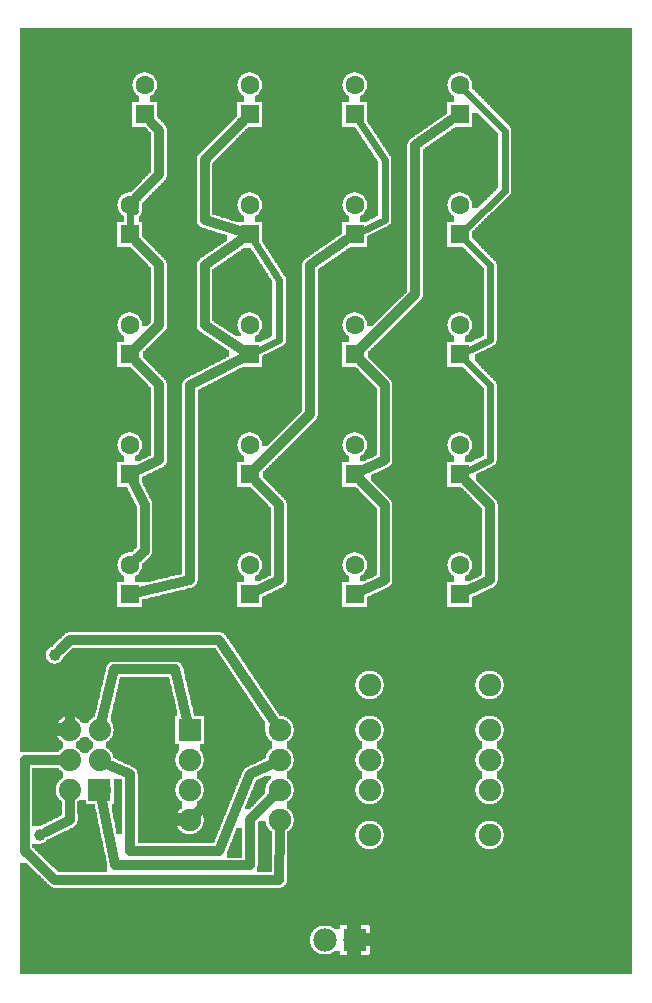
<source format=gbl>
G04 MADE WITH FRITZING*
G04 WWW.FRITZING.ORG*
G04 DOUBLE SIDED*
G04 HOLES PLATED*
G04 CONTOUR ON CENTER OF CONTOUR VECTOR*
%ASAXBY*%
%FSLAX23Y23*%
%MOIN*%
%OFA0B0*%
%SFA1.0B1.0*%
%ADD10C,0.075000*%
%ADD11C,0.078000*%
%ADD12C,0.074000*%
%ADD13C,0.039370*%
%ADD14C,0.062992*%
%ADD15R,0.075000X0.075000*%
%ADD16R,0.078000X0.078000*%
%ADD17R,0.062992X0.062992*%
%ADD18C,0.032000*%
%ADD19C,0.024000*%
%ADD20R,0.001000X0.001000*%
%LNCOPPER0*%
G90*
G70*
G54D10*
X770Y2389D03*
X217Y477D03*
X123Y3113D03*
X604Y855D03*
X904Y855D03*
X604Y755D03*
X904Y755D03*
X604Y655D03*
X904Y655D03*
X604Y555D03*
X904Y555D03*
G54D11*
X1154Y155D03*
X1054Y155D03*
G54D12*
X304Y655D03*
X204Y655D03*
X304Y755D03*
X204Y755D03*
X304Y855D03*
X204Y855D03*
G54D13*
X154Y1105D03*
X104Y505D03*
G54D14*
X1504Y1307D03*
X1504Y1405D03*
X1154Y1307D03*
X1154Y1405D03*
X804Y1307D03*
X804Y1405D03*
X404Y1307D03*
X404Y1405D03*
X1504Y1707D03*
X1504Y1805D03*
X1154Y1707D03*
X1154Y1805D03*
X804Y1707D03*
X804Y1805D03*
X404Y1707D03*
X404Y1805D03*
X1504Y2107D03*
X1504Y2205D03*
X1154Y2107D03*
X1154Y2205D03*
X804Y2107D03*
X804Y2205D03*
X404Y2107D03*
X404Y2205D03*
X1504Y2507D03*
X1504Y2605D03*
X1154Y2507D03*
X1154Y2605D03*
X804Y2507D03*
X804Y2605D03*
X404Y2507D03*
X404Y2605D03*
X1504Y2907D03*
X1504Y3005D03*
X1154Y2907D03*
X1154Y3005D03*
X804Y2907D03*
X804Y3005D03*
X454Y2907D03*
X454Y3005D03*
G54D10*
X1604Y1005D03*
X1204Y1005D03*
X1604Y855D03*
X1204Y855D03*
X1604Y755D03*
X1204Y755D03*
X1604Y655D03*
X1204Y655D03*
X1604Y505D03*
X1204Y505D03*
G54D15*
X604Y855D03*
G54D16*
X1154Y155D03*
G54D17*
X1504Y1307D03*
X1154Y1307D03*
X804Y1307D03*
X404Y1307D03*
X1504Y1707D03*
X1154Y1707D03*
X804Y1707D03*
X404Y1707D03*
X1504Y2107D03*
X1154Y2107D03*
X804Y2107D03*
X404Y2107D03*
X1504Y2507D03*
X1154Y2507D03*
X804Y2507D03*
X404Y2507D03*
X1504Y2907D03*
X1154Y2907D03*
X804Y2907D03*
X454Y2907D03*
G54D18*
X605Y2004D02*
X775Y2092D01*
D02*
X605Y1355D02*
X605Y2004D01*
D02*
X436Y1315D02*
X605Y1355D01*
D02*
X654Y2404D02*
X777Y2489D01*
D02*
X654Y2204D02*
X654Y2404D01*
D02*
X777Y2125D02*
X654Y2204D01*
D02*
X503Y2204D02*
X427Y2130D01*
D02*
X503Y2404D02*
X503Y2204D01*
D02*
X427Y2484D02*
X503Y2404D01*
D02*
X503Y1755D02*
X433Y1721D01*
D02*
X503Y2004D02*
X503Y1755D01*
D02*
X427Y2084D02*
X503Y2004D01*
D02*
X503Y2853D02*
X476Y2883D01*
D02*
X503Y2707D02*
X503Y2853D01*
D02*
X427Y2629D02*
X503Y2707D01*
D02*
X454Y1604D02*
X418Y1678D01*
D02*
X454Y1453D02*
X454Y1604D01*
D02*
X428Y1428D02*
X454Y1453D01*
D02*
X773Y2517D02*
X654Y2555D01*
D02*
X654Y2555D02*
X654Y2755D01*
D02*
X654Y2755D02*
X781Y2884D01*
G54D19*
D02*
X828Y2119D02*
X903Y2155D01*
D02*
X903Y2155D02*
X903Y2355D01*
D02*
X903Y2355D02*
X819Y2485D01*
D02*
X1178Y2519D02*
X1254Y2555D01*
D02*
X1254Y2555D02*
X1254Y2755D01*
D02*
X1254Y2755D02*
X1169Y2885D01*
G54D18*
D02*
X1005Y1907D02*
X1005Y2404D01*
D02*
X1005Y2404D02*
X1127Y2489D01*
D02*
X827Y1730D02*
X1005Y1907D01*
G54D19*
D02*
X1654Y2853D02*
X1523Y2986D01*
D02*
X1654Y2653D02*
X1654Y2853D01*
D02*
X1523Y2526D02*
X1654Y2653D01*
D02*
X1528Y2119D02*
X1605Y2155D01*
D02*
X1605Y2155D02*
X1605Y2404D01*
D02*
X1605Y2404D02*
X1523Y2488D01*
G54D18*
D02*
X1356Y2804D02*
X1477Y2889D01*
D02*
X1356Y2307D02*
X1356Y2804D01*
D02*
X1177Y2130D02*
X1356Y2307D01*
D02*
X1183Y1721D02*
X1254Y1755D01*
D02*
X1254Y1755D02*
X1254Y2004D01*
D02*
X1254Y2004D02*
X1177Y2084D01*
D02*
X903Y1355D02*
X903Y1604D01*
D02*
X903Y1604D02*
X827Y1684D01*
D02*
X833Y1321D02*
X903Y1355D01*
G54D19*
D02*
X1605Y2004D02*
X1523Y2088D01*
D02*
X1605Y1755D02*
X1605Y2004D01*
D02*
X1528Y1719D02*
X1605Y1755D01*
G54D18*
D02*
X1605Y1604D02*
X1605Y1355D01*
D02*
X1605Y1355D02*
X1533Y1321D01*
D02*
X1527Y1684D02*
X1605Y1604D01*
D02*
X1254Y1604D02*
X1177Y1684D01*
D02*
X1254Y1355D02*
X1254Y1604D01*
D02*
X1183Y1321D02*
X1254Y1355D01*
G54D19*
D02*
X405Y2555D02*
X405Y2534D01*
D02*
X405Y2604D02*
X405Y2555D01*
D02*
X423Y2586D02*
X405Y2604D01*
G54D18*
D02*
X352Y1058D02*
X313Y891D01*
D02*
X556Y1058D02*
X352Y1058D01*
D02*
X596Y889D02*
X556Y1058D01*
D02*
X654Y604D02*
X629Y579D01*
D02*
X756Y755D02*
X654Y604D01*
D02*
X654Y1107D02*
X756Y755D01*
D02*
X303Y1107D02*
X654Y1107D01*
D02*
X205Y1004D02*
X303Y1107D01*
D02*
X204Y892D02*
X205Y1004D01*
D02*
X805Y707D02*
X873Y740D01*
D02*
X703Y453D02*
X805Y707D01*
D02*
X405Y453D02*
X703Y453D01*
D02*
X405Y707D02*
X405Y453D01*
D02*
X337Y739D02*
X405Y707D01*
D02*
X805Y555D02*
X880Y631D01*
D02*
X805Y404D02*
X805Y555D01*
D02*
X356Y404D02*
X805Y404D01*
D02*
X312Y620D02*
X356Y404D01*
D02*
X903Y355D02*
X904Y521D01*
D02*
X303Y355D02*
X903Y355D01*
D02*
X54Y755D02*
X54Y453D01*
D02*
X156Y355D02*
X303Y355D01*
D02*
X54Y453D02*
X156Y355D01*
D02*
X167Y755D02*
X54Y755D01*
D02*
X205Y1155D02*
X703Y1155D01*
D02*
X703Y1155D02*
X885Y884D01*
D02*
X172Y1123D02*
X205Y1155D01*
D02*
X205Y555D02*
X205Y619D01*
D02*
X126Y516D02*
X205Y555D01*
G36*
X786Y2463D02*
X786Y2461D01*
X782Y2461D01*
X782Y2459D01*
X780Y2459D01*
X780Y2457D01*
X776Y2457D01*
X776Y2455D01*
X774Y2455D01*
X774Y2453D01*
X770Y2453D01*
X770Y2451D01*
X768Y2451D01*
X768Y2449D01*
X764Y2449D01*
X764Y2447D01*
X762Y2447D01*
X762Y2445D01*
X758Y2445D01*
X758Y2443D01*
X756Y2443D01*
X756Y2441D01*
X752Y2441D01*
X752Y2439D01*
X750Y2439D01*
X750Y2437D01*
X748Y2437D01*
X748Y2435D01*
X744Y2435D01*
X744Y2433D01*
X742Y2433D01*
X742Y2431D01*
X738Y2431D01*
X738Y2429D01*
X736Y2429D01*
X736Y2427D01*
X732Y2427D01*
X732Y2425D01*
X730Y2425D01*
X730Y2423D01*
X726Y2423D01*
X726Y2421D01*
X724Y2421D01*
X724Y2419D01*
X720Y2419D01*
X720Y2417D01*
X718Y2417D01*
X718Y2415D01*
X714Y2415D01*
X714Y2413D01*
X712Y2413D01*
X712Y2411D01*
X710Y2411D01*
X710Y2409D01*
X706Y2409D01*
X706Y2407D01*
X704Y2407D01*
X704Y2405D01*
X700Y2405D01*
X700Y2403D01*
X698Y2403D01*
X698Y2401D01*
X694Y2401D01*
X694Y2399D01*
X692Y2399D01*
X692Y2397D01*
X688Y2397D01*
X688Y2395D01*
X686Y2395D01*
X686Y2393D01*
X682Y2393D01*
X682Y2391D01*
X680Y2391D01*
X680Y2247D01*
X808Y2247D01*
X808Y2245D01*
X818Y2245D01*
X818Y2243D01*
X822Y2243D01*
X822Y2241D01*
X826Y2241D01*
X826Y2239D01*
X828Y2239D01*
X828Y2237D01*
X832Y2237D01*
X832Y2235D01*
X834Y2235D01*
X834Y2233D01*
X836Y2233D01*
X836Y2229D01*
X838Y2229D01*
X838Y2227D01*
X840Y2227D01*
X840Y2223D01*
X842Y2223D01*
X842Y2219D01*
X844Y2219D01*
X844Y2211D01*
X846Y2211D01*
X846Y2199D01*
X844Y2199D01*
X844Y2191D01*
X842Y2191D01*
X842Y2187D01*
X840Y2187D01*
X840Y2183D01*
X838Y2183D01*
X838Y2181D01*
X836Y2181D01*
X836Y2177D01*
X834Y2177D01*
X834Y2175D01*
X832Y2175D01*
X832Y2173D01*
X828Y2173D01*
X828Y2171D01*
X826Y2171D01*
X826Y2169D01*
X822Y2169D01*
X822Y2149D01*
X842Y2149D01*
X842Y2151D01*
X846Y2151D01*
X846Y2153D01*
X850Y2153D01*
X850Y2155D01*
X856Y2155D01*
X856Y2157D01*
X860Y2157D01*
X860Y2159D01*
X864Y2159D01*
X864Y2161D01*
X868Y2161D01*
X868Y2163D01*
X872Y2163D01*
X872Y2165D01*
X876Y2165D01*
X876Y2167D01*
X880Y2167D01*
X880Y2351D01*
X878Y2351D01*
X878Y2355D01*
X876Y2355D01*
X876Y2357D01*
X874Y2357D01*
X874Y2361D01*
X872Y2361D01*
X872Y2363D01*
X870Y2363D01*
X870Y2367D01*
X868Y2367D01*
X868Y2369D01*
X866Y2369D01*
X866Y2373D01*
X864Y2373D01*
X864Y2377D01*
X862Y2377D01*
X862Y2379D01*
X860Y2379D01*
X860Y2383D01*
X858Y2383D01*
X858Y2385D01*
X856Y2385D01*
X856Y2389D01*
X854Y2389D01*
X854Y2391D01*
X852Y2391D01*
X852Y2395D01*
X850Y2395D01*
X850Y2397D01*
X848Y2397D01*
X848Y2401D01*
X846Y2401D01*
X846Y2403D01*
X844Y2403D01*
X844Y2407D01*
X842Y2407D01*
X842Y2409D01*
X840Y2409D01*
X840Y2413D01*
X838Y2413D01*
X838Y2415D01*
X836Y2415D01*
X836Y2419D01*
X834Y2419D01*
X834Y2423D01*
X832Y2423D01*
X832Y2425D01*
X830Y2425D01*
X830Y2429D01*
X828Y2429D01*
X828Y2431D01*
X826Y2431D01*
X826Y2435D01*
X824Y2435D01*
X824Y2437D01*
X822Y2437D01*
X822Y2441D01*
X820Y2441D01*
X820Y2443D01*
X818Y2443D01*
X818Y2447D01*
X816Y2447D01*
X816Y2449D01*
X814Y2449D01*
X814Y2453D01*
X812Y2453D01*
X812Y2455D01*
X810Y2455D01*
X810Y2459D01*
X808Y2459D01*
X808Y2461D01*
X806Y2461D01*
X806Y2463D01*
X786Y2463D01*
G37*
D02*
G36*
X680Y2247D02*
X680Y2217D01*
X684Y2217D01*
X684Y2215D01*
X686Y2215D01*
X686Y2213D01*
X690Y2213D01*
X690Y2211D01*
X692Y2211D01*
X692Y2209D01*
X696Y2209D01*
X696Y2207D01*
X698Y2207D01*
X698Y2205D01*
X702Y2205D01*
X702Y2203D01*
X704Y2203D01*
X704Y2201D01*
X708Y2201D01*
X708Y2199D01*
X710Y2199D01*
X710Y2197D01*
X714Y2197D01*
X714Y2195D01*
X718Y2195D01*
X718Y2193D01*
X720Y2193D01*
X720Y2191D01*
X724Y2191D01*
X724Y2189D01*
X726Y2189D01*
X726Y2187D01*
X730Y2187D01*
X730Y2185D01*
X732Y2185D01*
X732Y2183D01*
X736Y2183D01*
X736Y2181D01*
X738Y2181D01*
X738Y2179D01*
X742Y2179D01*
X742Y2177D01*
X744Y2177D01*
X744Y2175D01*
X748Y2175D01*
X748Y2173D01*
X752Y2173D01*
X752Y2171D01*
X754Y2171D01*
X754Y2169D01*
X774Y2169D01*
X774Y2177D01*
X772Y2177D01*
X772Y2181D01*
X770Y2181D01*
X770Y2183D01*
X768Y2183D01*
X768Y2187D01*
X766Y2187D01*
X766Y2191D01*
X764Y2191D01*
X764Y2201D01*
X762Y2201D01*
X762Y2209D01*
X764Y2209D01*
X764Y2219D01*
X766Y2219D01*
X766Y2223D01*
X768Y2223D01*
X768Y2227D01*
X770Y2227D01*
X770Y2229D01*
X772Y2229D01*
X772Y2233D01*
X774Y2233D01*
X774Y2235D01*
X776Y2235D01*
X776Y2237D01*
X780Y2237D01*
X780Y2239D01*
X782Y2239D01*
X782Y2241D01*
X786Y2241D01*
X786Y2243D01*
X790Y2243D01*
X790Y2245D01*
X800Y2245D01*
X800Y2247D01*
X680Y2247D01*
G37*
D02*
G36*
X244Y833D02*
X244Y829D01*
X242Y829D01*
X242Y827D01*
X240Y827D01*
X240Y823D01*
X238Y823D01*
X238Y821D01*
X236Y821D01*
X236Y819D01*
X232Y819D01*
X232Y817D01*
X230Y817D01*
X230Y815D01*
X226Y815D01*
X226Y795D01*
X230Y795D01*
X230Y793D01*
X232Y793D01*
X232Y791D01*
X236Y791D01*
X236Y789D01*
X238Y789D01*
X238Y787D01*
X240Y787D01*
X240Y783D01*
X242Y783D01*
X242Y781D01*
X244Y781D01*
X244Y777D01*
X264Y777D01*
X264Y781D01*
X266Y781D01*
X266Y783D01*
X268Y783D01*
X268Y785D01*
X270Y785D01*
X270Y789D01*
X274Y789D01*
X274Y791D01*
X276Y791D01*
X276Y793D01*
X278Y793D01*
X278Y795D01*
X282Y795D01*
X282Y815D01*
X278Y815D01*
X278Y817D01*
X276Y817D01*
X276Y819D01*
X274Y819D01*
X274Y821D01*
X270Y821D01*
X270Y825D01*
X268Y825D01*
X268Y827D01*
X266Y827D01*
X266Y829D01*
X264Y829D01*
X264Y833D01*
X244Y833D01*
G37*
D02*
G36*
X80Y729D02*
X80Y535D01*
X110Y535D01*
X110Y537D01*
X112Y537D01*
X112Y539D01*
X116Y539D01*
X116Y541D01*
X120Y541D01*
X120Y543D01*
X124Y543D01*
X124Y545D01*
X128Y545D01*
X128Y547D01*
X132Y547D01*
X132Y549D01*
X136Y549D01*
X136Y551D01*
X140Y551D01*
X140Y553D01*
X144Y553D01*
X144Y555D01*
X148Y555D01*
X148Y557D01*
X152Y557D01*
X152Y559D01*
X156Y559D01*
X156Y561D01*
X160Y561D01*
X160Y563D01*
X164Y563D01*
X164Y565D01*
X168Y565D01*
X168Y567D01*
X172Y567D01*
X172Y569D01*
X176Y569D01*
X176Y571D01*
X178Y571D01*
X178Y617D01*
X176Y617D01*
X176Y619D01*
X174Y619D01*
X174Y621D01*
X170Y621D01*
X170Y625D01*
X168Y625D01*
X168Y627D01*
X166Y627D01*
X166Y629D01*
X164Y629D01*
X164Y633D01*
X162Y633D01*
X162Y637D01*
X160Y637D01*
X160Y643D01*
X158Y643D01*
X158Y667D01*
X160Y667D01*
X160Y673D01*
X162Y673D01*
X162Y677D01*
X164Y677D01*
X164Y681D01*
X166Y681D01*
X166Y683D01*
X168Y683D01*
X168Y685D01*
X170Y685D01*
X170Y689D01*
X174Y689D01*
X174Y691D01*
X176Y691D01*
X176Y693D01*
X178Y693D01*
X178Y695D01*
X182Y695D01*
X182Y715D01*
X178Y715D01*
X178Y717D01*
X176Y717D01*
X176Y719D01*
X174Y719D01*
X174Y721D01*
X170Y721D01*
X170Y725D01*
X168Y725D01*
X168Y727D01*
X166Y727D01*
X166Y729D01*
X80Y729D01*
G37*
D02*
G36*
X852Y701D02*
X852Y699D01*
X848Y699D01*
X848Y697D01*
X844Y697D01*
X844Y695D01*
X840Y695D01*
X840Y693D01*
X836Y693D01*
X836Y691D01*
X832Y691D01*
X832Y689D01*
X828Y689D01*
X828Y687D01*
X826Y687D01*
X826Y685D01*
X824Y685D01*
X824Y681D01*
X822Y681D01*
X822Y675D01*
X820Y675D01*
X820Y671D01*
X818Y671D01*
X818Y665D01*
X816Y665D01*
X816Y661D01*
X814Y661D01*
X814Y655D01*
X812Y655D01*
X812Y651D01*
X810Y651D01*
X810Y645D01*
X808Y645D01*
X808Y641D01*
X806Y641D01*
X806Y637D01*
X804Y637D01*
X804Y631D01*
X802Y631D01*
X802Y627D01*
X800Y627D01*
X800Y621D01*
X798Y621D01*
X798Y617D01*
X796Y617D01*
X796Y611D01*
X794Y611D01*
X794Y607D01*
X792Y607D01*
X792Y601D01*
X790Y601D01*
X790Y597D01*
X788Y597D01*
X788Y593D01*
X808Y593D01*
X808Y595D01*
X810Y595D01*
X810Y597D01*
X812Y597D01*
X812Y599D01*
X814Y599D01*
X814Y601D01*
X816Y601D01*
X816Y603D01*
X818Y603D01*
X818Y605D01*
X820Y605D01*
X820Y607D01*
X822Y607D01*
X822Y609D01*
X824Y609D01*
X824Y611D01*
X826Y611D01*
X826Y615D01*
X828Y615D01*
X828Y617D01*
X830Y617D01*
X830Y619D01*
X832Y619D01*
X832Y621D01*
X834Y621D01*
X834Y623D01*
X836Y623D01*
X836Y625D01*
X838Y625D01*
X838Y627D01*
X840Y627D01*
X840Y629D01*
X842Y629D01*
X842Y631D01*
X844Y631D01*
X844Y633D01*
X846Y633D01*
X846Y635D01*
X848Y635D01*
X848Y637D01*
X850Y637D01*
X850Y639D01*
X852Y639D01*
X852Y641D01*
X854Y641D01*
X854Y643D01*
X856Y643D01*
X856Y661D01*
X858Y661D01*
X858Y669D01*
X860Y669D01*
X860Y675D01*
X862Y675D01*
X862Y679D01*
X864Y679D01*
X864Y681D01*
X866Y681D01*
X866Y685D01*
X868Y685D01*
X868Y687D01*
X870Y687D01*
X870Y689D01*
X872Y689D01*
X872Y691D01*
X874Y691D01*
X874Y701D01*
X852Y701D01*
G37*
D02*
G36*
X352Y693D02*
X352Y609D01*
X350Y609D01*
X350Y607D01*
X344Y607D01*
X344Y587D01*
X346Y587D01*
X346Y577D01*
X348Y577D01*
X348Y567D01*
X350Y567D01*
X350Y557D01*
X352Y557D01*
X352Y547D01*
X354Y547D01*
X354Y539D01*
X356Y539D01*
X356Y529D01*
X358Y529D01*
X358Y519D01*
X360Y519D01*
X360Y509D01*
X380Y509D01*
X380Y689D01*
X378Y689D01*
X378Y691D01*
X374Y691D01*
X374Y693D01*
X352Y693D01*
G37*
D02*
G36*
X238Y623D02*
X238Y621D01*
X236Y621D01*
X236Y619D01*
X232Y619D01*
X232Y617D01*
X230Y617D01*
X230Y575D01*
X232Y575D01*
X232Y551D01*
X230Y551D01*
X230Y545D01*
X228Y545D01*
X228Y541D01*
X226Y541D01*
X226Y539D01*
X224Y539D01*
X224Y537D01*
X222Y537D01*
X222Y535D01*
X220Y535D01*
X220Y533D01*
X218Y533D01*
X218Y531D01*
X214Y531D01*
X214Y529D01*
X210Y529D01*
X210Y527D01*
X206Y527D01*
X206Y525D01*
X202Y525D01*
X202Y523D01*
X198Y523D01*
X198Y521D01*
X194Y521D01*
X194Y519D01*
X190Y519D01*
X190Y517D01*
X186Y517D01*
X186Y515D01*
X180Y515D01*
X180Y513D01*
X176Y513D01*
X176Y511D01*
X172Y511D01*
X172Y509D01*
X168Y509D01*
X168Y507D01*
X164Y507D01*
X164Y505D01*
X160Y505D01*
X160Y503D01*
X156Y503D01*
X156Y501D01*
X152Y501D01*
X152Y499D01*
X148Y499D01*
X148Y497D01*
X144Y497D01*
X144Y495D01*
X140Y495D01*
X140Y493D01*
X136Y493D01*
X136Y491D01*
X130Y491D01*
X130Y489D01*
X128Y489D01*
X128Y487D01*
X126Y487D01*
X126Y485D01*
X124Y485D01*
X124Y483D01*
X122Y483D01*
X122Y481D01*
X120Y481D01*
X120Y479D01*
X116Y479D01*
X116Y477D01*
X110Y477D01*
X110Y475D01*
X80Y475D01*
X80Y463D01*
X82Y463D01*
X82Y461D01*
X84Y461D01*
X84Y459D01*
X86Y459D01*
X86Y457D01*
X88Y457D01*
X88Y455D01*
X90Y455D01*
X90Y453D01*
X92Y453D01*
X92Y451D01*
X94Y451D01*
X94Y449D01*
X96Y449D01*
X96Y447D01*
X98Y447D01*
X98Y445D01*
X100Y445D01*
X100Y443D01*
X104Y443D01*
X104Y441D01*
X106Y441D01*
X106Y439D01*
X108Y439D01*
X108Y437D01*
X110Y437D01*
X110Y435D01*
X112Y435D01*
X112Y433D01*
X114Y433D01*
X114Y431D01*
X116Y431D01*
X116Y429D01*
X118Y429D01*
X118Y427D01*
X120Y427D01*
X120Y425D01*
X122Y425D01*
X122Y423D01*
X124Y423D01*
X124Y421D01*
X126Y421D01*
X126Y419D01*
X128Y419D01*
X128Y417D01*
X130Y417D01*
X130Y415D01*
X132Y415D01*
X132Y413D01*
X134Y413D01*
X134Y411D01*
X136Y411D01*
X136Y409D01*
X138Y409D01*
X138Y407D01*
X140Y407D01*
X140Y405D01*
X142Y405D01*
X142Y403D01*
X144Y403D01*
X144Y401D01*
X146Y401D01*
X146Y399D01*
X150Y399D01*
X150Y397D01*
X152Y397D01*
X152Y395D01*
X154Y395D01*
X154Y393D01*
X156Y393D01*
X156Y391D01*
X158Y391D01*
X158Y389D01*
X160Y389D01*
X160Y387D01*
X162Y387D01*
X162Y385D01*
X164Y385D01*
X164Y383D01*
X166Y383D01*
X166Y381D01*
X330Y381D01*
X330Y407D01*
X328Y407D01*
X328Y417D01*
X326Y417D01*
X326Y427D01*
X324Y427D01*
X324Y437D01*
X322Y437D01*
X322Y447D01*
X320Y447D01*
X320Y455D01*
X318Y455D01*
X318Y465D01*
X316Y465D01*
X316Y475D01*
X314Y475D01*
X314Y485D01*
X312Y485D01*
X312Y495D01*
X310Y495D01*
X310Y503D01*
X308Y503D01*
X308Y513D01*
X306Y513D01*
X306Y523D01*
X304Y523D01*
X304Y533D01*
X302Y533D01*
X302Y543D01*
X300Y543D01*
X300Y551D01*
X298Y551D01*
X298Y561D01*
X296Y561D01*
X296Y571D01*
X294Y571D01*
X294Y581D01*
X292Y581D01*
X292Y591D01*
X290Y591D01*
X290Y599D01*
X288Y599D01*
X288Y607D01*
X258Y607D01*
X258Y623D01*
X238Y623D01*
G37*
D02*
G36*
X836Y551D02*
X836Y549D01*
X834Y549D01*
X834Y547D01*
X832Y547D01*
X832Y401D01*
X830Y401D01*
X830Y381D01*
X878Y381D01*
X878Y517D01*
X874Y517D01*
X874Y519D01*
X872Y519D01*
X872Y521D01*
X870Y521D01*
X870Y523D01*
X868Y523D01*
X868Y525D01*
X866Y525D01*
X866Y529D01*
X864Y529D01*
X864Y531D01*
X862Y531D01*
X862Y535D01*
X860Y535D01*
X860Y541D01*
X858Y541D01*
X858Y549D01*
X856Y549D01*
X856Y551D01*
X836Y551D01*
G37*
D02*
G36*
X760Y527D02*
X760Y523D01*
X758Y523D01*
X758Y517D01*
X756Y517D01*
X756Y513D01*
X754Y513D01*
X754Y507D01*
X752Y507D01*
X752Y503D01*
X750Y503D01*
X750Y497D01*
X748Y497D01*
X748Y493D01*
X746Y493D01*
X746Y487D01*
X744Y487D01*
X744Y483D01*
X742Y483D01*
X742Y477D01*
X740Y477D01*
X740Y473D01*
X738Y473D01*
X738Y467D01*
X736Y467D01*
X736Y463D01*
X734Y463D01*
X734Y457D01*
X732Y457D01*
X732Y453D01*
X730Y453D01*
X730Y429D01*
X780Y429D01*
X780Y527D01*
X760Y527D01*
G37*
D02*
G36*
X40Y3195D02*
X40Y3047D01*
X1508Y3047D01*
X1508Y3045D01*
X1518Y3045D01*
X1518Y3043D01*
X1522Y3043D01*
X1522Y3041D01*
X1526Y3041D01*
X1526Y3039D01*
X1528Y3039D01*
X1528Y3037D01*
X1532Y3037D01*
X1532Y3035D01*
X1534Y3035D01*
X1534Y3033D01*
X1536Y3033D01*
X1536Y3029D01*
X1538Y3029D01*
X1538Y3027D01*
X1540Y3027D01*
X1540Y3023D01*
X1542Y3023D01*
X1542Y3019D01*
X1544Y3019D01*
X1544Y3011D01*
X1546Y3011D01*
X1546Y2993D01*
X1548Y2993D01*
X1548Y2991D01*
X1550Y2991D01*
X1550Y2989D01*
X1552Y2989D01*
X1552Y2987D01*
X1554Y2987D01*
X1554Y2985D01*
X1556Y2985D01*
X1556Y2983D01*
X1558Y2983D01*
X1558Y2981D01*
X1560Y2981D01*
X1560Y2979D01*
X1562Y2979D01*
X1562Y2977D01*
X1564Y2977D01*
X1564Y2975D01*
X1566Y2975D01*
X1566Y2973D01*
X1568Y2973D01*
X1568Y2971D01*
X1570Y2971D01*
X1570Y2969D01*
X1572Y2969D01*
X1572Y2967D01*
X1574Y2967D01*
X1574Y2965D01*
X1576Y2965D01*
X1576Y2963D01*
X1578Y2963D01*
X1578Y2961D01*
X1580Y2961D01*
X1580Y2959D01*
X1582Y2959D01*
X1582Y2957D01*
X1584Y2957D01*
X1584Y2955D01*
X1586Y2955D01*
X1586Y2953D01*
X1588Y2953D01*
X1588Y2951D01*
X1590Y2951D01*
X1590Y2949D01*
X1592Y2949D01*
X1592Y2947D01*
X1594Y2947D01*
X1594Y2945D01*
X1596Y2945D01*
X1596Y2943D01*
X1598Y2943D01*
X1598Y2941D01*
X1600Y2941D01*
X1600Y2939D01*
X1602Y2939D01*
X1602Y2937D01*
X1604Y2937D01*
X1604Y2933D01*
X1606Y2933D01*
X1606Y2931D01*
X1608Y2931D01*
X1608Y2929D01*
X1610Y2929D01*
X1610Y2927D01*
X1612Y2927D01*
X1612Y2925D01*
X1614Y2925D01*
X1614Y2923D01*
X1616Y2923D01*
X1616Y2921D01*
X1618Y2921D01*
X1618Y2919D01*
X1620Y2919D01*
X1620Y2917D01*
X1622Y2917D01*
X1622Y2915D01*
X1624Y2915D01*
X1624Y2913D01*
X1626Y2913D01*
X1626Y2911D01*
X1628Y2911D01*
X1628Y2909D01*
X1630Y2909D01*
X1630Y2907D01*
X1632Y2907D01*
X1632Y2905D01*
X1634Y2905D01*
X1634Y2903D01*
X1636Y2903D01*
X1636Y2901D01*
X1638Y2901D01*
X1638Y2899D01*
X1640Y2899D01*
X1640Y2897D01*
X1642Y2897D01*
X1642Y2895D01*
X1644Y2895D01*
X1644Y2893D01*
X1646Y2893D01*
X1646Y2891D01*
X1648Y2891D01*
X1648Y2889D01*
X1650Y2889D01*
X1650Y2887D01*
X1652Y2887D01*
X1652Y2885D01*
X1654Y2885D01*
X1654Y2883D01*
X1656Y2883D01*
X1656Y2881D01*
X1658Y2881D01*
X1658Y2879D01*
X1660Y2879D01*
X1660Y2877D01*
X1662Y2877D01*
X1662Y2875D01*
X1664Y2875D01*
X1664Y2873D01*
X1666Y2873D01*
X1666Y2871D01*
X1668Y2871D01*
X1668Y2869D01*
X1670Y2869D01*
X1670Y2867D01*
X1672Y2867D01*
X1672Y2863D01*
X1674Y2863D01*
X1674Y2859D01*
X1676Y2859D01*
X1676Y2647D01*
X1674Y2647D01*
X1674Y2641D01*
X1672Y2641D01*
X1672Y2639D01*
X1670Y2639D01*
X1670Y2637D01*
X1668Y2637D01*
X1668Y2635D01*
X1666Y2635D01*
X1666Y2633D01*
X1664Y2633D01*
X1664Y2631D01*
X1662Y2631D01*
X1662Y2629D01*
X1660Y2629D01*
X1660Y2627D01*
X1658Y2627D01*
X1658Y2625D01*
X1656Y2625D01*
X1656Y2623D01*
X1654Y2623D01*
X1654Y2621D01*
X1652Y2621D01*
X1652Y2619D01*
X1650Y2619D01*
X1650Y2617D01*
X1648Y2617D01*
X1648Y2615D01*
X1646Y2615D01*
X1646Y2613D01*
X1644Y2613D01*
X1644Y2611D01*
X1642Y2611D01*
X1642Y2609D01*
X1640Y2609D01*
X1640Y2607D01*
X1638Y2607D01*
X1638Y2605D01*
X1636Y2605D01*
X1636Y2603D01*
X1634Y2603D01*
X1634Y2601D01*
X1632Y2601D01*
X1632Y2599D01*
X1630Y2599D01*
X1630Y2597D01*
X1628Y2597D01*
X1628Y2595D01*
X1626Y2595D01*
X1626Y2593D01*
X1624Y2593D01*
X1624Y2591D01*
X1622Y2591D01*
X1622Y2589D01*
X1620Y2589D01*
X1620Y2587D01*
X1618Y2587D01*
X1618Y2585D01*
X1616Y2585D01*
X1616Y2583D01*
X1614Y2583D01*
X1614Y2581D01*
X1610Y2581D01*
X1610Y2579D01*
X1608Y2579D01*
X1608Y2577D01*
X1606Y2577D01*
X1606Y2575D01*
X1604Y2575D01*
X1604Y2573D01*
X1602Y2573D01*
X1602Y2571D01*
X1600Y2571D01*
X1600Y2569D01*
X1598Y2569D01*
X1598Y2567D01*
X1596Y2567D01*
X1596Y2565D01*
X1594Y2565D01*
X1594Y2563D01*
X1592Y2563D01*
X1592Y2561D01*
X1590Y2561D01*
X1590Y2559D01*
X1588Y2559D01*
X1588Y2557D01*
X1586Y2557D01*
X1586Y2555D01*
X1584Y2555D01*
X1584Y2553D01*
X1582Y2553D01*
X1582Y2551D01*
X1580Y2551D01*
X1580Y2549D01*
X1578Y2549D01*
X1578Y2547D01*
X1576Y2547D01*
X1576Y2545D01*
X1574Y2545D01*
X1574Y2543D01*
X1572Y2543D01*
X1572Y2541D01*
X1570Y2541D01*
X1570Y2539D01*
X1568Y2539D01*
X1568Y2537D01*
X1566Y2537D01*
X1566Y2535D01*
X1564Y2535D01*
X1564Y2533D01*
X1562Y2533D01*
X1562Y2531D01*
X1560Y2531D01*
X1560Y2529D01*
X1558Y2529D01*
X1558Y2527D01*
X1556Y2527D01*
X1556Y2525D01*
X1554Y2525D01*
X1554Y2523D01*
X1552Y2523D01*
X1552Y2521D01*
X1550Y2521D01*
X1550Y2519D01*
X1548Y2519D01*
X1548Y2517D01*
X1546Y2517D01*
X1546Y2495D01*
X1548Y2495D01*
X1548Y2493D01*
X1550Y2493D01*
X1550Y2491D01*
X1552Y2491D01*
X1552Y2489D01*
X1554Y2489D01*
X1554Y2487D01*
X1556Y2487D01*
X1556Y2485D01*
X1558Y2485D01*
X1558Y2483D01*
X1560Y2483D01*
X1560Y2481D01*
X1562Y2481D01*
X1562Y2479D01*
X1564Y2479D01*
X1564Y2477D01*
X1566Y2477D01*
X1566Y2475D01*
X1568Y2475D01*
X1568Y2473D01*
X1570Y2473D01*
X1570Y2469D01*
X1572Y2469D01*
X1572Y2467D01*
X1574Y2467D01*
X1574Y2465D01*
X1576Y2465D01*
X1576Y2463D01*
X1578Y2463D01*
X1578Y2461D01*
X1580Y2461D01*
X1580Y2459D01*
X1582Y2459D01*
X1582Y2457D01*
X1584Y2457D01*
X1584Y2455D01*
X1586Y2455D01*
X1586Y2453D01*
X1588Y2453D01*
X1588Y2451D01*
X1590Y2451D01*
X1590Y2449D01*
X1592Y2449D01*
X1592Y2447D01*
X1594Y2447D01*
X1594Y2445D01*
X1596Y2445D01*
X1596Y2443D01*
X1598Y2443D01*
X1598Y2441D01*
X1600Y2441D01*
X1600Y2439D01*
X1602Y2439D01*
X1602Y2437D01*
X1604Y2437D01*
X1604Y2435D01*
X1606Y2435D01*
X1606Y2433D01*
X1608Y2433D01*
X1608Y2431D01*
X1610Y2431D01*
X1610Y2429D01*
X1612Y2429D01*
X1612Y2427D01*
X1614Y2427D01*
X1614Y2425D01*
X1616Y2425D01*
X1616Y2423D01*
X1618Y2423D01*
X1618Y2421D01*
X1620Y2421D01*
X1620Y2419D01*
X1622Y2419D01*
X1622Y2417D01*
X1624Y2417D01*
X1624Y2413D01*
X1626Y2413D01*
X1626Y2407D01*
X1628Y2407D01*
X1628Y2153D01*
X1626Y2153D01*
X1626Y2145D01*
X1624Y2145D01*
X1624Y2143D01*
X1622Y2143D01*
X1622Y2139D01*
X1620Y2139D01*
X1620Y2137D01*
X1616Y2137D01*
X1616Y2135D01*
X1612Y2135D01*
X1612Y2133D01*
X1608Y2133D01*
X1608Y2131D01*
X1604Y2131D01*
X1604Y2129D01*
X1600Y2129D01*
X1600Y2127D01*
X1596Y2127D01*
X1596Y2125D01*
X1592Y2125D01*
X1592Y2123D01*
X1588Y2123D01*
X1588Y2121D01*
X1584Y2121D01*
X1584Y2119D01*
X1578Y2119D01*
X1578Y2117D01*
X1574Y2117D01*
X1574Y2115D01*
X1570Y2115D01*
X1570Y2113D01*
X1566Y2113D01*
X1566Y2111D01*
X1562Y2111D01*
X1562Y2109D01*
X1558Y2109D01*
X1558Y2107D01*
X1554Y2107D01*
X1554Y2087D01*
X1556Y2087D01*
X1556Y2085D01*
X1558Y2085D01*
X1558Y2083D01*
X1560Y2083D01*
X1560Y2081D01*
X1562Y2081D01*
X1562Y2079D01*
X1564Y2079D01*
X1564Y2077D01*
X1566Y2077D01*
X1566Y2075D01*
X1568Y2075D01*
X1568Y2073D01*
X1570Y2073D01*
X1570Y2069D01*
X1572Y2069D01*
X1572Y2067D01*
X1574Y2067D01*
X1574Y2065D01*
X1576Y2065D01*
X1576Y2063D01*
X1578Y2063D01*
X1578Y2061D01*
X1580Y2061D01*
X1580Y2059D01*
X1582Y2059D01*
X1582Y2057D01*
X1584Y2057D01*
X1584Y2055D01*
X1586Y2055D01*
X1586Y2053D01*
X1588Y2053D01*
X1588Y2051D01*
X1590Y2051D01*
X1590Y2049D01*
X1592Y2049D01*
X1592Y2047D01*
X1594Y2047D01*
X1594Y2045D01*
X1596Y2045D01*
X1596Y2043D01*
X1598Y2043D01*
X1598Y2041D01*
X1600Y2041D01*
X1600Y2039D01*
X1602Y2039D01*
X1602Y2037D01*
X1604Y2037D01*
X1604Y2035D01*
X1606Y2035D01*
X1606Y2033D01*
X1608Y2033D01*
X1608Y2031D01*
X1610Y2031D01*
X1610Y2029D01*
X1612Y2029D01*
X1612Y2027D01*
X1614Y2027D01*
X1614Y2025D01*
X1616Y2025D01*
X1616Y2023D01*
X1618Y2023D01*
X1618Y2021D01*
X1620Y2021D01*
X1620Y2019D01*
X1622Y2019D01*
X1622Y2017D01*
X1624Y2017D01*
X1624Y2013D01*
X1626Y2013D01*
X1626Y2007D01*
X1628Y2007D01*
X1628Y1753D01*
X1626Y1753D01*
X1626Y1745D01*
X1624Y1745D01*
X1624Y1743D01*
X1622Y1743D01*
X1622Y1739D01*
X1620Y1739D01*
X1620Y1737D01*
X1616Y1737D01*
X1616Y1735D01*
X1612Y1735D01*
X1612Y1733D01*
X1608Y1733D01*
X1608Y1731D01*
X1604Y1731D01*
X1604Y1729D01*
X1600Y1729D01*
X1600Y1727D01*
X1596Y1727D01*
X1596Y1725D01*
X1592Y1725D01*
X1592Y1723D01*
X1588Y1723D01*
X1588Y1721D01*
X1584Y1721D01*
X1584Y1719D01*
X1578Y1719D01*
X1578Y1717D01*
X1574Y1717D01*
X1574Y1715D01*
X1570Y1715D01*
X1570Y1713D01*
X1566Y1713D01*
X1566Y1711D01*
X1562Y1711D01*
X1562Y1709D01*
X1558Y1709D01*
X1558Y1687D01*
X1560Y1687D01*
X1560Y1685D01*
X1562Y1685D01*
X1562Y1683D01*
X1564Y1683D01*
X1564Y1681D01*
X1566Y1681D01*
X1566Y1679D01*
X1568Y1679D01*
X1568Y1677D01*
X1570Y1677D01*
X1570Y1675D01*
X1572Y1675D01*
X1572Y1673D01*
X1574Y1673D01*
X1574Y1671D01*
X1576Y1671D01*
X1576Y1669D01*
X1578Y1669D01*
X1578Y1667D01*
X1580Y1667D01*
X1580Y1665D01*
X1582Y1665D01*
X1582Y1663D01*
X1584Y1663D01*
X1584Y1661D01*
X1586Y1661D01*
X1586Y1659D01*
X1588Y1659D01*
X1588Y1657D01*
X1590Y1657D01*
X1590Y1655D01*
X1592Y1655D01*
X1592Y1653D01*
X1594Y1653D01*
X1594Y1651D01*
X1596Y1651D01*
X1596Y1649D01*
X1598Y1649D01*
X1598Y1647D01*
X1600Y1647D01*
X1600Y1645D01*
X1602Y1645D01*
X1602Y1643D01*
X1604Y1643D01*
X1604Y1641D01*
X1606Y1641D01*
X1606Y1639D01*
X1608Y1639D01*
X1608Y1637D01*
X1610Y1637D01*
X1610Y1635D01*
X1612Y1635D01*
X1612Y1633D01*
X1614Y1633D01*
X1614Y1631D01*
X1616Y1631D01*
X1616Y1629D01*
X1618Y1629D01*
X1618Y1627D01*
X1620Y1627D01*
X1620Y1625D01*
X1622Y1625D01*
X1622Y1623D01*
X1624Y1623D01*
X1624Y1621D01*
X1626Y1621D01*
X1626Y1619D01*
X1628Y1619D01*
X1628Y1615D01*
X1630Y1615D01*
X1630Y1607D01*
X1632Y1607D01*
X1632Y1353D01*
X1630Y1353D01*
X1630Y1345D01*
X1628Y1345D01*
X1628Y1341D01*
X1626Y1341D01*
X1626Y1339D01*
X1624Y1339D01*
X1624Y1337D01*
X1622Y1337D01*
X1622Y1335D01*
X1620Y1335D01*
X1620Y1333D01*
X1618Y1333D01*
X1618Y1331D01*
X1614Y1331D01*
X1614Y1329D01*
X1610Y1329D01*
X1610Y1327D01*
X1604Y1327D01*
X1604Y1325D01*
X1600Y1325D01*
X1600Y1323D01*
X1596Y1323D01*
X1596Y1321D01*
X1592Y1321D01*
X1592Y1319D01*
X1588Y1319D01*
X1588Y1317D01*
X1584Y1317D01*
X1584Y1315D01*
X1580Y1315D01*
X1580Y1313D01*
X1576Y1313D01*
X1576Y1311D01*
X1572Y1311D01*
X1572Y1309D01*
X1568Y1309D01*
X1568Y1307D01*
X1564Y1307D01*
X1564Y1305D01*
X1558Y1305D01*
X1558Y1303D01*
X1554Y1303D01*
X1554Y1301D01*
X1550Y1301D01*
X1550Y1299D01*
X1546Y1299D01*
X1546Y1265D01*
X2078Y1265D01*
X2078Y3195D01*
X40Y3195D01*
G37*
D02*
G36*
X40Y3047D02*
X40Y2247D01*
X408Y2247D01*
X408Y2245D01*
X418Y2245D01*
X418Y2243D01*
X422Y2243D01*
X422Y2241D01*
X426Y2241D01*
X426Y2239D01*
X428Y2239D01*
X428Y2237D01*
X432Y2237D01*
X432Y2235D01*
X434Y2235D01*
X434Y2233D01*
X436Y2233D01*
X436Y2229D01*
X438Y2229D01*
X438Y2227D01*
X440Y2227D01*
X440Y2223D01*
X442Y2223D01*
X442Y2219D01*
X444Y2219D01*
X444Y2211D01*
X446Y2211D01*
X446Y2203D01*
X466Y2203D01*
X466Y2205D01*
X468Y2205D01*
X468Y2207D01*
X470Y2207D01*
X470Y2209D01*
X472Y2209D01*
X472Y2211D01*
X474Y2211D01*
X474Y2213D01*
X476Y2213D01*
X476Y2395D01*
X474Y2395D01*
X474Y2397D01*
X472Y2397D01*
X472Y2399D01*
X470Y2399D01*
X470Y2401D01*
X468Y2401D01*
X468Y2403D01*
X466Y2403D01*
X466Y2405D01*
X464Y2405D01*
X464Y2407D01*
X462Y2407D01*
X462Y2411D01*
X460Y2411D01*
X460Y2413D01*
X458Y2413D01*
X458Y2415D01*
X456Y2415D01*
X456Y2417D01*
X454Y2417D01*
X454Y2419D01*
X452Y2419D01*
X452Y2421D01*
X450Y2421D01*
X450Y2423D01*
X448Y2423D01*
X448Y2425D01*
X446Y2425D01*
X446Y2427D01*
X444Y2427D01*
X444Y2429D01*
X442Y2429D01*
X442Y2431D01*
X440Y2431D01*
X440Y2433D01*
X438Y2433D01*
X438Y2435D01*
X436Y2435D01*
X436Y2437D01*
X434Y2437D01*
X434Y2439D01*
X432Y2439D01*
X432Y2441D01*
X430Y2441D01*
X430Y2443D01*
X428Y2443D01*
X428Y2445D01*
X426Y2445D01*
X426Y2447D01*
X424Y2447D01*
X424Y2449D01*
X422Y2449D01*
X422Y2451D01*
X420Y2451D01*
X420Y2453D01*
X418Y2453D01*
X418Y2455D01*
X416Y2455D01*
X416Y2457D01*
X414Y2457D01*
X414Y2459D01*
X412Y2459D01*
X412Y2461D01*
X410Y2461D01*
X410Y2463D01*
X408Y2463D01*
X408Y2465D01*
X362Y2465D01*
X362Y2547D01*
X364Y2547D01*
X364Y2549D01*
X384Y2549D01*
X384Y2569D01*
X382Y2569D01*
X382Y2571D01*
X380Y2571D01*
X380Y2573D01*
X376Y2573D01*
X376Y2575D01*
X374Y2575D01*
X374Y2577D01*
X372Y2577D01*
X372Y2581D01*
X370Y2581D01*
X370Y2583D01*
X368Y2583D01*
X368Y2587D01*
X366Y2587D01*
X366Y2591D01*
X364Y2591D01*
X364Y2601D01*
X362Y2601D01*
X362Y2609D01*
X364Y2609D01*
X364Y2619D01*
X366Y2619D01*
X366Y2623D01*
X368Y2623D01*
X368Y2627D01*
X370Y2627D01*
X370Y2629D01*
X372Y2629D01*
X372Y2633D01*
X374Y2633D01*
X374Y2635D01*
X376Y2635D01*
X376Y2637D01*
X380Y2637D01*
X380Y2639D01*
X382Y2639D01*
X382Y2641D01*
X386Y2641D01*
X386Y2643D01*
X390Y2643D01*
X390Y2645D01*
X400Y2645D01*
X400Y2647D01*
X410Y2647D01*
X410Y2649D01*
X412Y2649D01*
X412Y2651D01*
X414Y2651D01*
X414Y2653D01*
X416Y2653D01*
X416Y2655D01*
X418Y2655D01*
X418Y2657D01*
X420Y2657D01*
X420Y2659D01*
X422Y2659D01*
X422Y2661D01*
X424Y2661D01*
X424Y2663D01*
X426Y2663D01*
X426Y2665D01*
X428Y2665D01*
X428Y2667D01*
X430Y2667D01*
X430Y2669D01*
X432Y2669D01*
X432Y2671D01*
X434Y2671D01*
X434Y2673D01*
X436Y2673D01*
X436Y2675D01*
X438Y2675D01*
X438Y2677D01*
X440Y2677D01*
X440Y2679D01*
X442Y2679D01*
X442Y2681D01*
X444Y2681D01*
X444Y2683D01*
X446Y2683D01*
X446Y2687D01*
X448Y2687D01*
X448Y2689D01*
X450Y2689D01*
X450Y2691D01*
X452Y2691D01*
X452Y2693D01*
X454Y2693D01*
X454Y2695D01*
X456Y2695D01*
X456Y2697D01*
X458Y2697D01*
X458Y2699D01*
X460Y2699D01*
X460Y2701D01*
X462Y2701D01*
X462Y2703D01*
X464Y2703D01*
X464Y2705D01*
X466Y2705D01*
X466Y2707D01*
X468Y2707D01*
X468Y2709D01*
X470Y2709D01*
X470Y2711D01*
X472Y2711D01*
X472Y2713D01*
X474Y2713D01*
X474Y2715D01*
X476Y2715D01*
X476Y2845D01*
X474Y2845D01*
X474Y2847D01*
X472Y2847D01*
X472Y2849D01*
X470Y2849D01*
X470Y2851D01*
X468Y2851D01*
X468Y2853D01*
X466Y2853D01*
X466Y2855D01*
X464Y2855D01*
X464Y2859D01*
X462Y2859D01*
X462Y2861D01*
X460Y2861D01*
X460Y2863D01*
X458Y2863D01*
X458Y2865D01*
X412Y2865D01*
X412Y2947D01*
X414Y2947D01*
X414Y2949D01*
X436Y2949D01*
X436Y2969D01*
X432Y2969D01*
X432Y2971D01*
X430Y2971D01*
X430Y2973D01*
X426Y2973D01*
X426Y2975D01*
X424Y2975D01*
X424Y2977D01*
X422Y2977D01*
X422Y2981D01*
X420Y2981D01*
X420Y2983D01*
X418Y2983D01*
X418Y2987D01*
X416Y2987D01*
X416Y2991D01*
X414Y2991D01*
X414Y3001D01*
X412Y3001D01*
X412Y3009D01*
X414Y3009D01*
X414Y3019D01*
X416Y3019D01*
X416Y3023D01*
X418Y3023D01*
X418Y3027D01*
X420Y3027D01*
X420Y3029D01*
X422Y3029D01*
X422Y3033D01*
X424Y3033D01*
X424Y3035D01*
X426Y3035D01*
X426Y3037D01*
X430Y3037D01*
X430Y3039D01*
X432Y3039D01*
X432Y3041D01*
X436Y3041D01*
X436Y3043D01*
X440Y3043D01*
X440Y3045D01*
X450Y3045D01*
X450Y3047D01*
X40Y3047D01*
G37*
D02*
G36*
X458Y3047D02*
X458Y3045D01*
X468Y3045D01*
X468Y3043D01*
X472Y3043D01*
X472Y3041D01*
X476Y3041D01*
X476Y3039D01*
X478Y3039D01*
X478Y3037D01*
X482Y3037D01*
X482Y3035D01*
X484Y3035D01*
X484Y3033D01*
X486Y3033D01*
X486Y3029D01*
X488Y3029D01*
X488Y3027D01*
X490Y3027D01*
X490Y3023D01*
X492Y3023D01*
X492Y3019D01*
X494Y3019D01*
X494Y3011D01*
X496Y3011D01*
X496Y2999D01*
X494Y2999D01*
X494Y2991D01*
X492Y2991D01*
X492Y2987D01*
X490Y2987D01*
X490Y2983D01*
X488Y2983D01*
X488Y2981D01*
X486Y2981D01*
X486Y2977D01*
X484Y2977D01*
X484Y2975D01*
X482Y2975D01*
X482Y2973D01*
X478Y2973D01*
X478Y2971D01*
X476Y2971D01*
X476Y2969D01*
X472Y2969D01*
X472Y2949D01*
X494Y2949D01*
X494Y2947D01*
X496Y2947D01*
X496Y2899D01*
X498Y2899D01*
X498Y2895D01*
X500Y2895D01*
X500Y2893D01*
X502Y2893D01*
X502Y2891D01*
X504Y2891D01*
X504Y2889D01*
X506Y2889D01*
X506Y2887D01*
X508Y2887D01*
X508Y2885D01*
X510Y2885D01*
X510Y2883D01*
X512Y2883D01*
X512Y2881D01*
X514Y2881D01*
X514Y2879D01*
X516Y2879D01*
X516Y2877D01*
X518Y2877D01*
X518Y2873D01*
X520Y2873D01*
X520Y2871D01*
X522Y2871D01*
X522Y2869D01*
X524Y2869D01*
X524Y2867D01*
X526Y2867D01*
X526Y2863D01*
X528Y2863D01*
X528Y2853D01*
X530Y2853D01*
X530Y2707D01*
X528Y2707D01*
X528Y2697D01*
X526Y2697D01*
X526Y2693D01*
X524Y2693D01*
X524Y2689D01*
X522Y2689D01*
X522Y2687D01*
X520Y2687D01*
X520Y2685D01*
X518Y2685D01*
X518Y2683D01*
X516Y2683D01*
X516Y2681D01*
X514Y2681D01*
X514Y2679D01*
X512Y2679D01*
X512Y2677D01*
X510Y2677D01*
X510Y2675D01*
X508Y2675D01*
X508Y2673D01*
X506Y2673D01*
X506Y2671D01*
X504Y2671D01*
X504Y2669D01*
X502Y2669D01*
X502Y2667D01*
X500Y2667D01*
X500Y2665D01*
X498Y2665D01*
X498Y2663D01*
X496Y2663D01*
X496Y2661D01*
X494Y2661D01*
X494Y2659D01*
X492Y2659D01*
X492Y2657D01*
X490Y2657D01*
X490Y2655D01*
X488Y2655D01*
X488Y2653D01*
X486Y2653D01*
X486Y2651D01*
X484Y2651D01*
X484Y2649D01*
X482Y2649D01*
X482Y2647D01*
X480Y2647D01*
X480Y2645D01*
X478Y2645D01*
X478Y2643D01*
X476Y2643D01*
X476Y2641D01*
X474Y2641D01*
X474Y2639D01*
X472Y2639D01*
X472Y2637D01*
X470Y2637D01*
X470Y2635D01*
X468Y2635D01*
X468Y2633D01*
X466Y2633D01*
X466Y2631D01*
X464Y2631D01*
X464Y2629D01*
X462Y2629D01*
X462Y2625D01*
X460Y2625D01*
X460Y2623D01*
X458Y2623D01*
X458Y2621D01*
X456Y2621D01*
X456Y2619D01*
X454Y2619D01*
X454Y2617D01*
X452Y2617D01*
X452Y2615D01*
X450Y2615D01*
X450Y2613D01*
X448Y2613D01*
X448Y2611D01*
X446Y2611D01*
X446Y2585D01*
X444Y2585D01*
X444Y2577D01*
X442Y2577D01*
X442Y2573D01*
X440Y2573D01*
X440Y2571D01*
X438Y2571D01*
X438Y2569D01*
X436Y2569D01*
X436Y2549D01*
X444Y2549D01*
X444Y2547D01*
X446Y2547D01*
X446Y2499D01*
X448Y2499D01*
X448Y2497D01*
X450Y2497D01*
X450Y2495D01*
X452Y2495D01*
X452Y2493D01*
X454Y2493D01*
X454Y2491D01*
X456Y2491D01*
X456Y2489D01*
X458Y2489D01*
X458Y2487D01*
X460Y2487D01*
X460Y2485D01*
X462Y2485D01*
X462Y2483D01*
X464Y2483D01*
X464Y2481D01*
X466Y2481D01*
X466Y2479D01*
X468Y2479D01*
X468Y2477D01*
X470Y2477D01*
X470Y2475D01*
X472Y2475D01*
X472Y2473D01*
X474Y2473D01*
X474Y2471D01*
X476Y2471D01*
X476Y2469D01*
X478Y2469D01*
X478Y2467D01*
X480Y2467D01*
X480Y2465D01*
X482Y2465D01*
X482Y2463D01*
X484Y2463D01*
X484Y2461D01*
X486Y2461D01*
X486Y2457D01*
X488Y2457D01*
X488Y2455D01*
X490Y2455D01*
X490Y2453D01*
X492Y2453D01*
X492Y2451D01*
X494Y2451D01*
X494Y2449D01*
X496Y2449D01*
X496Y2447D01*
X498Y2447D01*
X498Y2445D01*
X500Y2445D01*
X500Y2443D01*
X502Y2443D01*
X502Y2441D01*
X504Y2441D01*
X504Y2439D01*
X506Y2439D01*
X506Y2437D01*
X508Y2437D01*
X508Y2435D01*
X510Y2435D01*
X510Y2433D01*
X512Y2433D01*
X512Y2431D01*
X514Y2431D01*
X514Y2429D01*
X516Y2429D01*
X516Y2427D01*
X518Y2427D01*
X518Y2425D01*
X520Y2425D01*
X520Y2423D01*
X522Y2423D01*
X522Y2421D01*
X524Y2421D01*
X524Y2417D01*
X526Y2417D01*
X526Y2413D01*
X528Y2413D01*
X528Y2403D01*
X530Y2403D01*
X530Y2205D01*
X528Y2205D01*
X528Y2193D01*
X526Y2193D01*
X526Y2191D01*
X524Y2191D01*
X524Y2187D01*
X522Y2187D01*
X522Y2185D01*
X520Y2185D01*
X520Y2183D01*
X518Y2183D01*
X518Y2181D01*
X516Y2181D01*
X516Y2179D01*
X514Y2179D01*
X514Y2177D01*
X512Y2177D01*
X512Y2175D01*
X510Y2175D01*
X510Y2173D01*
X508Y2173D01*
X508Y2171D01*
X506Y2171D01*
X506Y2169D01*
X504Y2169D01*
X504Y2167D01*
X502Y2167D01*
X502Y2165D01*
X500Y2165D01*
X500Y2163D01*
X498Y2163D01*
X498Y2161D01*
X496Y2161D01*
X496Y2159D01*
X494Y2159D01*
X494Y2157D01*
X492Y2157D01*
X492Y2155D01*
X490Y2155D01*
X490Y2153D01*
X488Y2153D01*
X488Y2151D01*
X486Y2151D01*
X486Y2149D01*
X484Y2149D01*
X484Y2147D01*
X482Y2147D01*
X482Y2145D01*
X480Y2145D01*
X480Y2143D01*
X478Y2143D01*
X478Y2141D01*
X476Y2141D01*
X476Y2139D01*
X474Y2139D01*
X474Y2137D01*
X472Y2137D01*
X472Y2135D01*
X470Y2135D01*
X470Y2133D01*
X468Y2133D01*
X468Y2131D01*
X466Y2131D01*
X466Y2129D01*
X462Y2129D01*
X462Y2127D01*
X460Y2127D01*
X460Y2125D01*
X458Y2125D01*
X458Y2123D01*
X456Y2123D01*
X456Y2121D01*
X454Y2121D01*
X454Y2119D01*
X452Y2119D01*
X452Y2117D01*
X450Y2117D01*
X450Y2095D01*
X452Y2095D01*
X452Y2093D01*
X454Y2093D01*
X454Y2091D01*
X456Y2091D01*
X456Y2089D01*
X458Y2089D01*
X458Y2087D01*
X460Y2087D01*
X460Y2085D01*
X462Y2085D01*
X462Y2083D01*
X464Y2083D01*
X464Y2081D01*
X466Y2081D01*
X466Y2079D01*
X468Y2079D01*
X468Y2077D01*
X470Y2077D01*
X470Y2075D01*
X472Y2075D01*
X472Y2073D01*
X474Y2073D01*
X474Y2071D01*
X476Y2071D01*
X476Y2069D01*
X478Y2069D01*
X478Y2067D01*
X480Y2067D01*
X480Y2065D01*
X482Y2065D01*
X482Y2063D01*
X484Y2063D01*
X484Y2061D01*
X486Y2061D01*
X486Y2057D01*
X488Y2057D01*
X488Y2055D01*
X490Y2055D01*
X490Y2053D01*
X492Y2053D01*
X492Y2051D01*
X494Y2051D01*
X494Y2049D01*
X496Y2049D01*
X496Y2047D01*
X498Y2047D01*
X498Y2045D01*
X500Y2045D01*
X500Y2043D01*
X502Y2043D01*
X502Y2041D01*
X504Y2041D01*
X504Y2039D01*
X506Y2039D01*
X506Y2037D01*
X508Y2037D01*
X508Y2035D01*
X510Y2035D01*
X510Y2033D01*
X512Y2033D01*
X512Y2031D01*
X514Y2031D01*
X514Y2029D01*
X516Y2029D01*
X516Y2027D01*
X518Y2027D01*
X518Y2025D01*
X520Y2025D01*
X520Y2023D01*
X522Y2023D01*
X522Y2021D01*
X524Y2021D01*
X524Y2017D01*
X526Y2017D01*
X526Y2013D01*
X528Y2013D01*
X528Y2003D01*
X530Y2003D01*
X530Y1755D01*
X528Y1755D01*
X528Y1745D01*
X526Y1745D01*
X526Y1741D01*
X524Y1741D01*
X524Y1739D01*
X522Y1739D01*
X522Y1737D01*
X520Y1737D01*
X520Y1735D01*
X518Y1735D01*
X518Y1733D01*
X514Y1733D01*
X514Y1731D01*
X512Y1731D01*
X512Y1729D01*
X506Y1729D01*
X506Y1727D01*
X502Y1727D01*
X502Y1725D01*
X498Y1725D01*
X498Y1723D01*
X494Y1723D01*
X494Y1721D01*
X490Y1721D01*
X490Y1719D01*
X486Y1719D01*
X486Y1717D01*
X482Y1717D01*
X482Y1715D01*
X478Y1715D01*
X478Y1713D01*
X474Y1713D01*
X474Y1711D01*
X470Y1711D01*
X470Y1709D01*
X466Y1709D01*
X466Y1707D01*
X462Y1707D01*
X462Y1705D01*
X458Y1705D01*
X458Y1703D01*
X454Y1703D01*
X454Y1701D01*
X450Y1701D01*
X450Y1699D01*
X446Y1699D01*
X446Y1677D01*
X448Y1677D01*
X448Y1673D01*
X450Y1673D01*
X450Y1669D01*
X452Y1669D01*
X452Y1665D01*
X454Y1665D01*
X454Y1661D01*
X456Y1661D01*
X456Y1657D01*
X458Y1657D01*
X458Y1653D01*
X460Y1653D01*
X460Y1649D01*
X462Y1649D01*
X462Y1645D01*
X464Y1645D01*
X464Y1641D01*
X466Y1641D01*
X466Y1637D01*
X468Y1637D01*
X468Y1633D01*
X470Y1633D01*
X470Y1629D01*
X472Y1629D01*
X472Y1625D01*
X474Y1625D01*
X474Y1621D01*
X476Y1621D01*
X476Y1617D01*
X478Y1617D01*
X478Y1611D01*
X480Y1611D01*
X480Y1445D01*
X478Y1445D01*
X478Y1441D01*
X476Y1441D01*
X476Y1437D01*
X474Y1437D01*
X474Y1435D01*
X472Y1435D01*
X472Y1433D01*
X470Y1433D01*
X470Y1431D01*
X468Y1431D01*
X468Y1429D01*
X466Y1429D01*
X466Y1427D01*
X464Y1427D01*
X464Y1425D01*
X462Y1425D01*
X462Y1423D01*
X460Y1423D01*
X460Y1421D01*
X458Y1421D01*
X458Y1419D01*
X456Y1419D01*
X456Y1417D01*
X454Y1417D01*
X454Y1415D01*
X452Y1415D01*
X452Y1413D01*
X450Y1413D01*
X450Y1411D01*
X446Y1411D01*
X446Y1399D01*
X444Y1399D01*
X444Y1391D01*
X442Y1391D01*
X442Y1387D01*
X440Y1387D01*
X440Y1383D01*
X438Y1383D01*
X438Y1381D01*
X436Y1381D01*
X436Y1377D01*
X434Y1377D01*
X434Y1375D01*
X432Y1375D01*
X432Y1373D01*
X428Y1373D01*
X428Y1371D01*
X426Y1371D01*
X426Y1369D01*
X422Y1369D01*
X422Y1349D01*
X444Y1349D01*
X444Y1347D01*
X466Y1347D01*
X466Y1349D01*
X474Y1349D01*
X474Y1351D01*
X482Y1351D01*
X482Y1353D01*
X490Y1353D01*
X490Y1355D01*
X498Y1355D01*
X498Y1357D01*
X506Y1357D01*
X506Y1359D01*
X514Y1359D01*
X514Y1361D01*
X524Y1361D01*
X524Y1363D01*
X532Y1363D01*
X532Y1365D01*
X540Y1365D01*
X540Y1367D01*
X548Y1367D01*
X548Y1369D01*
X556Y1369D01*
X556Y1371D01*
X564Y1371D01*
X564Y1373D01*
X574Y1373D01*
X574Y1375D01*
X580Y1375D01*
X580Y2013D01*
X582Y2013D01*
X582Y2017D01*
X584Y2017D01*
X584Y2021D01*
X586Y2021D01*
X586Y2023D01*
X588Y2023D01*
X588Y2025D01*
X592Y2025D01*
X592Y2027D01*
X596Y2027D01*
X596Y2029D01*
X600Y2029D01*
X600Y2031D01*
X602Y2031D01*
X602Y2033D01*
X606Y2033D01*
X606Y2035D01*
X610Y2035D01*
X610Y2037D01*
X614Y2037D01*
X614Y2039D01*
X618Y2039D01*
X618Y2041D01*
X622Y2041D01*
X622Y2043D01*
X626Y2043D01*
X626Y2045D01*
X630Y2045D01*
X630Y2047D01*
X634Y2047D01*
X634Y2049D01*
X638Y2049D01*
X638Y2051D01*
X642Y2051D01*
X642Y2053D01*
X646Y2053D01*
X646Y2055D01*
X650Y2055D01*
X650Y2057D01*
X654Y2057D01*
X654Y2059D01*
X658Y2059D01*
X658Y2061D01*
X662Y2061D01*
X662Y2063D01*
X664Y2063D01*
X664Y2065D01*
X668Y2065D01*
X668Y2067D01*
X672Y2067D01*
X672Y2069D01*
X676Y2069D01*
X676Y2071D01*
X680Y2071D01*
X680Y2073D01*
X684Y2073D01*
X684Y2075D01*
X688Y2075D01*
X688Y2077D01*
X692Y2077D01*
X692Y2079D01*
X696Y2079D01*
X696Y2081D01*
X700Y2081D01*
X700Y2083D01*
X704Y2083D01*
X704Y2085D01*
X708Y2085D01*
X708Y2087D01*
X712Y2087D01*
X712Y2089D01*
X716Y2089D01*
X716Y2091D01*
X720Y2091D01*
X720Y2093D01*
X724Y2093D01*
X724Y2095D01*
X726Y2095D01*
X726Y2097D01*
X730Y2097D01*
X730Y2099D01*
X734Y2099D01*
X734Y2101D01*
X736Y2101D01*
X736Y2121D01*
X732Y2121D01*
X732Y2123D01*
X730Y2123D01*
X730Y2125D01*
X726Y2125D01*
X726Y2127D01*
X724Y2127D01*
X724Y2129D01*
X720Y2129D01*
X720Y2131D01*
X718Y2131D01*
X718Y2133D01*
X714Y2133D01*
X714Y2135D01*
X710Y2135D01*
X710Y2137D01*
X708Y2137D01*
X708Y2139D01*
X704Y2139D01*
X704Y2141D01*
X702Y2141D01*
X702Y2143D01*
X698Y2143D01*
X698Y2145D01*
X696Y2145D01*
X696Y2147D01*
X692Y2147D01*
X692Y2149D01*
X690Y2149D01*
X690Y2151D01*
X686Y2151D01*
X686Y2153D01*
X684Y2153D01*
X684Y2155D01*
X680Y2155D01*
X680Y2157D01*
X678Y2157D01*
X678Y2159D01*
X674Y2159D01*
X674Y2161D01*
X670Y2161D01*
X670Y2163D01*
X668Y2163D01*
X668Y2165D01*
X664Y2165D01*
X664Y2167D01*
X662Y2167D01*
X662Y2169D01*
X658Y2169D01*
X658Y2171D01*
X656Y2171D01*
X656Y2173D01*
X652Y2173D01*
X652Y2175D01*
X650Y2175D01*
X650Y2177D01*
X646Y2177D01*
X646Y2179D01*
X644Y2179D01*
X644Y2181D01*
X640Y2181D01*
X640Y2183D01*
X638Y2183D01*
X638Y2185D01*
X636Y2185D01*
X636Y2187D01*
X634Y2187D01*
X634Y2189D01*
X632Y2189D01*
X632Y2193D01*
X630Y2193D01*
X630Y2197D01*
X628Y2197D01*
X628Y2411D01*
X630Y2411D01*
X630Y2415D01*
X632Y2415D01*
X632Y2419D01*
X634Y2419D01*
X634Y2421D01*
X636Y2421D01*
X636Y2423D01*
X638Y2423D01*
X638Y2425D01*
X640Y2425D01*
X640Y2427D01*
X644Y2427D01*
X644Y2429D01*
X646Y2429D01*
X646Y2431D01*
X650Y2431D01*
X650Y2433D01*
X652Y2433D01*
X652Y2435D01*
X654Y2435D01*
X654Y2437D01*
X658Y2437D01*
X658Y2439D01*
X660Y2439D01*
X660Y2441D01*
X664Y2441D01*
X664Y2443D01*
X666Y2443D01*
X666Y2445D01*
X670Y2445D01*
X670Y2447D01*
X672Y2447D01*
X672Y2449D01*
X676Y2449D01*
X676Y2451D01*
X678Y2451D01*
X678Y2453D01*
X682Y2453D01*
X682Y2455D01*
X684Y2455D01*
X684Y2457D01*
X688Y2457D01*
X688Y2459D01*
X690Y2459D01*
X690Y2461D01*
X692Y2461D01*
X692Y2463D01*
X696Y2463D01*
X696Y2465D01*
X698Y2465D01*
X698Y2467D01*
X702Y2467D01*
X702Y2469D01*
X704Y2469D01*
X704Y2471D01*
X708Y2471D01*
X708Y2473D01*
X710Y2473D01*
X710Y2475D01*
X714Y2475D01*
X714Y2477D01*
X716Y2477D01*
X716Y2479D01*
X720Y2479D01*
X720Y2481D01*
X722Y2481D01*
X722Y2483D01*
X726Y2483D01*
X726Y2485D01*
X728Y2485D01*
X728Y2505D01*
X722Y2505D01*
X722Y2507D01*
X716Y2507D01*
X716Y2509D01*
X708Y2509D01*
X708Y2511D01*
X702Y2511D01*
X702Y2513D01*
X696Y2513D01*
X696Y2515D01*
X690Y2515D01*
X690Y2517D01*
X684Y2517D01*
X684Y2519D01*
X678Y2519D01*
X678Y2521D01*
X672Y2521D01*
X672Y2523D01*
X666Y2523D01*
X666Y2525D01*
X660Y2525D01*
X660Y2527D01*
X654Y2527D01*
X654Y2529D01*
X646Y2529D01*
X646Y2531D01*
X642Y2531D01*
X642Y2533D01*
X638Y2533D01*
X638Y2535D01*
X636Y2535D01*
X636Y2537D01*
X634Y2537D01*
X634Y2539D01*
X632Y2539D01*
X632Y2543D01*
X630Y2543D01*
X630Y2549D01*
X628Y2549D01*
X628Y2761D01*
X630Y2761D01*
X630Y2767D01*
X632Y2767D01*
X632Y2771D01*
X634Y2771D01*
X634Y2773D01*
X636Y2773D01*
X636Y2775D01*
X638Y2775D01*
X638Y2777D01*
X640Y2777D01*
X640Y2779D01*
X642Y2779D01*
X642Y2781D01*
X644Y2781D01*
X644Y2783D01*
X646Y2783D01*
X646Y2785D01*
X648Y2785D01*
X648Y2787D01*
X650Y2787D01*
X650Y2789D01*
X652Y2789D01*
X652Y2791D01*
X654Y2791D01*
X654Y2793D01*
X656Y2793D01*
X656Y2795D01*
X658Y2795D01*
X658Y2797D01*
X660Y2797D01*
X660Y2799D01*
X662Y2799D01*
X662Y2801D01*
X664Y2801D01*
X664Y2803D01*
X666Y2803D01*
X666Y2805D01*
X668Y2805D01*
X668Y2807D01*
X670Y2807D01*
X670Y2809D01*
X672Y2809D01*
X672Y2811D01*
X674Y2811D01*
X674Y2813D01*
X676Y2813D01*
X676Y2815D01*
X678Y2815D01*
X678Y2817D01*
X680Y2817D01*
X680Y2819D01*
X682Y2819D01*
X682Y2821D01*
X684Y2821D01*
X684Y2823D01*
X686Y2823D01*
X686Y2825D01*
X688Y2825D01*
X688Y2827D01*
X690Y2827D01*
X690Y2829D01*
X692Y2829D01*
X692Y2831D01*
X694Y2831D01*
X694Y2833D01*
X696Y2833D01*
X696Y2835D01*
X698Y2835D01*
X698Y2837D01*
X700Y2837D01*
X700Y2839D01*
X702Y2839D01*
X702Y2841D01*
X704Y2841D01*
X704Y2843D01*
X706Y2843D01*
X706Y2845D01*
X708Y2845D01*
X708Y2847D01*
X710Y2847D01*
X710Y2849D01*
X712Y2849D01*
X712Y2851D01*
X714Y2851D01*
X714Y2853D01*
X716Y2853D01*
X716Y2855D01*
X718Y2855D01*
X718Y2857D01*
X720Y2857D01*
X720Y2859D01*
X722Y2859D01*
X722Y2861D01*
X724Y2861D01*
X724Y2863D01*
X726Y2863D01*
X726Y2865D01*
X728Y2865D01*
X728Y2867D01*
X730Y2867D01*
X730Y2869D01*
X732Y2869D01*
X732Y2871D01*
X734Y2871D01*
X734Y2873D01*
X736Y2873D01*
X736Y2875D01*
X738Y2875D01*
X738Y2877D01*
X740Y2877D01*
X740Y2879D01*
X742Y2879D01*
X742Y2881D01*
X744Y2881D01*
X744Y2883D01*
X746Y2883D01*
X746Y2885D01*
X748Y2885D01*
X748Y2887D01*
X750Y2887D01*
X750Y2889D01*
X752Y2889D01*
X752Y2891D01*
X754Y2891D01*
X754Y2893D01*
X756Y2893D01*
X756Y2895D01*
X758Y2895D01*
X758Y2897D01*
X760Y2897D01*
X760Y2899D01*
X762Y2899D01*
X762Y2947D01*
X764Y2947D01*
X764Y2949D01*
X786Y2949D01*
X786Y2969D01*
X782Y2969D01*
X782Y2971D01*
X780Y2971D01*
X780Y2973D01*
X776Y2973D01*
X776Y2975D01*
X774Y2975D01*
X774Y2977D01*
X772Y2977D01*
X772Y2981D01*
X770Y2981D01*
X770Y2983D01*
X768Y2983D01*
X768Y2987D01*
X766Y2987D01*
X766Y2991D01*
X764Y2991D01*
X764Y3001D01*
X762Y3001D01*
X762Y3009D01*
X764Y3009D01*
X764Y3019D01*
X766Y3019D01*
X766Y3023D01*
X768Y3023D01*
X768Y3027D01*
X770Y3027D01*
X770Y3029D01*
X772Y3029D01*
X772Y3033D01*
X774Y3033D01*
X774Y3035D01*
X776Y3035D01*
X776Y3037D01*
X780Y3037D01*
X780Y3039D01*
X782Y3039D01*
X782Y3041D01*
X786Y3041D01*
X786Y3043D01*
X790Y3043D01*
X790Y3045D01*
X800Y3045D01*
X800Y3047D01*
X458Y3047D01*
G37*
D02*
G36*
X808Y3047D02*
X808Y3045D01*
X818Y3045D01*
X818Y3043D01*
X822Y3043D01*
X822Y3041D01*
X826Y3041D01*
X826Y3039D01*
X828Y3039D01*
X828Y3037D01*
X832Y3037D01*
X832Y3035D01*
X834Y3035D01*
X834Y3033D01*
X836Y3033D01*
X836Y3029D01*
X838Y3029D01*
X838Y3027D01*
X840Y3027D01*
X840Y3023D01*
X842Y3023D01*
X842Y3019D01*
X844Y3019D01*
X844Y3011D01*
X846Y3011D01*
X846Y2999D01*
X844Y2999D01*
X844Y2991D01*
X842Y2991D01*
X842Y2987D01*
X840Y2987D01*
X840Y2983D01*
X838Y2983D01*
X838Y2981D01*
X836Y2981D01*
X836Y2977D01*
X834Y2977D01*
X834Y2975D01*
X832Y2975D01*
X832Y2973D01*
X828Y2973D01*
X828Y2971D01*
X826Y2971D01*
X826Y2969D01*
X822Y2969D01*
X822Y2949D01*
X844Y2949D01*
X844Y2947D01*
X846Y2947D01*
X846Y2865D01*
X798Y2865D01*
X798Y2863D01*
X796Y2863D01*
X796Y2861D01*
X794Y2861D01*
X794Y2859D01*
X792Y2859D01*
X792Y2857D01*
X790Y2857D01*
X790Y2855D01*
X788Y2855D01*
X788Y2853D01*
X786Y2853D01*
X786Y2851D01*
X784Y2851D01*
X784Y2849D01*
X782Y2849D01*
X782Y2847D01*
X780Y2847D01*
X780Y2845D01*
X778Y2845D01*
X778Y2843D01*
X776Y2843D01*
X776Y2841D01*
X774Y2841D01*
X774Y2839D01*
X772Y2839D01*
X772Y2837D01*
X770Y2837D01*
X770Y2835D01*
X768Y2835D01*
X768Y2833D01*
X766Y2833D01*
X766Y2831D01*
X764Y2831D01*
X764Y2829D01*
X762Y2829D01*
X762Y2827D01*
X760Y2827D01*
X760Y2825D01*
X758Y2825D01*
X758Y2823D01*
X756Y2823D01*
X756Y2819D01*
X754Y2819D01*
X754Y2817D01*
X752Y2817D01*
X752Y2815D01*
X750Y2815D01*
X750Y2813D01*
X748Y2813D01*
X748Y2811D01*
X746Y2811D01*
X746Y2809D01*
X744Y2809D01*
X744Y2807D01*
X742Y2807D01*
X742Y2805D01*
X740Y2805D01*
X740Y2803D01*
X738Y2803D01*
X738Y2801D01*
X736Y2801D01*
X736Y2799D01*
X734Y2799D01*
X734Y2797D01*
X732Y2797D01*
X732Y2795D01*
X730Y2795D01*
X730Y2793D01*
X728Y2793D01*
X728Y2791D01*
X726Y2791D01*
X726Y2789D01*
X724Y2789D01*
X724Y2787D01*
X722Y2787D01*
X722Y2785D01*
X720Y2785D01*
X720Y2783D01*
X718Y2783D01*
X718Y2781D01*
X716Y2781D01*
X716Y2779D01*
X714Y2779D01*
X714Y2777D01*
X712Y2777D01*
X712Y2775D01*
X710Y2775D01*
X710Y2773D01*
X708Y2773D01*
X708Y2771D01*
X706Y2771D01*
X706Y2769D01*
X704Y2769D01*
X704Y2767D01*
X702Y2767D01*
X702Y2765D01*
X700Y2765D01*
X700Y2763D01*
X698Y2763D01*
X698Y2761D01*
X696Y2761D01*
X696Y2759D01*
X694Y2759D01*
X694Y2757D01*
X692Y2757D01*
X692Y2755D01*
X690Y2755D01*
X690Y2753D01*
X688Y2753D01*
X688Y2751D01*
X686Y2751D01*
X686Y2749D01*
X684Y2749D01*
X684Y2747D01*
X682Y2747D01*
X682Y2745D01*
X680Y2745D01*
X680Y2647D01*
X1158Y2647D01*
X1158Y2645D01*
X1168Y2645D01*
X1168Y2643D01*
X1172Y2643D01*
X1172Y2641D01*
X1176Y2641D01*
X1176Y2639D01*
X1178Y2639D01*
X1178Y2637D01*
X1182Y2637D01*
X1182Y2635D01*
X1184Y2635D01*
X1184Y2633D01*
X1186Y2633D01*
X1186Y2629D01*
X1188Y2629D01*
X1188Y2627D01*
X1190Y2627D01*
X1190Y2623D01*
X1192Y2623D01*
X1192Y2619D01*
X1194Y2619D01*
X1194Y2611D01*
X1196Y2611D01*
X1196Y2599D01*
X1194Y2599D01*
X1194Y2591D01*
X1192Y2591D01*
X1192Y2587D01*
X1190Y2587D01*
X1190Y2583D01*
X1188Y2583D01*
X1188Y2581D01*
X1186Y2581D01*
X1186Y2577D01*
X1184Y2577D01*
X1184Y2575D01*
X1182Y2575D01*
X1182Y2573D01*
X1178Y2573D01*
X1178Y2571D01*
X1176Y2571D01*
X1176Y2569D01*
X1172Y2569D01*
X1172Y2549D01*
X1194Y2549D01*
X1194Y2551D01*
X1198Y2551D01*
X1198Y2553D01*
X1202Y2553D01*
X1202Y2555D01*
X1206Y2555D01*
X1206Y2557D01*
X1210Y2557D01*
X1210Y2559D01*
X1214Y2559D01*
X1214Y2561D01*
X1218Y2561D01*
X1218Y2563D01*
X1222Y2563D01*
X1222Y2565D01*
X1226Y2565D01*
X1226Y2567D01*
X1230Y2567D01*
X1230Y2569D01*
X1232Y2569D01*
X1232Y2751D01*
X1230Y2751D01*
X1230Y2753D01*
X1228Y2753D01*
X1228Y2757D01*
X1226Y2757D01*
X1226Y2759D01*
X1224Y2759D01*
X1224Y2763D01*
X1222Y2763D01*
X1222Y2765D01*
X1220Y2765D01*
X1220Y2769D01*
X1218Y2769D01*
X1218Y2771D01*
X1216Y2771D01*
X1216Y2775D01*
X1214Y2775D01*
X1214Y2777D01*
X1212Y2777D01*
X1212Y2781D01*
X1210Y2781D01*
X1210Y2783D01*
X1208Y2783D01*
X1208Y2787D01*
X1206Y2787D01*
X1206Y2789D01*
X1204Y2789D01*
X1204Y2793D01*
X1202Y2793D01*
X1202Y2795D01*
X1200Y2795D01*
X1200Y2799D01*
X1198Y2799D01*
X1198Y2801D01*
X1196Y2801D01*
X1196Y2805D01*
X1194Y2805D01*
X1194Y2807D01*
X1192Y2807D01*
X1192Y2811D01*
X1190Y2811D01*
X1190Y2813D01*
X1188Y2813D01*
X1188Y2817D01*
X1186Y2817D01*
X1186Y2819D01*
X1184Y2819D01*
X1184Y2823D01*
X1182Y2823D01*
X1182Y2825D01*
X1180Y2825D01*
X1180Y2829D01*
X1178Y2829D01*
X1178Y2831D01*
X1176Y2831D01*
X1176Y2835D01*
X1174Y2835D01*
X1174Y2837D01*
X1172Y2837D01*
X1172Y2841D01*
X1170Y2841D01*
X1170Y2845D01*
X1168Y2845D01*
X1168Y2847D01*
X1166Y2847D01*
X1166Y2851D01*
X1164Y2851D01*
X1164Y2853D01*
X1162Y2853D01*
X1162Y2857D01*
X1160Y2857D01*
X1160Y2859D01*
X1158Y2859D01*
X1158Y2863D01*
X1156Y2863D01*
X1156Y2865D01*
X1112Y2865D01*
X1112Y2947D01*
X1114Y2947D01*
X1114Y2949D01*
X1136Y2949D01*
X1136Y2969D01*
X1132Y2969D01*
X1132Y2971D01*
X1130Y2971D01*
X1130Y2973D01*
X1126Y2973D01*
X1126Y2975D01*
X1124Y2975D01*
X1124Y2977D01*
X1122Y2977D01*
X1122Y2981D01*
X1120Y2981D01*
X1120Y2983D01*
X1118Y2983D01*
X1118Y2987D01*
X1116Y2987D01*
X1116Y2991D01*
X1114Y2991D01*
X1114Y3001D01*
X1112Y3001D01*
X1112Y3009D01*
X1114Y3009D01*
X1114Y3019D01*
X1116Y3019D01*
X1116Y3023D01*
X1118Y3023D01*
X1118Y3027D01*
X1120Y3027D01*
X1120Y3029D01*
X1122Y3029D01*
X1122Y3033D01*
X1124Y3033D01*
X1124Y3035D01*
X1126Y3035D01*
X1126Y3037D01*
X1130Y3037D01*
X1130Y3039D01*
X1132Y3039D01*
X1132Y3041D01*
X1136Y3041D01*
X1136Y3043D01*
X1140Y3043D01*
X1140Y3045D01*
X1150Y3045D01*
X1150Y3047D01*
X808Y3047D01*
G37*
D02*
G36*
X1158Y3047D02*
X1158Y3045D01*
X1168Y3045D01*
X1168Y3043D01*
X1172Y3043D01*
X1172Y3041D01*
X1176Y3041D01*
X1176Y3039D01*
X1178Y3039D01*
X1178Y3037D01*
X1182Y3037D01*
X1182Y3035D01*
X1184Y3035D01*
X1184Y3033D01*
X1186Y3033D01*
X1186Y3029D01*
X1188Y3029D01*
X1188Y3027D01*
X1190Y3027D01*
X1190Y3023D01*
X1192Y3023D01*
X1192Y3019D01*
X1194Y3019D01*
X1194Y3011D01*
X1196Y3011D01*
X1196Y2999D01*
X1194Y2999D01*
X1194Y2991D01*
X1192Y2991D01*
X1192Y2987D01*
X1190Y2987D01*
X1190Y2983D01*
X1188Y2983D01*
X1188Y2981D01*
X1186Y2981D01*
X1186Y2977D01*
X1184Y2977D01*
X1184Y2975D01*
X1182Y2975D01*
X1182Y2973D01*
X1178Y2973D01*
X1178Y2971D01*
X1176Y2971D01*
X1176Y2969D01*
X1172Y2969D01*
X1172Y2949D01*
X1194Y2949D01*
X1194Y2947D01*
X1196Y2947D01*
X1196Y2881D01*
X1198Y2881D01*
X1198Y2879D01*
X1200Y2879D01*
X1200Y2875D01*
X1202Y2875D01*
X1202Y2873D01*
X1204Y2873D01*
X1204Y2869D01*
X1206Y2869D01*
X1206Y2867D01*
X1208Y2867D01*
X1208Y2863D01*
X1210Y2863D01*
X1210Y2861D01*
X1212Y2861D01*
X1212Y2857D01*
X1214Y2857D01*
X1214Y2855D01*
X1216Y2855D01*
X1216Y2851D01*
X1218Y2851D01*
X1218Y2849D01*
X1220Y2849D01*
X1220Y2845D01*
X1222Y2845D01*
X1222Y2843D01*
X1224Y2843D01*
X1224Y2839D01*
X1226Y2839D01*
X1226Y2837D01*
X1228Y2837D01*
X1228Y2833D01*
X1230Y2833D01*
X1230Y2829D01*
X1232Y2829D01*
X1232Y2827D01*
X1234Y2827D01*
X1234Y2823D01*
X1236Y2823D01*
X1236Y2821D01*
X1238Y2821D01*
X1238Y2817D01*
X1240Y2817D01*
X1240Y2815D01*
X1242Y2815D01*
X1242Y2811D01*
X1244Y2811D01*
X1244Y2809D01*
X1246Y2809D01*
X1246Y2805D01*
X1248Y2805D01*
X1248Y2803D01*
X1250Y2803D01*
X1250Y2799D01*
X1252Y2799D01*
X1252Y2797D01*
X1254Y2797D01*
X1254Y2793D01*
X1256Y2793D01*
X1256Y2791D01*
X1258Y2791D01*
X1258Y2787D01*
X1260Y2787D01*
X1260Y2785D01*
X1262Y2785D01*
X1262Y2781D01*
X1264Y2781D01*
X1264Y2779D01*
X1266Y2779D01*
X1266Y2775D01*
X1268Y2775D01*
X1268Y2773D01*
X1270Y2773D01*
X1270Y2769D01*
X1272Y2769D01*
X1272Y2767D01*
X1274Y2767D01*
X1274Y2761D01*
X1276Y2761D01*
X1276Y2549D01*
X1274Y2549D01*
X1274Y2543D01*
X1272Y2543D01*
X1272Y2541D01*
X1270Y2541D01*
X1270Y2539D01*
X1268Y2539D01*
X1268Y2537D01*
X1266Y2537D01*
X1266Y2535D01*
X1262Y2535D01*
X1262Y2533D01*
X1258Y2533D01*
X1258Y2531D01*
X1252Y2531D01*
X1252Y2529D01*
X1248Y2529D01*
X1248Y2527D01*
X1244Y2527D01*
X1244Y2525D01*
X1240Y2525D01*
X1240Y2523D01*
X1236Y2523D01*
X1236Y2521D01*
X1232Y2521D01*
X1232Y2519D01*
X1228Y2519D01*
X1228Y2517D01*
X1224Y2517D01*
X1224Y2515D01*
X1220Y2515D01*
X1220Y2513D01*
X1216Y2513D01*
X1216Y2511D01*
X1212Y2511D01*
X1212Y2509D01*
X1208Y2509D01*
X1208Y2507D01*
X1204Y2507D01*
X1204Y2505D01*
X1200Y2505D01*
X1200Y2503D01*
X1196Y2503D01*
X1196Y2465D01*
X1138Y2465D01*
X1138Y2463D01*
X1136Y2463D01*
X1136Y2461D01*
X1132Y2461D01*
X1132Y2459D01*
X1130Y2459D01*
X1130Y2457D01*
X1126Y2457D01*
X1126Y2455D01*
X1124Y2455D01*
X1124Y2453D01*
X1120Y2453D01*
X1120Y2451D01*
X1118Y2451D01*
X1118Y2449D01*
X1114Y2449D01*
X1114Y2447D01*
X1112Y2447D01*
X1112Y2445D01*
X1110Y2445D01*
X1110Y2443D01*
X1106Y2443D01*
X1106Y2441D01*
X1104Y2441D01*
X1104Y2439D01*
X1100Y2439D01*
X1100Y2437D01*
X1098Y2437D01*
X1098Y2435D01*
X1094Y2435D01*
X1094Y2433D01*
X1092Y2433D01*
X1092Y2431D01*
X1088Y2431D01*
X1088Y2429D01*
X1086Y2429D01*
X1086Y2427D01*
X1084Y2427D01*
X1084Y2425D01*
X1080Y2425D01*
X1080Y2423D01*
X1078Y2423D01*
X1078Y2421D01*
X1074Y2421D01*
X1074Y2419D01*
X1072Y2419D01*
X1072Y2417D01*
X1068Y2417D01*
X1068Y2415D01*
X1066Y2415D01*
X1066Y2413D01*
X1062Y2413D01*
X1062Y2411D01*
X1060Y2411D01*
X1060Y2409D01*
X1056Y2409D01*
X1056Y2407D01*
X1054Y2407D01*
X1054Y2405D01*
X1052Y2405D01*
X1052Y2403D01*
X1048Y2403D01*
X1048Y2401D01*
X1046Y2401D01*
X1046Y2399D01*
X1042Y2399D01*
X1042Y2397D01*
X1040Y2397D01*
X1040Y2395D01*
X1036Y2395D01*
X1036Y2393D01*
X1034Y2393D01*
X1034Y2391D01*
X1032Y2391D01*
X1032Y2247D01*
X1158Y2247D01*
X1158Y2245D01*
X1168Y2245D01*
X1168Y2243D01*
X1172Y2243D01*
X1172Y2241D01*
X1176Y2241D01*
X1176Y2239D01*
X1178Y2239D01*
X1178Y2237D01*
X1182Y2237D01*
X1182Y2235D01*
X1184Y2235D01*
X1184Y2233D01*
X1186Y2233D01*
X1186Y2229D01*
X1188Y2229D01*
X1188Y2227D01*
X1190Y2227D01*
X1190Y2223D01*
X1192Y2223D01*
X1192Y2219D01*
X1194Y2219D01*
X1194Y2211D01*
X1196Y2211D01*
X1196Y2203D01*
X1216Y2203D01*
X1216Y2205D01*
X1218Y2205D01*
X1218Y2207D01*
X1220Y2207D01*
X1220Y2209D01*
X1222Y2209D01*
X1222Y2211D01*
X1224Y2211D01*
X1224Y2213D01*
X1226Y2213D01*
X1226Y2215D01*
X1228Y2215D01*
X1228Y2217D01*
X1230Y2217D01*
X1230Y2219D01*
X1232Y2219D01*
X1232Y2221D01*
X1234Y2221D01*
X1234Y2223D01*
X1236Y2223D01*
X1236Y2225D01*
X1238Y2225D01*
X1238Y2227D01*
X1240Y2227D01*
X1240Y2229D01*
X1242Y2229D01*
X1242Y2231D01*
X1244Y2231D01*
X1244Y2233D01*
X1246Y2233D01*
X1246Y2235D01*
X1248Y2235D01*
X1248Y2237D01*
X1250Y2237D01*
X1250Y2239D01*
X1252Y2239D01*
X1252Y2241D01*
X1254Y2241D01*
X1254Y2243D01*
X1256Y2243D01*
X1256Y2245D01*
X1258Y2245D01*
X1258Y2247D01*
X1260Y2247D01*
X1260Y2249D01*
X1262Y2249D01*
X1262Y2251D01*
X1264Y2251D01*
X1264Y2253D01*
X1266Y2253D01*
X1266Y2255D01*
X1268Y2255D01*
X1268Y2257D01*
X1270Y2257D01*
X1270Y2259D01*
X1272Y2259D01*
X1272Y2261D01*
X1274Y2261D01*
X1274Y2263D01*
X1276Y2263D01*
X1276Y2265D01*
X1278Y2265D01*
X1278Y2267D01*
X1280Y2267D01*
X1280Y2269D01*
X1282Y2269D01*
X1282Y2271D01*
X1284Y2271D01*
X1284Y2273D01*
X1286Y2273D01*
X1286Y2275D01*
X1288Y2275D01*
X1288Y2277D01*
X1290Y2277D01*
X1290Y2279D01*
X1292Y2279D01*
X1292Y2281D01*
X1294Y2281D01*
X1294Y2283D01*
X1296Y2283D01*
X1296Y2285D01*
X1298Y2285D01*
X1298Y2287D01*
X1300Y2287D01*
X1300Y2289D01*
X1302Y2289D01*
X1302Y2291D01*
X1304Y2291D01*
X1304Y2293D01*
X1308Y2293D01*
X1308Y2295D01*
X1310Y2295D01*
X1310Y2297D01*
X1312Y2297D01*
X1312Y2299D01*
X1314Y2299D01*
X1314Y2301D01*
X1316Y2301D01*
X1316Y2303D01*
X1318Y2303D01*
X1318Y2305D01*
X1320Y2305D01*
X1320Y2307D01*
X1322Y2307D01*
X1322Y2309D01*
X1324Y2309D01*
X1324Y2311D01*
X1326Y2311D01*
X1326Y2313D01*
X1328Y2313D01*
X1328Y2315D01*
X1330Y2315D01*
X1330Y2809D01*
X1332Y2809D01*
X1332Y2815D01*
X1334Y2815D01*
X1334Y2819D01*
X1336Y2819D01*
X1336Y2821D01*
X1338Y2821D01*
X1338Y2823D01*
X1340Y2823D01*
X1340Y2825D01*
X1342Y2825D01*
X1342Y2827D01*
X1346Y2827D01*
X1346Y2829D01*
X1348Y2829D01*
X1348Y2831D01*
X1352Y2831D01*
X1352Y2833D01*
X1354Y2833D01*
X1354Y2835D01*
X1356Y2835D01*
X1356Y2837D01*
X1360Y2837D01*
X1360Y2839D01*
X1362Y2839D01*
X1362Y2841D01*
X1366Y2841D01*
X1366Y2843D01*
X1368Y2843D01*
X1368Y2845D01*
X1372Y2845D01*
X1372Y2847D01*
X1374Y2847D01*
X1374Y2849D01*
X1378Y2849D01*
X1378Y2851D01*
X1380Y2851D01*
X1380Y2853D01*
X1382Y2853D01*
X1382Y2855D01*
X1386Y2855D01*
X1386Y2857D01*
X1388Y2857D01*
X1388Y2859D01*
X1392Y2859D01*
X1392Y2861D01*
X1394Y2861D01*
X1394Y2863D01*
X1398Y2863D01*
X1398Y2865D01*
X1400Y2865D01*
X1400Y2867D01*
X1404Y2867D01*
X1404Y2869D01*
X1406Y2869D01*
X1406Y2871D01*
X1408Y2871D01*
X1408Y2873D01*
X1412Y2873D01*
X1412Y2875D01*
X1414Y2875D01*
X1414Y2877D01*
X1418Y2877D01*
X1418Y2879D01*
X1420Y2879D01*
X1420Y2881D01*
X1424Y2881D01*
X1424Y2883D01*
X1426Y2883D01*
X1426Y2885D01*
X1428Y2885D01*
X1428Y2887D01*
X1432Y2887D01*
X1432Y2889D01*
X1434Y2889D01*
X1434Y2891D01*
X1438Y2891D01*
X1438Y2893D01*
X1440Y2893D01*
X1440Y2895D01*
X1444Y2895D01*
X1444Y2897D01*
X1446Y2897D01*
X1446Y2899D01*
X1450Y2899D01*
X1450Y2901D01*
X1452Y2901D01*
X1452Y2903D01*
X1454Y2903D01*
X1454Y2905D01*
X1458Y2905D01*
X1458Y2907D01*
X1460Y2907D01*
X1460Y2909D01*
X1462Y2909D01*
X1462Y2947D01*
X1464Y2947D01*
X1464Y2949D01*
X1486Y2949D01*
X1486Y2969D01*
X1482Y2969D01*
X1482Y2971D01*
X1480Y2971D01*
X1480Y2973D01*
X1476Y2973D01*
X1476Y2975D01*
X1474Y2975D01*
X1474Y2977D01*
X1472Y2977D01*
X1472Y2981D01*
X1470Y2981D01*
X1470Y2983D01*
X1468Y2983D01*
X1468Y2987D01*
X1466Y2987D01*
X1466Y2991D01*
X1464Y2991D01*
X1464Y3001D01*
X1462Y3001D01*
X1462Y3009D01*
X1464Y3009D01*
X1464Y3019D01*
X1466Y3019D01*
X1466Y3023D01*
X1468Y3023D01*
X1468Y3027D01*
X1470Y3027D01*
X1470Y3029D01*
X1472Y3029D01*
X1472Y3033D01*
X1474Y3033D01*
X1474Y3035D01*
X1476Y3035D01*
X1476Y3037D01*
X1480Y3037D01*
X1480Y3039D01*
X1482Y3039D01*
X1482Y3041D01*
X1486Y3041D01*
X1486Y3043D01*
X1490Y3043D01*
X1490Y3045D01*
X1500Y3045D01*
X1500Y3047D01*
X1158Y3047D01*
G37*
D02*
G36*
X1546Y2911D02*
X1546Y2865D01*
X1488Y2865D01*
X1488Y2863D01*
X1486Y2863D01*
X1486Y2861D01*
X1482Y2861D01*
X1482Y2859D01*
X1480Y2859D01*
X1480Y2857D01*
X1476Y2857D01*
X1476Y2855D01*
X1474Y2855D01*
X1474Y2853D01*
X1472Y2853D01*
X1472Y2851D01*
X1468Y2851D01*
X1468Y2849D01*
X1466Y2849D01*
X1466Y2847D01*
X1462Y2847D01*
X1462Y2845D01*
X1460Y2845D01*
X1460Y2843D01*
X1456Y2843D01*
X1456Y2841D01*
X1454Y2841D01*
X1454Y2839D01*
X1452Y2839D01*
X1452Y2837D01*
X1448Y2837D01*
X1448Y2835D01*
X1446Y2835D01*
X1446Y2833D01*
X1442Y2833D01*
X1442Y2831D01*
X1440Y2831D01*
X1440Y2829D01*
X1436Y2829D01*
X1436Y2827D01*
X1434Y2827D01*
X1434Y2825D01*
X1430Y2825D01*
X1430Y2823D01*
X1428Y2823D01*
X1428Y2821D01*
X1426Y2821D01*
X1426Y2819D01*
X1422Y2819D01*
X1422Y2817D01*
X1420Y2817D01*
X1420Y2815D01*
X1416Y2815D01*
X1416Y2813D01*
X1414Y2813D01*
X1414Y2811D01*
X1410Y2811D01*
X1410Y2809D01*
X1408Y2809D01*
X1408Y2807D01*
X1404Y2807D01*
X1404Y2805D01*
X1402Y2805D01*
X1402Y2803D01*
X1400Y2803D01*
X1400Y2801D01*
X1396Y2801D01*
X1396Y2799D01*
X1394Y2799D01*
X1394Y2797D01*
X1390Y2797D01*
X1390Y2795D01*
X1388Y2795D01*
X1388Y2793D01*
X1384Y2793D01*
X1384Y2791D01*
X1382Y2791D01*
X1382Y2647D01*
X1508Y2647D01*
X1508Y2645D01*
X1518Y2645D01*
X1518Y2643D01*
X1522Y2643D01*
X1522Y2641D01*
X1526Y2641D01*
X1526Y2639D01*
X1528Y2639D01*
X1528Y2637D01*
X1532Y2637D01*
X1532Y2635D01*
X1534Y2635D01*
X1534Y2633D01*
X1536Y2633D01*
X1536Y2629D01*
X1538Y2629D01*
X1538Y2627D01*
X1540Y2627D01*
X1540Y2623D01*
X1542Y2623D01*
X1542Y2619D01*
X1544Y2619D01*
X1544Y2611D01*
X1546Y2611D01*
X1546Y2599D01*
X1544Y2599D01*
X1544Y2595D01*
X1564Y2595D01*
X1564Y2597D01*
X1566Y2597D01*
X1566Y2599D01*
X1568Y2599D01*
X1568Y2601D01*
X1570Y2601D01*
X1570Y2603D01*
X1572Y2603D01*
X1572Y2605D01*
X1574Y2605D01*
X1574Y2607D01*
X1576Y2607D01*
X1576Y2609D01*
X1578Y2609D01*
X1578Y2611D01*
X1580Y2611D01*
X1580Y2613D01*
X1582Y2613D01*
X1582Y2615D01*
X1584Y2615D01*
X1584Y2617D01*
X1586Y2617D01*
X1586Y2619D01*
X1588Y2619D01*
X1588Y2621D01*
X1592Y2621D01*
X1592Y2623D01*
X1594Y2623D01*
X1594Y2625D01*
X1596Y2625D01*
X1596Y2627D01*
X1598Y2627D01*
X1598Y2629D01*
X1600Y2629D01*
X1600Y2631D01*
X1602Y2631D01*
X1602Y2633D01*
X1604Y2633D01*
X1604Y2635D01*
X1606Y2635D01*
X1606Y2637D01*
X1608Y2637D01*
X1608Y2639D01*
X1610Y2639D01*
X1610Y2641D01*
X1612Y2641D01*
X1612Y2643D01*
X1614Y2643D01*
X1614Y2645D01*
X1616Y2645D01*
X1616Y2647D01*
X1618Y2647D01*
X1618Y2649D01*
X1620Y2649D01*
X1620Y2651D01*
X1622Y2651D01*
X1622Y2653D01*
X1624Y2653D01*
X1624Y2655D01*
X1626Y2655D01*
X1626Y2657D01*
X1628Y2657D01*
X1628Y2659D01*
X1630Y2659D01*
X1630Y2661D01*
X1632Y2661D01*
X1632Y2845D01*
X1630Y2845D01*
X1630Y2847D01*
X1628Y2847D01*
X1628Y2849D01*
X1626Y2849D01*
X1626Y2851D01*
X1624Y2851D01*
X1624Y2853D01*
X1622Y2853D01*
X1622Y2855D01*
X1620Y2855D01*
X1620Y2857D01*
X1618Y2857D01*
X1618Y2859D01*
X1616Y2859D01*
X1616Y2861D01*
X1614Y2861D01*
X1614Y2863D01*
X1612Y2863D01*
X1612Y2865D01*
X1610Y2865D01*
X1610Y2867D01*
X1608Y2867D01*
X1608Y2869D01*
X1606Y2869D01*
X1606Y2871D01*
X1604Y2871D01*
X1604Y2873D01*
X1602Y2873D01*
X1602Y2875D01*
X1600Y2875D01*
X1600Y2877D01*
X1598Y2877D01*
X1598Y2879D01*
X1596Y2879D01*
X1596Y2881D01*
X1594Y2881D01*
X1594Y2883D01*
X1592Y2883D01*
X1592Y2885D01*
X1590Y2885D01*
X1590Y2887D01*
X1588Y2887D01*
X1588Y2889D01*
X1586Y2889D01*
X1586Y2891D01*
X1584Y2891D01*
X1584Y2893D01*
X1582Y2893D01*
X1582Y2895D01*
X1580Y2895D01*
X1580Y2897D01*
X1578Y2897D01*
X1578Y2899D01*
X1576Y2899D01*
X1576Y2901D01*
X1574Y2901D01*
X1574Y2903D01*
X1572Y2903D01*
X1572Y2905D01*
X1570Y2905D01*
X1570Y2907D01*
X1568Y2907D01*
X1568Y2909D01*
X1566Y2909D01*
X1566Y2911D01*
X1546Y2911D01*
G37*
D02*
G36*
X680Y2647D02*
X680Y2573D01*
X686Y2573D01*
X686Y2571D01*
X692Y2571D01*
X692Y2569D01*
X698Y2569D01*
X698Y2567D01*
X704Y2567D01*
X704Y2565D01*
X710Y2565D01*
X710Y2563D01*
X718Y2563D01*
X718Y2561D01*
X724Y2561D01*
X724Y2559D01*
X730Y2559D01*
X730Y2557D01*
X736Y2557D01*
X736Y2555D01*
X742Y2555D01*
X742Y2553D01*
X748Y2553D01*
X748Y2551D01*
X754Y2551D01*
X754Y2549D01*
X786Y2549D01*
X786Y2569D01*
X782Y2569D01*
X782Y2571D01*
X780Y2571D01*
X780Y2573D01*
X776Y2573D01*
X776Y2575D01*
X774Y2575D01*
X774Y2577D01*
X772Y2577D01*
X772Y2581D01*
X770Y2581D01*
X770Y2583D01*
X768Y2583D01*
X768Y2587D01*
X766Y2587D01*
X766Y2591D01*
X764Y2591D01*
X764Y2601D01*
X762Y2601D01*
X762Y2609D01*
X764Y2609D01*
X764Y2619D01*
X766Y2619D01*
X766Y2623D01*
X768Y2623D01*
X768Y2627D01*
X770Y2627D01*
X770Y2629D01*
X772Y2629D01*
X772Y2633D01*
X774Y2633D01*
X774Y2635D01*
X776Y2635D01*
X776Y2637D01*
X780Y2637D01*
X780Y2639D01*
X782Y2639D01*
X782Y2641D01*
X786Y2641D01*
X786Y2643D01*
X790Y2643D01*
X790Y2645D01*
X800Y2645D01*
X800Y2647D01*
X680Y2647D01*
G37*
D02*
G36*
X808Y2647D02*
X808Y2645D01*
X818Y2645D01*
X818Y2643D01*
X822Y2643D01*
X822Y2641D01*
X826Y2641D01*
X826Y2639D01*
X828Y2639D01*
X828Y2637D01*
X832Y2637D01*
X832Y2635D01*
X834Y2635D01*
X834Y2633D01*
X836Y2633D01*
X836Y2629D01*
X838Y2629D01*
X838Y2627D01*
X840Y2627D01*
X840Y2623D01*
X842Y2623D01*
X842Y2619D01*
X844Y2619D01*
X844Y2611D01*
X846Y2611D01*
X846Y2599D01*
X844Y2599D01*
X844Y2591D01*
X842Y2591D01*
X842Y2587D01*
X840Y2587D01*
X840Y2583D01*
X838Y2583D01*
X838Y2581D01*
X836Y2581D01*
X836Y2577D01*
X834Y2577D01*
X834Y2575D01*
X832Y2575D01*
X832Y2573D01*
X828Y2573D01*
X828Y2571D01*
X826Y2571D01*
X826Y2569D01*
X822Y2569D01*
X822Y2549D01*
X844Y2549D01*
X844Y2547D01*
X846Y2547D01*
X846Y2481D01*
X848Y2481D01*
X848Y2479D01*
X850Y2479D01*
X850Y2475D01*
X852Y2475D01*
X852Y2471D01*
X854Y2471D01*
X854Y2469D01*
X856Y2469D01*
X856Y2465D01*
X858Y2465D01*
X858Y2463D01*
X860Y2463D01*
X860Y2459D01*
X862Y2459D01*
X862Y2457D01*
X864Y2457D01*
X864Y2453D01*
X866Y2453D01*
X866Y2451D01*
X868Y2451D01*
X868Y2447D01*
X870Y2447D01*
X870Y2445D01*
X872Y2445D01*
X872Y2441D01*
X874Y2441D01*
X874Y2439D01*
X876Y2439D01*
X876Y2435D01*
X878Y2435D01*
X878Y2433D01*
X880Y2433D01*
X880Y2429D01*
X882Y2429D01*
X882Y2425D01*
X884Y2425D01*
X884Y2423D01*
X886Y2423D01*
X886Y2419D01*
X888Y2419D01*
X888Y2417D01*
X890Y2417D01*
X890Y2413D01*
X892Y2413D01*
X892Y2411D01*
X894Y2411D01*
X894Y2407D01*
X896Y2407D01*
X896Y2405D01*
X898Y2405D01*
X898Y2401D01*
X900Y2401D01*
X900Y2399D01*
X902Y2399D01*
X902Y2395D01*
X904Y2395D01*
X904Y2393D01*
X906Y2393D01*
X906Y2389D01*
X908Y2389D01*
X908Y2387D01*
X910Y2387D01*
X910Y2383D01*
X912Y2383D01*
X912Y2379D01*
X914Y2379D01*
X914Y2377D01*
X916Y2377D01*
X916Y2373D01*
X918Y2373D01*
X918Y2371D01*
X920Y2371D01*
X920Y2367D01*
X922Y2367D01*
X922Y2365D01*
X924Y2365D01*
X924Y2355D01*
X926Y2355D01*
X926Y2155D01*
X924Y2155D01*
X924Y2145D01*
X922Y2145D01*
X922Y2143D01*
X920Y2143D01*
X920Y2139D01*
X916Y2139D01*
X916Y2137D01*
X914Y2137D01*
X914Y2135D01*
X910Y2135D01*
X910Y2133D01*
X906Y2133D01*
X906Y2131D01*
X902Y2131D01*
X902Y2129D01*
X898Y2129D01*
X898Y2127D01*
X894Y2127D01*
X894Y2125D01*
X890Y2125D01*
X890Y2123D01*
X886Y2123D01*
X886Y2121D01*
X882Y2121D01*
X882Y2119D01*
X878Y2119D01*
X878Y2117D01*
X874Y2117D01*
X874Y2115D01*
X870Y2115D01*
X870Y2113D01*
X866Y2113D01*
X866Y2111D01*
X862Y2111D01*
X862Y2109D01*
X858Y2109D01*
X858Y2107D01*
X852Y2107D01*
X852Y2105D01*
X848Y2105D01*
X848Y2103D01*
X846Y2103D01*
X846Y2065D01*
X778Y2065D01*
X778Y2063D01*
X774Y2063D01*
X774Y2061D01*
X770Y2061D01*
X770Y2059D01*
X766Y2059D01*
X766Y2057D01*
X762Y2057D01*
X762Y2055D01*
X758Y2055D01*
X758Y2053D01*
X756Y2053D01*
X756Y2051D01*
X752Y2051D01*
X752Y2049D01*
X748Y2049D01*
X748Y2047D01*
X744Y2047D01*
X744Y2045D01*
X740Y2045D01*
X740Y2043D01*
X736Y2043D01*
X736Y2041D01*
X732Y2041D01*
X732Y2039D01*
X728Y2039D01*
X728Y2037D01*
X724Y2037D01*
X724Y2035D01*
X720Y2035D01*
X720Y2033D01*
X716Y2033D01*
X716Y2031D01*
X712Y2031D01*
X712Y2029D01*
X708Y2029D01*
X708Y2027D01*
X704Y2027D01*
X704Y2025D01*
X700Y2025D01*
X700Y2023D01*
X696Y2023D01*
X696Y2021D01*
X694Y2021D01*
X694Y2019D01*
X690Y2019D01*
X690Y2017D01*
X686Y2017D01*
X686Y2015D01*
X682Y2015D01*
X682Y2013D01*
X678Y2013D01*
X678Y2011D01*
X674Y2011D01*
X674Y2009D01*
X670Y2009D01*
X670Y2007D01*
X666Y2007D01*
X666Y2005D01*
X662Y2005D01*
X662Y2003D01*
X658Y2003D01*
X658Y2001D01*
X654Y2001D01*
X654Y1999D01*
X650Y1999D01*
X650Y1997D01*
X646Y1997D01*
X646Y1995D01*
X642Y1995D01*
X642Y1993D01*
X638Y1993D01*
X638Y1991D01*
X636Y1991D01*
X636Y1989D01*
X632Y1989D01*
X632Y1847D01*
X808Y1847D01*
X808Y1845D01*
X818Y1845D01*
X818Y1843D01*
X822Y1843D01*
X822Y1841D01*
X826Y1841D01*
X826Y1839D01*
X828Y1839D01*
X828Y1837D01*
X832Y1837D01*
X832Y1835D01*
X834Y1835D01*
X834Y1833D01*
X836Y1833D01*
X836Y1829D01*
X838Y1829D01*
X838Y1827D01*
X840Y1827D01*
X840Y1823D01*
X842Y1823D01*
X842Y1819D01*
X844Y1819D01*
X844Y1811D01*
X846Y1811D01*
X846Y1803D01*
X866Y1803D01*
X866Y1805D01*
X868Y1805D01*
X868Y1807D01*
X870Y1807D01*
X870Y1809D01*
X872Y1809D01*
X872Y1811D01*
X874Y1811D01*
X874Y1813D01*
X876Y1813D01*
X876Y1815D01*
X878Y1815D01*
X878Y1817D01*
X880Y1817D01*
X880Y1819D01*
X882Y1819D01*
X882Y1821D01*
X884Y1821D01*
X884Y1823D01*
X886Y1823D01*
X886Y1825D01*
X888Y1825D01*
X888Y1827D01*
X890Y1827D01*
X890Y1829D01*
X892Y1829D01*
X892Y1831D01*
X894Y1831D01*
X894Y1833D01*
X896Y1833D01*
X896Y1835D01*
X898Y1835D01*
X898Y1837D01*
X900Y1837D01*
X900Y1839D01*
X902Y1839D01*
X902Y1841D01*
X904Y1841D01*
X904Y1843D01*
X906Y1843D01*
X906Y1845D01*
X908Y1845D01*
X908Y1847D01*
X910Y1847D01*
X910Y1849D01*
X912Y1849D01*
X912Y1851D01*
X914Y1851D01*
X914Y1853D01*
X916Y1853D01*
X916Y1855D01*
X918Y1855D01*
X918Y1857D01*
X920Y1857D01*
X920Y1859D01*
X922Y1859D01*
X922Y1861D01*
X924Y1861D01*
X924Y1863D01*
X926Y1863D01*
X926Y1865D01*
X928Y1865D01*
X928Y1867D01*
X930Y1867D01*
X930Y1869D01*
X932Y1869D01*
X932Y1871D01*
X934Y1871D01*
X934Y1873D01*
X936Y1873D01*
X936Y1875D01*
X938Y1875D01*
X938Y1877D01*
X940Y1877D01*
X940Y1879D01*
X942Y1879D01*
X942Y1881D01*
X944Y1881D01*
X944Y1883D01*
X946Y1883D01*
X946Y1885D01*
X948Y1885D01*
X948Y1887D01*
X950Y1887D01*
X950Y1889D01*
X952Y1889D01*
X952Y1891D01*
X954Y1891D01*
X954Y1893D01*
X956Y1893D01*
X956Y1895D01*
X958Y1895D01*
X958Y1897D01*
X960Y1897D01*
X960Y1899D01*
X962Y1899D01*
X962Y1901D01*
X964Y1901D01*
X964Y1903D01*
X966Y1903D01*
X966Y1905D01*
X968Y1905D01*
X968Y1907D01*
X970Y1907D01*
X970Y1909D01*
X972Y1909D01*
X972Y1911D01*
X974Y1911D01*
X974Y1913D01*
X976Y1913D01*
X976Y1915D01*
X978Y1915D01*
X978Y1917D01*
X980Y1917D01*
X980Y2413D01*
X982Y2413D01*
X982Y2417D01*
X984Y2417D01*
X984Y2421D01*
X986Y2421D01*
X986Y2423D01*
X988Y2423D01*
X988Y2425D01*
X992Y2425D01*
X992Y2427D01*
X994Y2427D01*
X994Y2429D01*
X998Y2429D01*
X998Y2431D01*
X1000Y2431D01*
X1000Y2433D01*
X1004Y2433D01*
X1004Y2435D01*
X1006Y2435D01*
X1006Y2437D01*
X1008Y2437D01*
X1008Y2439D01*
X1012Y2439D01*
X1012Y2441D01*
X1014Y2441D01*
X1014Y2443D01*
X1018Y2443D01*
X1018Y2445D01*
X1020Y2445D01*
X1020Y2447D01*
X1024Y2447D01*
X1024Y2449D01*
X1026Y2449D01*
X1026Y2451D01*
X1030Y2451D01*
X1030Y2453D01*
X1032Y2453D01*
X1032Y2455D01*
X1034Y2455D01*
X1034Y2457D01*
X1038Y2457D01*
X1038Y2459D01*
X1040Y2459D01*
X1040Y2461D01*
X1044Y2461D01*
X1044Y2463D01*
X1046Y2463D01*
X1046Y2465D01*
X1050Y2465D01*
X1050Y2467D01*
X1052Y2467D01*
X1052Y2469D01*
X1056Y2469D01*
X1056Y2471D01*
X1058Y2471D01*
X1058Y2473D01*
X1062Y2473D01*
X1062Y2475D01*
X1064Y2475D01*
X1064Y2477D01*
X1066Y2477D01*
X1066Y2479D01*
X1070Y2479D01*
X1070Y2481D01*
X1072Y2481D01*
X1072Y2483D01*
X1076Y2483D01*
X1076Y2485D01*
X1078Y2485D01*
X1078Y2487D01*
X1082Y2487D01*
X1082Y2489D01*
X1084Y2489D01*
X1084Y2491D01*
X1088Y2491D01*
X1088Y2493D01*
X1090Y2493D01*
X1090Y2495D01*
X1092Y2495D01*
X1092Y2497D01*
X1096Y2497D01*
X1096Y2499D01*
X1098Y2499D01*
X1098Y2501D01*
X1102Y2501D01*
X1102Y2503D01*
X1104Y2503D01*
X1104Y2505D01*
X1108Y2505D01*
X1108Y2507D01*
X1110Y2507D01*
X1110Y2509D01*
X1112Y2509D01*
X1112Y2547D01*
X1114Y2547D01*
X1114Y2549D01*
X1136Y2549D01*
X1136Y2569D01*
X1132Y2569D01*
X1132Y2571D01*
X1130Y2571D01*
X1130Y2573D01*
X1126Y2573D01*
X1126Y2575D01*
X1124Y2575D01*
X1124Y2577D01*
X1122Y2577D01*
X1122Y2581D01*
X1120Y2581D01*
X1120Y2583D01*
X1118Y2583D01*
X1118Y2587D01*
X1116Y2587D01*
X1116Y2591D01*
X1114Y2591D01*
X1114Y2601D01*
X1112Y2601D01*
X1112Y2609D01*
X1114Y2609D01*
X1114Y2619D01*
X1116Y2619D01*
X1116Y2623D01*
X1118Y2623D01*
X1118Y2627D01*
X1120Y2627D01*
X1120Y2629D01*
X1122Y2629D01*
X1122Y2633D01*
X1124Y2633D01*
X1124Y2635D01*
X1126Y2635D01*
X1126Y2637D01*
X1130Y2637D01*
X1130Y2639D01*
X1132Y2639D01*
X1132Y2641D01*
X1136Y2641D01*
X1136Y2643D01*
X1140Y2643D01*
X1140Y2645D01*
X1150Y2645D01*
X1150Y2647D01*
X808Y2647D01*
G37*
D02*
G36*
X1382Y2647D02*
X1382Y2299D01*
X1380Y2299D01*
X1380Y2293D01*
X1378Y2293D01*
X1378Y2291D01*
X1376Y2291D01*
X1376Y2289D01*
X1374Y2289D01*
X1374Y2287D01*
X1372Y2287D01*
X1372Y2285D01*
X1370Y2285D01*
X1370Y2283D01*
X1368Y2283D01*
X1368Y2281D01*
X1366Y2281D01*
X1366Y2279D01*
X1364Y2279D01*
X1364Y2277D01*
X1362Y2277D01*
X1362Y2275D01*
X1360Y2275D01*
X1360Y2273D01*
X1358Y2273D01*
X1358Y2271D01*
X1356Y2271D01*
X1356Y2269D01*
X1354Y2269D01*
X1354Y2267D01*
X1352Y2267D01*
X1352Y2265D01*
X1350Y2265D01*
X1350Y2263D01*
X1348Y2263D01*
X1348Y2261D01*
X1346Y2261D01*
X1346Y2259D01*
X1344Y2259D01*
X1344Y2257D01*
X1342Y2257D01*
X1342Y2255D01*
X1340Y2255D01*
X1340Y2253D01*
X1338Y2253D01*
X1338Y2251D01*
X1336Y2251D01*
X1336Y2249D01*
X1334Y2249D01*
X1334Y2247D01*
X1508Y2247D01*
X1508Y2245D01*
X1518Y2245D01*
X1518Y2243D01*
X1522Y2243D01*
X1522Y2241D01*
X1526Y2241D01*
X1526Y2239D01*
X1528Y2239D01*
X1528Y2237D01*
X1532Y2237D01*
X1532Y2235D01*
X1534Y2235D01*
X1534Y2233D01*
X1536Y2233D01*
X1536Y2229D01*
X1538Y2229D01*
X1538Y2227D01*
X1540Y2227D01*
X1540Y2223D01*
X1542Y2223D01*
X1542Y2219D01*
X1544Y2219D01*
X1544Y2211D01*
X1546Y2211D01*
X1546Y2199D01*
X1544Y2199D01*
X1544Y2191D01*
X1542Y2191D01*
X1542Y2187D01*
X1540Y2187D01*
X1540Y2183D01*
X1538Y2183D01*
X1538Y2181D01*
X1536Y2181D01*
X1536Y2177D01*
X1534Y2177D01*
X1534Y2175D01*
X1532Y2175D01*
X1532Y2173D01*
X1528Y2173D01*
X1528Y2171D01*
X1526Y2171D01*
X1526Y2169D01*
X1522Y2169D01*
X1522Y2149D01*
X1544Y2149D01*
X1544Y2151D01*
X1548Y2151D01*
X1548Y2153D01*
X1552Y2153D01*
X1552Y2155D01*
X1556Y2155D01*
X1556Y2157D01*
X1560Y2157D01*
X1560Y2159D01*
X1564Y2159D01*
X1564Y2161D01*
X1568Y2161D01*
X1568Y2163D01*
X1574Y2163D01*
X1574Y2165D01*
X1578Y2165D01*
X1578Y2167D01*
X1582Y2167D01*
X1582Y2169D01*
X1584Y2169D01*
X1584Y2395D01*
X1582Y2395D01*
X1582Y2397D01*
X1580Y2397D01*
X1580Y2399D01*
X1578Y2399D01*
X1578Y2401D01*
X1576Y2401D01*
X1576Y2403D01*
X1574Y2403D01*
X1574Y2405D01*
X1572Y2405D01*
X1572Y2407D01*
X1570Y2407D01*
X1570Y2409D01*
X1568Y2409D01*
X1568Y2411D01*
X1566Y2411D01*
X1566Y2413D01*
X1564Y2413D01*
X1564Y2415D01*
X1562Y2415D01*
X1562Y2417D01*
X1560Y2417D01*
X1560Y2419D01*
X1558Y2419D01*
X1558Y2421D01*
X1556Y2421D01*
X1556Y2423D01*
X1554Y2423D01*
X1554Y2425D01*
X1552Y2425D01*
X1552Y2427D01*
X1550Y2427D01*
X1550Y2429D01*
X1548Y2429D01*
X1548Y2431D01*
X1546Y2431D01*
X1546Y2433D01*
X1544Y2433D01*
X1544Y2435D01*
X1542Y2435D01*
X1542Y2437D01*
X1540Y2437D01*
X1540Y2439D01*
X1538Y2439D01*
X1538Y2441D01*
X1536Y2441D01*
X1536Y2443D01*
X1534Y2443D01*
X1534Y2445D01*
X1532Y2445D01*
X1532Y2447D01*
X1530Y2447D01*
X1530Y2449D01*
X1528Y2449D01*
X1528Y2451D01*
X1526Y2451D01*
X1526Y2453D01*
X1524Y2453D01*
X1524Y2457D01*
X1522Y2457D01*
X1522Y2459D01*
X1520Y2459D01*
X1520Y2461D01*
X1518Y2461D01*
X1518Y2463D01*
X1516Y2463D01*
X1516Y2465D01*
X1462Y2465D01*
X1462Y2547D01*
X1464Y2547D01*
X1464Y2549D01*
X1486Y2549D01*
X1486Y2569D01*
X1482Y2569D01*
X1482Y2571D01*
X1480Y2571D01*
X1480Y2573D01*
X1476Y2573D01*
X1476Y2575D01*
X1474Y2575D01*
X1474Y2577D01*
X1472Y2577D01*
X1472Y2581D01*
X1470Y2581D01*
X1470Y2583D01*
X1468Y2583D01*
X1468Y2587D01*
X1466Y2587D01*
X1466Y2591D01*
X1464Y2591D01*
X1464Y2601D01*
X1462Y2601D01*
X1462Y2609D01*
X1464Y2609D01*
X1464Y2619D01*
X1466Y2619D01*
X1466Y2623D01*
X1468Y2623D01*
X1468Y2627D01*
X1470Y2627D01*
X1470Y2629D01*
X1472Y2629D01*
X1472Y2633D01*
X1474Y2633D01*
X1474Y2635D01*
X1476Y2635D01*
X1476Y2637D01*
X1480Y2637D01*
X1480Y2639D01*
X1482Y2639D01*
X1482Y2641D01*
X1486Y2641D01*
X1486Y2643D01*
X1490Y2643D01*
X1490Y2645D01*
X1500Y2645D01*
X1500Y2647D01*
X1382Y2647D01*
G37*
D02*
G36*
X40Y2247D02*
X40Y1847D01*
X408Y1847D01*
X408Y1845D01*
X418Y1845D01*
X418Y1843D01*
X422Y1843D01*
X422Y1841D01*
X426Y1841D01*
X426Y1839D01*
X428Y1839D01*
X428Y1837D01*
X432Y1837D01*
X432Y1835D01*
X434Y1835D01*
X434Y1833D01*
X436Y1833D01*
X436Y1829D01*
X438Y1829D01*
X438Y1827D01*
X440Y1827D01*
X440Y1823D01*
X442Y1823D01*
X442Y1819D01*
X444Y1819D01*
X444Y1811D01*
X446Y1811D01*
X446Y1799D01*
X444Y1799D01*
X444Y1791D01*
X442Y1791D01*
X442Y1787D01*
X440Y1787D01*
X440Y1783D01*
X438Y1783D01*
X438Y1781D01*
X436Y1781D01*
X436Y1777D01*
X434Y1777D01*
X434Y1775D01*
X432Y1775D01*
X432Y1773D01*
X428Y1773D01*
X428Y1771D01*
X426Y1771D01*
X426Y1769D01*
X422Y1769D01*
X422Y1753D01*
X442Y1753D01*
X442Y1755D01*
X446Y1755D01*
X446Y1757D01*
X450Y1757D01*
X450Y1759D01*
X454Y1759D01*
X454Y1761D01*
X458Y1761D01*
X458Y1763D01*
X462Y1763D01*
X462Y1765D01*
X466Y1765D01*
X466Y1767D01*
X470Y1767D01*
X470Y1769D01*
X474Y1769D01*
X474Y1771D01*
X476Y1771D01*
X476Y1995D01*
X474Y1995D01*
X474Y1997D01*
X472Y1997D01*
X472Y1999D01*
X470Y1999D01*
X470Y2001D01*
X468Y2001D01*
X468Y2003D01*
X466Y2003D01*
X466Y2005D01*
X464Y2005D01*
X464Y2007D01*
X462Y2007D01*
X462Y2011D01*
X460Y2011D01*
X460Y2013D01*
X458Y2013D01*
X458Y2015D01*
X456Y2015D01*
X456Y2017D01*
X454Y2017D01*
X454Y2019D01*
X452Y2019D01*
X452Y2021D01*
X450Y2021D01*
X450Y2023D01*
X448Y2023D01*
X448Y2025D01*
X446Y2025D01*
X446Y2027D01*
X444Y2027D01*
X444Y2029D01*
X442Y2029D01*
X442Y2031D01*
X440Y2031D01*
X440Y2033D01*
X438Y2033D01*
X438Y2035D01*
X436Y2035D01*
X436Y2037D01*
X434Y2037D01*
X434Y2039D01*
X432Y2039D01*
X432Y2041D01*
X430Y2041D01*
X430Y2043D01*
X428Y2043D01*
X428Y2045D01*
X426Y2045D01*
X426Y2047D01*
X424Y2047D01*
X424Y2049D01*
X422Y2049D01*
X422Y2051D01*
X420Y2051D01*
X420Y2053D01*
X418Y2053D01*
X418Y2055D01*
X416Y2055D01*
X416Y2057D01*
X414Y2057D01*
X414Y2059D01*
X412Y2059D01*
X412Y2061D01*
X410Y2061D01*
X410Y2063D01*
X408Y2063D01*
X408Y2065D01*
X362Y2065D01*
X362Y2147D01*
X364Y2147D01*
X364Y2149D01*
X386Y2149D01*
X386Y2169D01*
X382Y2169D01*
X382Y2171D01*
X380Y2171D01*
X380Y2173D01*
X376Y2173D01*
X376Y2175D01*
X374Y2175D01*
X374Y2177D01*
X372Y2177D01*
X372Y2181D01*
X370Y2181D01*
X370Y2183D01*
X368Y2183D01*
X368Y2187D01*
X366Y2187D01*
X366Y2191D01*
X364Y2191D01*
X364Y2201D01*
X362Y2201D01*
X362Y2209D01*
X364Y2209D01*
X364Y2219D01*
X366Y2219D01*
X366Y2223D01*
X368Y2223D01*
X368Y2227D01*
X370Y2227D01*
X370Y2229D01*
X372Y2229D01*
X372Y2233D01*
X374Y2233D01*
X374Y2235D01*
X376Y2235D01*
X376Y2237D01*
X380Y2237D01*
X380Y2239D01*
X382Y2239D01*
X382Y2241D01*
X386Y2241D01*
X386Y2243D01*
X390Y2243D01*
X390Y2245D01*
X400Y2245D01*
X400Y2247D01*
X40Y2247D01*
G37*
D02*
G36*
X1032Y2247D02*
X1032Y1903D01*
X1030Y1903D01*
X1030Y1895D01*
X1028Y1895D01*
X1028Y1891D01*
X1026Y1891D01*
X1026Y1889D01*
X1024Y1889D01*
X1024Y1887D01*
X1022Y1887D01*
X1022Y1885D01*
X1020Y1885D01*
X1020Y1883D01*
X1018Y1883D01*
X1018Y1881D01*
X1016Y1881D01*
X1016Y1879D01*
X1014Y1879D01*
X1014Y1877D01*
X1012Y1877D01*
X1012Y1875D01*
X1010Y1875D01*
X1010Y1873D01*
X1008Y1873D01*
X1008Y1871D01*
X1006Y1871D01*
X1006Y1869D01*
X1004Y1869D01*
X1004Y1867D01*
X1002Y1867D01*
X1002Y1865D01*
X1000Y1865D01*
X1000Y1863D01*
X998Y1863D01*
X998Y1861D01*
X996Y1861D01*
X996Y1859D01*
X994Y1859D01*
X994Y1857D01*
X992Y1857D01*
X992Y1855D01*
X990Y1855D01*
X990Y1853D01*
X988Y1853D01*
X988Y1851D01*
X986Y1851D01*
X986Y1849D01*
X984Y1849D01*
X984Y1847D01*
X1158Y1847D01*
X1158Y1845D01*
X1168Y1845D01*
X1168Y1843D01*
X1172Y1843D01*
X1172Y1841D01*
X1176Y1841D01*
X1176Y1839D01*
X1178Y1839D01*
X1178Y1837D01*
X1182Y1837D01*
X1182Y1835D01*
X1184Y1835D01*
X1184Y1833D01*
X1186Y1833D01*
X1186Y1829D01*
X1188Y1829D01*
X1188Y1827D01*
X1190Y1827D01*
X1190Y1823D01*
X1192Y1823D01*
X1192Y1819D01*
X1194Y1819D01*
X1194Y1811D01*
X1196Y1811D01*
X1196Y1799D01*
X1194Y1799D01*
X1194Y1791D01*
X1192Y1791D01*
X1192Y1787D01*
X1190Y1787D01*
X1190Y1783D01*
X1188Y1783D01*
X1188Y1781D01*
X1186Y1781D01*
X1186Y1777D01*
X1184Y1777D01*
X1184Y1775D01*
X1182Y1775D01*
X1182Y1773D01*
X1178Y1773D01*
X1178Y1771D01*
X1176Y1771D01*
X1176Y1769D01*
X1172Y1769D01*
X1172Y1753D01*
X1192Y1753D01*
X1192Y1755D01*
X1196Y1755D01*
X1196Y1757D01*
X1200Y1757D01*
X1200Y1759D01*
X1204Y1759D01*
X1204Y1761D01*
X1208Y1761D01*
X1208Y1763D01*
X1214Y1763D01*
X1214Y1765D01*
X1218Y1765D01*
X1218Y1767D01*
X1222Y1767D01*
X1222Y1769D01*
X1226Y1769D01*
X1226Y1771D01*
X1228Y1771D01*
X1228Y1995D01*
X1226Y1995D01*
X1226Y1997D01*
X1224Y1997D01*
X1224Y1999D01*
X1222Y1999D01*
X1222Y2001D01*
X1220Y2001D01*
X1220Y2003D01*
X1218Y2003D01*
X1218Y2005D01*
X1216Y2005D01*
X1216Y2007D01*
X1214Y2007D01*
X1214Y2009D01*
X1212Y2009D01*
X1212Y2011D01*
X1210Y2011D01*
X1210Y2013D01*
X1208Y2013D01*
X1208Y2015D01*
X1206Y2015D01*
X1206Y2017D01*
X1204Y2017D01*
X1204Y2019D01*
X1202Y2019D01*
X1202Y2021D01*
X1200Y2021D01*
X1200Y2023D01*
X1198Y2023D01*
X1198Y2025D01*
X1196Y2025D01*
X1196Y2027D01*
X1194Y2027D01*
X1194Y2029D01*
X1192Y2029D01*
X1192Y2031D01*
X1190Y2031D01*
X1190Y2033D01*
X1188Y2033D01*
X1188Y2035D01*
X1186Y2035D01*
X1186Y2037D01*
X1184Y2037D01*
X1184Y2039D01*
X1182Y2039D01*
X1182Y2041D01*
X1180Y2041D01*
X1180Y2043D01*
X1178Y2043D01*
X1178Y2045D01*
X1176Y2045D01*
X1176Y2047D01*
X1174Y2047D01*
X1174Y2049D01*
X1172Y2049D01*
X1172Y2051D01*
X1170Y2051D01*
X1170Y2055D01*
X1168Y2055D01*
X1168Y2057D01*
X1166Y2057D01*
X1166Y2059D01*
X1164Y2059D01*
X1164Y2061D01*
X1162Y2061D01*
X1162Y2063D01*
X1160Y2063D01*
X1160Y2065D01*
X1112Y2065D01*
X1112Y2147D01*
X1114Y2147D01*
X1114Y2149D01*
X1136Y2149D01*
X1136Y2169D01*
X1132Y2169D01*
X1132Y2171D01*
X1130Y2171D01*
X1130Y2173D01*
X1126Y2173D01*
X1126Y2175D01*
X1124Y2175D01*
X1124Y2177D01*
X1122Y2177D01*
X1122Y2181D01*
X1120Y2181D01*
X1120Y2183D01*
X1118Y2183D01*
X1118Y2187D01*
X1116Y2187D01*
X1116Y2191D01*
X1114Y2191D01*
X1114Y2201D01*
X1112Y2201D01*
X1112Y2209D01*
X1114Y2209D01*
X1114Y2219D01*
X1116Y2219D01*
X1116Y2223D01*
X1118Y2223D01*
X1118Y2227D01*
X1120Y2227D01*
X1120Y2229D01*
X1122Y2229D01*
X1122Y2233D01*
X1124Y2233D01*
X1124Y2235D01*
X1126Y2235D01*
X1126Y2237D01*
X1130Y2237D01*
X1130Y2239D01*
X1132Y2239D01*
X1132Y2241D01*
X1136Y2241D01*
X1136Y2243D01*
X1140Y2243D01*
X1140Y2245D01*
X1150Y2245D01*
X1150Y2247D01*
X1032Y2247D01*
G37*
D02*
G36*
X1332Y2247D02*
X1332Y2245D01*
X1330Y2245D01*
X1330Y2243D01*
X1328Y2243D01*
X1328Y2241D01*
X1326Y2241D01*
X1326Y2239D01*
X1324Y2239D01*
X1324Y2237D01*
X1322Y2237D01*
X1322Y2235D01*
X1320Y2235D01*
X1320Y2233D01*
X1318Y2233D01*
X1318Y2231D01*
X1316Y2231D01*
X1316Y2229D01*
X1314Y2229D01*
X1314Y2227D01*
X1312Y2227D01*
X1312Y2225D01*
X1310Y2225D01*
X1310Y2223D01*
X1308Y2223D01*
X1308Y2221D01*
X1306Y2221D01*
X1306Y2219D01*
X1304Y2219D01*
X1304Y2217D01*
X1302Y2217D01*
X1302Y2215D01*
X1300Y2215D01*
X1300Y2213D01*
X1298Y2213D01*
X1298Y2211D01*
X1296Y2211D01*
X1296Y2209D01*
X1294Y2209D01*
X1294Y2207D01*
X1292Y2207D01*
X1292Y2205D01*
X1290Y2205D01*
X1290Y2203D01*
X1288Y2203D01*
X1288Y2201D01*
X1286Y2201D01*
X1286Y2199D01*
X1284Y2199D01*
X1284Y2197D01*
X1282Y2197D01*
X1282Y2195D01*
X1280Y2195D01*
X1280Y2193D01*
X1278Y2193D01*
X1278Y2191D01*
X1276Y2191D01*
X1276Y2189D01*
X1274Y2189D01*
X1274Y2187D01*
X1272Y2187D01*
X1272Y2185D01*
X1270Y2185D01*
X1270Y2183D01*
X1268Y2183D01*
X1268Y2181D01*
X1266Y2181D01*
X1266Y2179D01*
X1264Y2179D01*
X1264Y2177D01*
X1262Y2177D01*
X1262Y2175D01*
X1260Y2175D01*
X1260Y2173D01*
X1258Y2173D01*
X1258Y2171D01*
X1256Y2171D01*
X1256Y2169D01*
X1254Y2169D01*
X1254Y2167D01*
X1252Y2167D01*
X1252Y2165D01*
X1250Y2165D01*
X1250Y2163D01*
X1248Y2163D01*
X1248Y2161D01*
X1246Y2161D01*
X1246Y2159D01*
X1244Y2159D01*
X1244Y2157D01*
X1242Y2157D01*
X1242Y2155D01*
X1240Y2155D01*
X1240Y2153D01*
X1238Y2153D01*
X1238Y2151D01*
X1236Y2151D01*
X1236Y2149D01*
X1234Y2149D01*
X1234Y2147D01*
X1232Y2147D01*
X1232Y2145D01*
X1230Y2145D01*
X1230Y2143D01*
X1228Y2143D01*
X1228Y2141D01*
X1226Y2141D01*
X1226Y2139D01*
X1222Y2139D01*
X1222Y2137D01*
X1220Y2137D01*
X1220Y2135D01*
X1218Y2135D01*
X1218Y2133D01*
X1216Y2133D01*
X1216Y2131D01*
X1214Y2131D01*
X1214Y2129D01*
X1212Y2129D01*
X1212Y2127D01*
X1210Y2127D01*
X1210Y2125D01*
X1208Y2125D01*
X1208Y2123D01*
X1206Y2123D01*
X1206Y2121D01*
X1204Y2121D01*
X1204Y2119D01*
X1202Y2119D01*
X1202Y2117D01*
X1200Y2117D01*
X1200Y2095D01*
X1202Y2095D01*
X1202Y2093D01*
X1204Y2093D01*
X1204Y2091D01*
X1206Y2091D01*
X1206Y2089D01*
X1208Y2089D01*
X1208Y2087D01*
X1210Y2087D01*
X1210Y2085D01*
X1212Y2085D01*
X1212Y2083D01*
X1214Y2083D01*
X1214Y2081D01*
X1216Y2081D01*
X1216Y2079D01*
X1218Y2079D01*
X1218Y2077D01*
X1220Y2077D01*
X1220Y2075D01*
X1222Y2075D01*
X1222Y2073D01*
X1224Y2073D01*
X1224Y2071D01*
X1226Y2071D01*
X1226Y2069D01*
X1228Y2069D01*
X1228Y2067D01*
X1230Y2067D01*
X1230Y2065D01*
X1232Y2065D01*
X1232Y2063D01*
X1234Y2063D01*
X1234Y2061D01*
X1236Y2061D01*
X1236Y2059D01*
X1238Y2059D01*
X1238Y2057D01*
X1240Y2057D01*
X1240Y2055D01*
X1242Y2055D01*
X1242Y2053D01*
X1244Y2053D01*
X1244Y2051D01*
X1246Y2051D01*
X1246Y2049D01*
X1248Y2049D01*
X1248Y2047D01*
X1250Y2047D01*
X1250Y2045D01*
X1252Y2045D01*
X1252Y2043D01*
X1254Y2043D01*
X1254Y2041D01*
X1256Y2041D01*
X1256Y2039D01*
X1258Y2039D01*
X1258Y2037D01*
X1260Y2037D01*
X1260Y2035D01*
X1262Y2035D01*
X1262Y2033D01*
X1264Y2033D01*
X1264Y2029D01*
X1266Y2029D01*
X1266Y2027D01*
X1268Y2027D01*
X1268Y2025D01*
X1270Y2025D01*
X1270Y2023D01*
X1272Y2023D01*
X1272Y2021D01*
X1274Y2021D01*
X1274Y2019D01*
X1276Y2019D01*
X1276Y2015D01*
X1278Y2015D01*
X1278Y2011D01*
X1280Y2011D01*
X1280Y1847D01*
X1508Y1847D01*
X1508Y1845D01*
X1518Y1845D01*
X1518Y1843D01*
X1522Y1843D01*
X1522Y1841D01*
X1526Y1841D01*
X1526Y1839D01*
X1528Y1839D01*
X1528Y1837D01*
X1532Y1837D01*
X1532Y1835D01*
X1534Y1835D01*
X1534Y1833D01*
X1536Y1833D01*
X1536Y1829D01*
X1538Y1829D01*
X1538Y1827D01*
X1540Y1827D01*
X1540Y1823D01*
X1542Y1823D01*
X1542Y1819D01*
X1544Y1819D01*
X1544Y1811D01*
X1546Y1811D01*
X1546Y1799D01*
X1544Y1799D01*
X1544Y1791D01*
X1542Y1791D01*
X1542Y1787D01*
X1540Y1787D01*
X1540Y1783D01*
X1538Y1783D01*
X1538Y1781D01*
X1536Y1781D01*
X1536Y1777D01*
X1534Y1777D01*
X1534Y1775D01*
X1532Y1775D01*
X1532Y1773D01*
X1528Y1773D01*
X1528Y1771D01*
X1526Y1771D01*
X1526Y1769D01*
X1522Y1769D01*
X1522Y1749D01*
X1544Y1749D01*
X1544Y1751D01*
X1548Y1751D01*
X1548Y1753D01*
X1552Y1753D01*
X1552Y1755D01*
X1556Y1755D01*
X1556Y1757D01*
X1560Y1757D01*
X1560Y1759D01*
X1564Y1759D01*
X1564Y1761D01*
X1568Y1761D01*
X1568Y1763D01*
X1574Y1763D01*
X1574Y1765D01*
X1578Y1765D01*
X1578Y1767D01*
X1582Y1767D01*
X1582Y1769D01*
X1584Y1769D01*
X1584Y1995D01*
X1582Y1995D01*
X1582Y1997D01*
X1580Y1997D01*
X1580Y1999D01*
X1578Y1999D01*
X1578Y2001D01*
X1576Y2001D01*
X1576Y2003D01*
X1574Y2003D01*
X1574Y2005D01*
X1572Y2005D01*
X1572Y2007D01*
X1570Y2007D01*
X1570Y2009D01*
X1568Y2009D01*
X1568Y2011D01*
X1566Y2011D01*
X1566Y2013D01*
X1564Y2013D01*
X1564Y2015D01*
X1562Y2015D01*
X1562Y2017D01*
X1560Y2017D01*
X1560Y2019D01*
X1558Y2019D01*
X1558Y2021D01*
X1556Y2021D01*
X1556Y2023D01*
X1554Y2023D01*
X1554Y2025D01*
X1552Y2025D01*
X1552Y2027D01*
X1550Y2027D01*
X1550Y2029D01*
X1548Y2029D01*
X1548Y2031D01*
X1546Y2031D01*
X1546Y2033D01*
X1544Y2033D01*
X1544Y2035D01*
X1542Y2035D01*
X1542Y2037D01*
X1540Y2037D01*
X1540Y2039D01*
X1538Y2039D01*
X1538Y2041D01*
X1536Y2041D01*
X1536Y2043D01*
X1534Y2043D01*
X1534Y2045D01*
X1532Y2045D01*
X1532Y2047D01*
X1530Y2047D01*
X1530Y2049D01*
X1528Y2049D01*
X1528Y2051D01*
X1526Y2051D01*
X1526Y2053D01*
X1524Y2053D01*
X1524Y2057D01*
X1522Y2057D01*
X1522Y2059D01*
X1520Y2059D01*
X1520Y2061D01*
X1518Y2061D01*
X1518Y2063D01*
X1516Y2063D01*
X1516Y2065D01*
X1462Y2065D01*
X1462Y2147D01*
X1464Y2147D01*
X1464Y2149D01*
X1486Y2149D01*
X1486Y2169D01*
X1482Y2169D01*
X1482Y2171D01*
X1480Y2171D01*
X1480Y2173D01*
X1476Y2173D01*
X1476Y2175D01*
X1474Y2175D01*
X1474Y2177D01*
X1472Y2177D01*
X1472Y2181D01*
X1470Y2181D01*
X1470Y2183D01*
X1468Y2183D01*
X1468Y2187D01*
X1466Y2187D01*
X1466Y2191D01*
X1464Y2191D01*
X1464Y2201D01*
X1462Y2201D01*
X1462Y2209D01*
X1464Y2209D01*
X1464Y2219D01*
X1466Y2219D01*
X1466Y2223D01*
X1468Y2223D01*
X1468Y2227D01*
X1470Y2227D01*
X1470Y2229D01*
X1472Y2229D01*
X1472Y2233D01*
X1474Y2233D01*
X1474Y2235D01*
X1476Y2235D01*
X1476Y2237D01*
X1480Y2237D01*
X1480Y2239D01*
X1482Y2239D01*
X1482Y2241D01*
X1486Y2241D01*
X1486Y2243D01*
X1490Y2243D01*
X1490Y2245D01*
X1500Y2245D01*
X1500Y2247D01*
X1332Y2247D01*
G37*
D02*
G36*
X40Y1847D02*
X40Y1265D01*
X362Y1265D01*
X362Y1347D01*
X364Y1347D01*
X364Y1349D01*
X386Y1349D01*
X386Y1369D01*
X382Y1369D01*
X382Y1371D01*
X380Y1371D01*
X380Y1373D01*
X376Y1373D01*
X376Y1375D01*
X374Y1375D01*
X374Y1377D01*
X372Y1377D01*
X372Y1381D01*
X370Y1381D01*
X370Y1383D01*
X368Y1383D01*
X368Y1387D01*
X366Y1387D01*
X366Y1391D01*
X364Y1391D01*
X364Y1401D01*
X362Y1401D01*
X362Y1409D01*
X364Y1409D01*
X364Y1419D01*
X366Y1419D01*
X366Y1423D01*
X368Y1423D01*
X368Y1427D01*
X370Y1427D01*
X370Y1429D01*
X372Y1429D01*
X372Y1433D01*
X374Y1433D01*
X374Y1435D01*
X376Y1435D01*
X376Y1437D01*
X380Y1437D01*
X380Y1439D01*
X382Y1439D01*
X382Y1441D01*
X386Y1441D01*
X386Y1443D01*
X390Y1443D01*
X390Y1445D01*
X400Y1445D01*
X400Y1447D01*
X412Y1447D01*
X412Y1449D01*
X414Y1449D01*
X414Y1451D01*
X416Y1451D01*
X416Y1453D01*
X418Y1453D01*
X418Y1455D01*
X420Y1455D01*
X420Y1457D01*
X422Y1457D01*
X422Y1459D01*
X424Y1459D01*
X424Y1461D01*
X426Y1461D01*
X426Y1463D01*
X428Y1463D01*
X428Y1601D01*
X426Y1601D01*
X426Y1605D01*
X424Y1605D01*
X424Y1609D01*
X422Y1609D01*
X422Y1613D01*
X420Y1613D01*
X420Y1617D01*
X418Y1617D01*
X418Y1621D01*
X416Y1621D01*
X416Y1625D01*
X414Y1625D01*
X414Y1629D01*
X412Y1629D01*
X412Y1633D01*
X410Y1633D01*
X410Y1637D01*
X408Y1637D01*
X408Y1641D01*
X406Y1641D01*
X406Y1645D01*
X404Y1645D01*
X404Y1649D01*
X402Y1649D01*
X402Y1653D01*
X400Y1653D01*
X400Y1657D01*
X398Y1657D01*
X398Y1661D01*
X396Y1661D01*
X396Y1665D01*
X362Y1665D01*
X362Y1747D01*
X364Y1747D01*
X364Y1749D01*
X386Y1749D01*
X386Y1769D01*
X382Y1769D01*
X382Y1771D01*
X380Y1771D01*
X380Y1773D01*
X376Y1773D01*
X376Y1775D01*
X374Y1775D01*
X374Y1777D01*
X372Y1777D01*
X372Y1781D01*
X370Y1781D01*
X370Y1783D01*
X368Y1783D01*
X368Y1787D01*
X366Y1787D01*
X366Y1791D01*
X364Y1791D01*
X364Y1801D01*
X362Y1801D01*
X362Y1809D01*
X364Y1809D01*
X364Y1819D01*
X366Y1819D01*
X366Y1823D01*
X368Y1823D01*
X368Y1827D01*
X370Y1827D01*
X370Y1829D01*
X372Y1829D01*
X372Y1833D01*
X374Y1833D01*
X374Y1835D01*
X376Y1835D01*
X376Y1837D01*
X380Y1837D01*
X380Y1839D01*
X382Y1839D01*
X382Y1841D01*
X386Y1841D01*
X386Y1843D01*
X390Y1843D01*
X390Y1845D01*
X400Y1845D01*
X400Y1847D01*
X40Y1847D01*
G37*
D02*
G36*
X632Y1847D02*
X632Y1447D01*
X808Y1447D01*
X808Y1445D01*
X818Y1445D01*
X818Y1443D01*
X822Y1443D01*
X822Y1441D01*
X826Y1441D01*
X826Y1439D01*
X828Y1439D01*
X828Y1437D01*
X832Y1437D01*
X832Y1435D01*
X834Y1435D01*
X834Y1433D01*
X836Y1433D01*
X836Y1429D01*
X838Y1429D01*
X838Y1427D01*
X840Y1427D01*
X840Y1423D01*
X842Y1423D01*
X842Y1419D01*
X844Y1419D01*
X844Y1411D01*
X846Y1411D01*
X846Y1399D01*
X844Y1399D01*
X844Y1391D01*
X842Y1391D01*
X842Y1387D01*
X840Y1387D01*
X840Y1383D01*
X838Y1383D01*
X838Y1381D01*
X836Y1381D01*
X836Y1377D01*
X834Y1377D01*
X834Y1375D01*
X832Y1375D01*
X832Y1373D01*
X828Y1373D01*
X828Y1371D01*
X826Y1371D01*
X826Y1369D01*
X822Y1369D01*
X822Y1353D01*
X842Y1353D01*
X842Y1355D01*
X846Y1355D01*
X846Y1357D01*
X850Y1357D01*
X850Y1359D01*
X854Y1359D01*
X854Y1361D01*
X858Y1361D01*
X858Y1363D01*
X862Y1363D01*
X862Y1365D01*
X866Y1365D01*
X866Y1367D01*
X870Y1367D01*
X870Y1369D01*
X874Y1369D01*
X874Y1371D01*
X876Y1371D01*
X876Y1595D01*
X874Y1595D01*
X874Y1597D01*
X872Y1597D01*
X872Y1599D01*
X870Y1599D01*
X870Y1601D01*
X868Y1601D01*
X868Y1603D01*
X866Y1603D01*
X866Y1605D01*
X864Y1605D01*
X864Y1607D01*
X862Y1607D01*
X862Y1611D01*
X860Y1611D01*
X860Y1613D01*
X858Y1613D01*
X858Y1615D01*
X856Y1615D01*
X856Y1617D01*
X854Y1617D01*
X854Y1619D01*
X852Y1619D01*
X852Y1621D01*
X850Y1621D01*
X850Y1623D01*
X848Y1623D01*
X848Y1625D01*
X846Y1625D01*
X846Y1627D01*
X844Y1627D01*
X844Y1629D01*
X842Y1629D01*
X842Y1631D01*
X840Y1631D01*
X840Y1633D01*
X838Y1633D01*
X838Y1635D01*
X836Y1635D01*
X836Y1637D01*
X834Y1637D01*
X834Y1639D01*
X832Y1639D01*
X832Y1641D01*
X830Y1641D01*
X830Y1643D01*
X828Y1643D01*
X828Y1645D01*
X826Y1645D01*
X826Y1647D01*
X824Y1647D01*
X824Y1649D01*
X822Y1649D01*
X822Y1651D01*
X820Y1651D01*
X820Y1653D01*
X818Y1653D01*
X818Y1655D01*
X816Y1655D01*
X816Y1657D01*
X814Y1657D01*
X814Y1659D01*
X812Y1659D01*
X812Y1661D01*
X810Y1661D01*
X810Y1665D01*
X762Y1665D01*
X762Y1747D01*
X764Y1747D01*
X764Y1749D01*
X786Y1749D01*
X786Y1769D01*
X782Y1769D01*
X782Y1771D01*
X780Y1771D01*
X780Y1773D01*
X776Y1773D01*
X776Y1775D01*
X774Y1775D01*
X774Y1777D01*
X772Y1777D01*
X772Y1781D01*
X770Y1781D01*
X770Y1783D01*
X768Y1783D01*
X768Y1787D01*
X766Y1787D01*
X766Y1791D01*
X764Y1791D01*
X764Y1801D01*
X762Y1801D01*
X762Y1809D01*
X764Y1809D01*
X764Y1819D01*
X766Y1819D01*
X766Y1823D01*
X768Y1823D01*
X768Y1827D01*
X770Y1827D01*
X770Y1829D01*
X772Y1829D01*
X772Y1833D01*
X774Y1833D01*
X774Y1835D01*
X776Y1835D01*
X776Y1837D01*
X780Y1837D01*
X780Y1839D01*
X782Y1839D01*
X782Y1841D01*
X786Y1841D01*
X786Y1843D01*
X790Y1843D01*
X790Y1845D01*
X800Y1845D01*
X800Y1847D01*
X632Y1847D01*
G37*
D02*
G36*
X982Y1847D02*
X982Y1845D01*
X980Y1845D01*
X980Y1843D01*
X978Y1843D01*
X978Y1841D01*
X976Y1841D01*
X976Y1839D01*
X974Y1839D01*
X974Y1837D01*
X972Y1837D01*
X972Y1835D01*
X970Y1835D01*
X970Y1833D01*
X968Y1833D01*
X968Y1831D01*
X966Y1831D01*
X966Y1829D01*
X964Y1829D01*
X964Y1827D01*
X962Y1827D01*
X962Y1825D01*
X960Y1825D01*
X960Y1823D01*
X958Y1823D01*
X958Y1821D01*
X956Y1821D01*
X956Y1819D01*
X954Y1819D01*
X954Y1817D01*
X952Y1817D01*
X952Y1815D01*
X950Y1815D01*
X950Y1813D01*
X948Y1813D01*
X948Y1811D01*
X946Y1811D01*
X946Y1809D01*
X944Y1809D01*
X944Y1807D01*
X942Y1807D01*
X942Y1805D01*
X940Y1805D01*
X940Y1803D01*
X938Y1803D01*
X938Y1801D01*
X936Y1801D01*
X936Y1799D01*
X934Y1799D01*
X934Y1797D01*
X932Y1797D01*
X932Y1795D01*
X930Y1795D01*
X930Y1793D01*
X928Y1793D01*
X928Y1791D01*
X926Y1791D01*
X926Y1789D01*
X924Y1789D01*
X924Y1787D01*
X922Y1787D01*
X922Y1785D01*
X920Y1785D01*
X920Y1783D01*
X918Y1783D01*
X918Y1781D01*
X916Y1781D01*
X916Y1779D01*
X914Y1779D01*
X914Y1777D01*
X912Y1777D01*
X912Y1775D01*
X908Y1775D01*
X908Y1773D01*
X906Y1773D01*
X906Y1771D01*
X904Y1771D01*
X904Y1769D01*
X902Y1769D01*
X902Y1767D01*
X900Y1767D01*
X900Y1765D01*
X898Y1765D01*
X898Y1763D01*
X896Y1763D01*
X896Y1761D01*
X894Y1761D01*
X894Y1759D01*
X892Y1759D01*
X892Y1757D01*
X890Y1757D01*
X890Y1755D01*
X888Y1755D01*
X888Y1753D01*
X886Y1753D01*
X886Y1751D01*
X884Y1751D01*
X884Y1749D01*
X882Y1749D01*
X882Y1747D01*
X880Y1747D01*
X880Y1745D01*
X878Y1745D01*
X878Y1743D01*
X876Y1743D01*
X876Y1741D01*
X874Y1741D01*
X874Y1739D01*
X872Y1739D01*
X872Y1737D01*
X870Y1737D01*
X870Y1735D01*
X868Y1735D01*
X868Y1733D01*
X866Y1733D01*
X866Y1731D01*
X864Y1731D01*
X864Y1729D01*
X862Y1729D01*
X862Y1727D01*
X860Y1727D01*
X860Y1725D01*
X858Y1725D01*
X858Y1723D01*
X856Y1723D01*
X856Y1721D01*
X854Y1721D01*
X854Y1719D01*
X852Y1719D01*
X852Y1717D01*
X850Y1717D01*
X850Y1695D01*
X852Y1695D01*
X852Y1693D01*
X854Y1693D01*
X854Y1691D01*
X856Y1691D01*
X856Y1689D01*
X858Y1689D01*
X858Y1687D01*
X860Y1687D01*
X860Y1685D01*
X862Y1685D01*
X862Y1683D01*
X864Y1683D01*
X864Y1681D01*
X866Y1681D01*
X866Y1679D01*
X868Y1679D01*
X868Y1677D01*
X870Y1677D01*
X870Y1675D01*
X872Y1675D01*
X872Y1673D01*
X874Y1673D01*
X874Y1671D01*
X876Y1671D01*
X876Y1669D01*
X878Y1669D01*
X878Y1667D01*
X880Y1667D01*
X880Y1665D01*
X882Y1665D01*
X882Y1663D01*
X884Y1663D01*
X884Y1661D01*
X886Y1661D01*
X886Y1657D01*
X888Y1657D01*
X888Y1655D01*
X890Y1655D01*
X890Y1653D01*
X892Y1653D01*
X892Y1651D01*
X894Y1651D01*
X894Y1649D01*
X896Y1649D01*
X896Y1647D01*
X898Y1647D01*
X898Y1645D01*
X900Y1645D01*
X900Y1643D01*
X902Y1643D01*
X902Y1641D01*
X904Y1641D01*
X904Y1639D01*
X906Y1639D01*
X906Y1637D01*
X908Y1637D01*
X908Y1635D01*
X910Y1635D01*
X910Y1633D01*
X912Y1633D01*
X912Y1631D01*
X914Y1631D01*
X914Y1629D01*
X916Y1629D01*
X916Y1627D01*
X918Y1627D01*
X918Y1625D01*
X920Y1625D01*
X920Y1623D01*
X922Y1623D01*
X922Y1621D01*
X924Y1621D01*
X924Y1617D01*
X926Y1617D01*
X926Y1613D01*
X928Y1613D01*
X928Y1603D01*
X930Y1603D01*
X930Y1447D01*
X1158Y1447D01*
X1158Y1445D01*
X1168Y1445D01*
X1168Y1443D01*
X1172Y1443D01*
X1172Y1441D01*
X1176Y1441D01*
X1176Y1439D01*
X1178Y1439D01*
X1178Y1437D01*
X1182Y1437D01*
X1182Y1435D01*
X1184Y1435D01*
X1184Y1433D01*
X1186Y1433D01*
X1186Y1429D01*
X1188Y1429D01*
X1188Y1427D01*
X1190Y1427D01*
X1190Y1423D01*
X1192Y1423D01*
X1192Y1419D01*
X1194Y1419D01*
X1194Y1411D01*
X1196Y1411D01*
X1196Y1399D01*
X1194Y1399D01*
X1194Y1391D01*
X1192Y1391D01*
X1192Y1387D01*
X1190Y1387D01*
X1190Y1383D01*
X1188Y1383D01*
X1188Y1381D01*
X1186Y1381D01*
X1186Y1377D01*
X1184Y1377D01*
X1184Y1375D01*
X1182Y1375D01*
X1182Y1373D01*
X1178Y1373D01*
X1178Y1371D01*
X1176Y1371D01*
X1176Y1369D01*
X1172Y1369D01*
X1172Y1353D01*
X1192Y1353D01*
X1192Y1355D01*
X1196Y1355D01*
X1196Y1357D01*
X1200Y1357D01*
X1200Y1359D01*
X1204Y1359D01*
X1204Y1361D01*
X1208Y1361D01*
X1208Y1363D01*
X1214Y1363D01*
X1214Y1365D01*
X1218Y1365D01*
X1218Y1367D01*
X1222Y1367D01*
X1222Y1369D01*
X1226Y1369D01*
X1226Y1371D01*
X1228Y1371D01*
X1228Y1595D01*
X1226Y1595D01*
X1226Y1597D01*
X1224Y1597D01*
X1224Y1599D01*
X1222Y1599D01*
X1222Y1601D01*
X1220Y1601D01*
X1220Y1603D01*
X1218Y1603D01*
X1218Y1605D01*
X1216Y1605D01*
X1216Y1607D01*
X1214Y1607D01*
X1214Y1609D01*
X1212Y1609D01*
X1212Y1611D01*
X1210Y1611D01*
X1210Y1613D01*
X1208Y1613D01*
X1208Y1615D01*
X1206Y1615D01*
X1206Y1617D01*
X1204Y1617D01*
X1204Y1619D01*
X1202Y1619D01*
X1202Y1621D01*
X1200Y1621D01*
X1200Y1623D01*
X1198Y1623D01*
X1198Y1625D01*
X1196Y1625D01*
X1196Y1627D01*
X1194Y1627D01*
X1194Y1629D01*
X1192Y1629D01*
X1192Y1631D01*
X1190Y1631D01*
X1190Y1633D01*
X1188Y1633D01*
X1188Y1635D01*
X1186Y1635D01*
X1186Y1637D01*
X1184Y1637D01*
X1184Y1639D01*
X1182Y1639D01*
X1182Y1641D01*
X1180Y1641D01*
X1180Y1643D01*
X1178Y1643D01*
X1178Y1645D01*
X1176Y1645D01*
X1176Y1647D01*
X1174Y1647D01*
X1174Y1649D01*
X1172Y1649D01*
X1172Y1651D01*
X1170Y1651D01*
X1170Y1655D01*
X1168Y1655D01*
X1168Y1657D01*
X1166Y1657D01*
X1166Y1659D01*
X1164Y1659D01*
X1164Y1661D01*
X1162Y1661D01*
X1162Y1663D01*
X1160Y1663D01*
X1160Y1665D01*
X1112Y1665D01*
X1112Y1747D01*
X1114Y1747D01*
X1114Y1749D01*
X1136Y1749D01*
X1136Y1769D01*
X1132Y1769D01*
X1132Y1771D01*
X1130Y1771D01*
X1130Y1773D01*
X1126Y1773D01*
X1126Y1775D01*
X1124Y1775D01*
X1124Y1777D01*
X1122Y1777D01*
X1122Y1781D01*
X1120Y1781D01*
X1120Y1783D01*
X1118Y1783D01*
X1118Y1787D01*
X1116Y1787D01*
X1116Y1791D01*
X1114Y1791D01*
X1114Y1801D01*
X1112Y1801D01*
X1112Y1809D01*
X1114Y1809D01*
X1114Y1819D01*
X1116Y1819D01*
X1116Y1823D01*
X1118Y1823D01*
X1118Y1827D01*
X1120Y1827D01*
X1120Y1829D01*
X1122Y1829D01*
X1122Y1833D01*
X1124Y1833D01*
X1124Y1835D01*
X1126Y1835D01*
X1126Y1837D01*
X1130Y1837D01*
X1130Y1839D01*
X1132Y1839D01*
X1132Y1841D01*
X1136Y1841D01*
X1136Y1843D01*
X1140Y1843D01*
X1140Y1845D01*
X1150Y1845D01*
X1150Y1847D01*
X982Y1847D01*
G37*
D02*
G36*
X1280Y1847D02*
X1280Y1747D01*
X1278Y1747D01*
X1278Y1743D01*
X1276Y1743D01*
X1276Y1739D01*
X1274Y1739D01*
X1274Y1737D01*
X1272Y1737D01*
X1272Y1735D01*
X1270Y1735D01*
X1270Y1733D01*
X1266Y1733D01*
X1266Y1731D01*
X1262Y1731D01*
X1262Y1729D01*
X1258Y1729D01*
X1258Y1727D01*
X1254Y1727D01*
X1254Y1725D01*
X1250Y1725D01*
X1250Y1723D01*
X1246Y1723D01*
X1246Y1721D01*
X1242Y1721D01*
X1242Y1719D01*
X1238Y1719D01*
X1238Y1717D01*
X1234Y1717D01*
X1234Y1715D01*
X1230Y1715D01*
X1230Y1713D01*
X1224Y1713D01*
X1224Y1711D01*
X1220Y1711D01*
X1220Y1709D01*
X1216Y1709D01*
X1216Y1707D01*
X1212Y1707D01*
X1212Y1705D01*
X1210Y1705D01*
X1210Y1685D01*
X1212Y1685D01*
X1212Y1683D01*
X1214Y1683D01*
X1214Y1681D01*
X1216Y1681D01*
X1216Y1679D01*
X1218Y1679D01*
X1218Y1677D01*
X1220Y1677D01*
X1220Y1675D01*
X1222Y1675D01*
X1222Y1673D01*
X1224Y1673D01*
X1224Y1671D01*
X1226Y1671D01*
X1226Y1669D01*
X1228Y1669D01*
X1228Y1667D01*
X1230Y1667D01*
X1230Y1665D01*
X1232Y1665D01*
X1232Y1663D01*
X1234Y1663D01*
X1234Y1661D01*
X1236Y1661D01*
X1236Y1659D01*
X1238Y1659D01*
X1238Y1657D01*
X1240Y1657D01*
X1240Y1655D01*
X1242Y1655D01*
X1242Y1653D01*
X1244Y1653D01*
X1244Y1651D01*
X1246Y1651D01*
X1246Y1649D01*
X1248Y1649D01*
X1248Y1647D01*
X1250Y1647D01*
X1250Y1645D01*
X1252Y1645D01*
X1252Y1643D01*
X1254Y1643D01*
X1254Y1641D01*
X1256Y1641D01*
X1256Y1639D01*
X1258Y1639D01*
X1258Y1637D01*
X1260Y1637D01*
X1260Y1635D01*
X1262Y1635D01*
X1262Y1633D01*
X1264Y1633D01*
X1264Y1629D01*
X1266Y1629D01*
X1266Y1627D01*
X1268Y1627D01*
X1268Y1625D01*
X1270Y1625D01*
X1270Y1623D01*
X1272Y1623D01*
X1272Y1621D01*
X1274Y1621D01*
X1274Y1619D01*
X1276Y1619D01*
X1276Y1615D01*
X1278Y1615D01*
X1278Y1611D01*
X1280Y1611D01*
X1280Y1447D01*
X1508Y1447D01*
X1508Y1445D01*
X1518Y1445D01*
X1518Y1443D01*
X1522Y1443D01*
X1522Y1441D01*
X1526Y1441D01*
X1526Y1439D01*
X1528Y1439D01*
X1528Y1437D01*
X1532Y1437D01*
X1532Y1435D01*
X1534Y1435D01*
X1534Y1433D01*
X1536Y1433D01*
X1536Y1429D01*
X1538Y1429D01*
X1538Y1427D01*
X1540Y1427D01*
X1540Y1423D01*
X1542Y1423D01*
X1542Y1419D01*
X1544Y1419D01*
X1544Y1411D01*
X1546Y1411D01*
X1546Y1399D01*
X1544Y1399D01*
X1544Y1391D01*
X1542Y1391D01*
X1542Y1387D01*
X1540Y1387D01*
X1540Y1383D01*
X1538Y1383D01*
X1538Y1381D01*
X1536Y1381D01*
X1536Y1377D01*
X1534Y1377D01*
X1534Y1375D01*
X1532Y1375D01*
X1532Y1373D01*
X1528Y1373D01*
X1528Y1371D01*
X1526Y1371D01*
X1526Y1369D01*
X1522Y1369D01*
X1522Y1353D01*
X1542Y1353D01*
X1542Y1355D01*
X1548Y1355D01*
X1548Y1357D01*
X1552Y1357D01*
X1552Y1359D01*
X1556Y1359D01*
X1556Y1361D01*
X1560Y1361D01*
X1560Y1363D01*
X1564Y1363D01*
X1564Y1365D01*
X1568Y1365D01*
X1568Y1367D01*
X1572Y1367D01*
X1572Y1369D01*
X1576Y1369D01*
X1576Y1371D01*
X1580Y1371D01*
X1580Y1593D01*
X1578Y1593D01*
X1578Y1595D01*
X1576Y1595D01*
X1576Y1597D01*
X1574Y1597D01*
X1574Y1599D01*
X1572Y1599D01*
X1572Y1601D01*
X1570Y1601D01*
X1570Y1603D01*
X1568Y1603D01*
X1568Y1605D01*
X1566Y1605D01*
X1566Y1607D01*
X1564Y1607D01*
X1564Y1609D01*
X1562Y1609D01*
X1562Y1611D01*
X1560Y1611D01*
X1560Y1613D01*
X1558Y1613D01*
X1558Y1615D01*
X1556Y1615D01*
X1556Y1617D01*
X1554Y1617D01*
X1554Y1619D01*
X1552Y1619D01*
X1552Y1621D01*
X1550Y1621D01*
X1550Y1623D01*
X1548Y1623D01*
X1548Y1625D01*
X1546Y1625D01*
X1546Y1627D01*
X1544Y1627D01*
X1544Y1631D01*
X1542Y1631D01*
X1542Y1633D01*
X1540Y1633D01*
X1540Y1635D01*
X1538Y1635D01*
X1538Y1637D01*
X1536Y1637D01*
X1536Y1639D01*
X1534Y1639D01*
X1534Y1641D01*
X1532Y1641D01*
X1532Y1643D01*
X1530Y1643D01*
X1530Y1645D01*
X1528Y1645D01*
X1528Y1647D01*
X1526Y1647D01*
X1526Y1649D01*
X1524Y1649D01*
X1524Y1651D01*
X1522Y1651D01*
X1522Y1653D01*
X1520Y1653D01*
X1520Y1655D01*
X1518Y1655D01*
X1518Y1657D01*
X1516Y1657D01*
X1516Y1659D01*
X1514Y1659D01*
X1514Y1661D01*
X1512Y1661D01*
X1512Y1663D01*
X1510Y1663D01*
X1510Y1665D01*
X1462Y1665D01*
X1462Y1747D01*
X1464Y1747D01*
X1464Y1749D01*
X1486Y1749D01*
X1486Y1769D01*
X1482Y1769D01*
X1482Y1771D01*
X1480Y1771D01*
X1480Y1773D01*
X1476Y1773D01*
X1476Y1775D01*
X1474Y1775D01*
X1474Y1777D01*
X1472Y1777D01*
X1472Y1781D01*
X1470Y1781D01*
X1470Y1783D01*
X1468Y1783D01*
X1468Y1787D01*
X1466Y1787D01*
X1466Y1791D01*
X1464Y1791D01*
X1464Y1801D01*
X1462Y1801D01*
X1462Y1809D01*
X1464Y1809D01*
X1464Y1819D01*
X1466Y1819D01*
X1466Y1823D01*
X1468Y1823D01*
X1468Y1827D01*
X1470Y1827D01*
X1470Y1829D01*
X1472Y1829D01*
X1472Y1833D01*
X1474Y1833D01*
X1474Y1835D01*
X1476Y1835D01*
X1476Y1837D01*
X1480Y1837D01*
X1480Y1839D01*
X1482Y1839D01*
X1482Y1841D01*
X1486Y1841D01*
X1486Y1843D01*
X1490Y1843D01*
X1490Y1845D01*
X1500Y1845D01*
X1500Y1847D01*
X1280Y1847D01*
G37*
D02*
G36*
X632Y1447D02*
X632Y1353D01*
X630Y1353D01*
X630Y1345D01*
X628Y1345D01*
X628Y1341D01*
X626Y1341D01*
X626Y1339D01*
X624Y1339D01*
X624Y1337D01*
X622Y1337D01*
X622Y1335D01*
X620Y1335D01*
X620Y1333D01*
X618Y1333D01*
X618Y1331D01*
X612Y1331D01*
X612Y1329D01*
X604Y1329D01*
X604Y1327D01*
X596Y1327D01*
X596Y1325D01*
X588Y1325D01*
X588Y1323D01*
X580Y1323D01*
X580Y1321D01*
X570Y1321D01*
X570Y1319D01*
X562Y1319D01*
X562Y1317D01*
X554Y1317D01*
X554Y1315D01*
X546Y1315D01*
X546Y1313D01*
X538Y1313D01*
X538Y1311D01*
X530Y1311D01*
X530Y1309D01*
X522Y1309D01*
X522Y1307D01*
X512Y1307D01*
X512Y1305D01*
X504Y1305D01*
X504Y1303D01*
X496Y1303D01*
X496Y1301D01*
X488Y1301D01*
X488Y1299D01*
X480Y1299D01*
X480Y1297D01*
X472Y1297D01*
X472Y1295D01*
X464Y1295D01*
X464Y1293D01*
X454Y1293D01*
X454Y1291D01*
X446Y1291D01*
X446Y1265D01*
X762Y1265D01*
X762Y1347D01*
X764Y1347D01*
X764Y1349D01*
X786Y1349D01*
X786Y1369D01*
X782Y1369D01*
X782Y1371D01*
X780Y1371D01*
X780Y1373D01*
X776Y1373D01*
X776Y1375D01*
X774Y1375D01*
X774Y1377D01*
X772Y1377D01*
X772Y1381D01*
X770Y1381D01*
X770Y1383D01*
X768Y1383D01*
X768Y1387D01*
X766Y1387D01*
X766Y1391D01*
X764Y1391D01*
X764Y1401D01*
X762Y1401D01*
X762Y1409D01*
X764Y1409D01*
X764Y1419D01*
X766Y1419D01*
X766Y1423D01*
X768Y1423D01*
X768Y1427D01*
X770Y1427D01*
X770Y1429D01*
X772Y1429D01*
X772Y1433D01*
X774Y1433D01*
X774Y1435D01*
X776Y1435D01*
X776Y1437D01*
X780Y1437D01*
X780Y1439D01*
X782Y1439D01*
X782Y1441D01*
X786Y1441D01*
X786Y1443D01*
X790Y1443D01*
X790Y1445D01*
X800Y1445D01*
X800Y1447D01*
X632Y1447D01*
G37*
D02*
G36*
X930Y1447D02*
X930Y1355D01*
X928Y1355D01*
X928Y1345D01*
X926Y1345D01*
X926Y1341D01*
X924Y1341D01*
X924Y1339D01*
X922Y1339D01*
X922Y1337D01*
X920Y1337D01*
X920Y1335D01*
X918Y1335D01*
X918Y1333D01*
X914Y1333D01*
X914Y1331D01*
X912Y1331D01*
X912Y1329D01*
X906Y1329D01*
X906Y1327D01*
X902Y1327D01*
X902Y1325D01*
X898Y1325D01*
X898Y1323D01*
X894Y1323D01*
X894Y1321D01*
X890Y1321D01*
X890Y1319D01*
X886Y1319D01*
X886Y1317D01*
X882Y1317D01*
X882Y1315D01*
X878Y1315D01*
X878Y1313D01*
X874Y1313D01*
X874Y1311D01*
X870Y1311D01*
X870Y1309D01*
X866Y1309D01*
X866Y1307D01*
X862Y1307D01*
X862Y1305D01*
X858Y1305D01*
X858Y1303D01*
X854Y1303D01*
X854Y1301D01*
X850Y1301D01*
X850Y1299D01*
X846Y1299D01*
X846Y1265D01*
X1112Y1265D01*
X1112Y1347D01*
X1114Y1347D01*
X1114Y1349D01*
X1136Y1349D01*
X1136Y1369D01*
X1132Y1369D01*
X1132Y1371D01*
X1130Y1371D01*
X1130Y1373D01*
X1126Y1373D01*
X1126Y1375D01*
X1124Y1375D01*
X1124Y1377D01*
X1122Y1377D01*
X1122Y1381D01*
X1120Y1381D01*
X1120Y1383D01*
X1118Y1383D01*
X1118Y1387D01*
X1116Y1387D01*
X1116Y1391D01*
X1114Y1391D01*
X1114Y1401D01*
X1112Y1401D01*
X1112Y1409D01*
X1114Y1409D01*
X1114Y1419D01*
X1116Y1419D01*
X1116Y1423D01*
X1118Y1423D01*
X1118Y1427D01*
X1120Y1427D01*
X1120Y1429D01*
X1122Y1429D01*
X1122Y1433D01*
X1124Y1433D01*
X1124Y1435D01*
X1126Y1435D01*
X1126Y1437D01*
X1130Y1437D01*
X1130Y1439D01*
X1132Y1439D01*
X1132Y1441D01*
X1136Y1441D01*
X1136Y1443D01*
X1140Y1443D01*
X1140Y1445D01*
X1150Y1445D01*
X1150Y1447D01*
X930Y1447D01*
G37*
D02*
G36*
X1280Y1447D02*
X1280Y1347D01*
X1278Y1347D01*
X1278Y1343D01*
X1276Y1343D01*
X1276Y1339D01*
X1274Y1339D01*
X1274Y1337D01*
X1272Y1337D01*
X1272Y1335D01*
X1270Y1335D01*
X1270Y1333D01*
X1266Y1333D01*
X1266Y1331D01*
X1262Y1331D01*
X1262Y1329D01*
X1258Y1329D01*
X1258Y1327D01*
X1254Y1327D01*
X1254Y1325D01*
X1250Y1325D01*
X1250Y1323D01*
X1246Y1323D01*
X1246Y1321D01*
X1242Y1321D01*
X1242Y1319D01*
X1238Y1319D01*
X1238Y1317D01*
X1234Y1317D01*
X1234Y1315D01*
X1230Y1315D01*
X1230Y1313D01*
X1224Y1313D01*
X1224Y1311D01*
X1220Y1311D01*
X1220Y1309D01*
X1216Y1309D01*
X1216Y1307D01*
X1212Y1307D01*
X1212Y1305D01*
X1208Y1305D01*
X1208Y1303D01*
X1204Y1303D01*
X1204Y1301D01*
X1200Y1301D01*
X1200Y1299D01*
X1196Y1299D01*
X1196Y1265D01*
X1462Y1265D01*
X1462Y1347D01*
X1464Y1347D01*
X1464Y1349D01*
X1486Y1349D01*
X1486Y1369D01*
X1482Y1369D01*
X1482Y1371D01*
X1480Y1371D01*
X1480Y1373D01*
X1476Y1373D01*
X1476Y1375D01*
X1474Y1375D01*
X1474Y1377D01*
X1472Y1377D01*
X1472Y1381D01*
X1470Y1381D01*
X1470Y1383D01*
X1468Y1383D01*
X1468Y1387D01*
X1466Y1387D01*
X1466Y1391D01*
X1464Y1391D01*
X1464Y1401D01*
X1462Y1401D01*
X1462Y1409D01*
X1464Y1409D01*
X1464Y1419D01*
X1466Y1419D01*
X1466Y1423D01*
X1468Y1423D01*
X1468Y1427D01*
X1470Y1427D01*
X1470Y1429D01*
X1472Y1429D01*
X1472Y1433D01*
X1474Y1433D01*
X1474Y1435D01*
X1476Y1435D01*
X1476Y1437D01*
X1480Y1437D01*
X1480Y1439D01*
X1482Y1439D01*
X1482Y1441D01*
X1486Y1441D01*
X1486Y1443D01*
X1490Y1443D01*
X1490Y1445D01*
X1500Y1445D01*
X1500Y1447D01*
X1280Y1447D01*
G37*
D02*
G36*
X40Y1265D02*
X40Y1263D01*
X2078Y1263D01*
X2078Y1265D01*
X40Y1265D01*
G37*
D02*
G36*
X40Y1265D02*
X40Y1263D01*
X2078Y1263D01*
X2078Y1265D01*
X40Y1265D01*
G37*
D02*
G36*
X40Y1265D02*
X40Y1263D01*
X2078Y1263D01*
X2078Y1265D01*
X40Y1265D01*
G37*
D02*
G36*
X40Y1265D02*
X40Y1263D01*
X2078Y1263D01*
X2078Y1265D01*
X40Y1265D01*
G37*
D02*
G36*
X40Y1265D02*
X40Y1263D01*
X2078Y1263D01*
X2078Y1265D01*
X40Y1265D01*
G37*
D02*
G36*
X40Y1263D02*
X40Y1181D01*
X710Y1181D01*
X710Y1179D01*
X714Y1179D01*
X714Y1177D01*
X718Y1177D01*
X718Y1175D01*
X720Y1175D01*
X720Y1173D01*
X722Y1173D01*
X722Y1171D01*
X724Y1171D01*
X724Y1169D01*
X726Y1169D01*
X726Y1165D01*
X728Y1165D01*
X728Y1163D01*
X730Y1163D01*
X730Y1159D01*
X732Y1159D01*
X732Y1157D01*
X734Y1157D01*
X734Y1153D01*
X736Y1153D01*
X736Y1151D01*
X738Y1151D01*
X738Y1147D01*
X740Y1147D01*
X740Y1145D01*
X742Y1145D01*
X742Y1143D01*
X744Y1143D01*
X744Y1139D01*
X746Y1139D01*
X746Y1137D01*
X748Y1137D01*
X748Y1133D01*
X750Y1133D01*
X750Y1131D01*
X752Y1131D01*
X752Y1127D01*
X754Y1127D01*
X754Y1125D01*
X756Y1125D01*
X756Y1121D01*
X758Y1121D01*
X758Y1119D01*
X760Y1119D01*
X760Y1115D01*
X762Y1115D01*
X762Y1113D01*
X764Y1113D01*
X764Y1109D01*
X766Y1109D01*
X766Y1107D01*
X768Y1107D01*
X768Y1103D01*
X770Y1103D01*
X770Y1101D01*
X772Y1101D01*
X772Y1097D01*
X774Y1097D01*
X774Y1095D01*
X776Y1095D01*
X776Y1091D01*
X778Y1091D01*
X778Y1089D01*
X780Y1089D01*
X780Y1085D01*
X782Y1085D01*
X782Y1083D01*
X784Y1083D01*
X784Y1079D01*
X786Y1079D01*
X786Y1077D01*
X788Y1077D01*
X788Y1073D01*
X790Y1073D01*
X790Y1071D01*
X792Y1071D01*
X792Y1067D01*
X794Y1067D01*
X794Y1065D01*
X796Y1065D01*
X796Y1061D01*
X798Y1061D01*
X798Y1059D01*
X800Y1059D01*
X800Y1055D01*
X802Y1055D01*
X802Y1053D01*
X1610Y1053D01*
X1610Y1051D01*
X1618Y1051D01*
X1618Y1049D01*
X1624Y1049D01*
X1624Y1047D01*
X1628Y1047D01*
X1628Y1045D01*
X1630Y1045D01*
X1630Y1043D01*
X1634Y1043D01*
X1634Y1041D01*
X1636Y1041D01*
X1636Y1039D01*
X1638Y1039D01*
X1638Y1037D01*
X1640Y1037D01*
X1640Y1035D01*
X1642Y1035D01*
X1642Y1033D01*
X1644Y1033D01*
X1644Y1029D01*
X1646Y1029D01*
X1646Y1025D01*
X1648Y1025D01*
X1648Y1019D01*
X1650Y1019D01*
X1650Y1011D01*
X1652Y1011D01*
X1652Y999D01*
X1650Y999D01*
X1650Y991D01*
X1648Y991D01*
X1648Y985D01*
X1646Y985D01*
X1646Y981D01*
X1644Y981D01*
X1644Y977D01*
X1642Y977D01*
X1642Y975D01*
X1640Y975D01*
X1640Y973D01*
X1638Y973D01*
X1638Y971D01*
X1636Y971D01*
X1636Y969D01*
X1634Y969D01*
X1634Y967D01*
X1630Y967D01*
X1630Y965D01*
X1628Y965D01*
X1628Y963D01*
X1624Y963D01*
X1624Y961D01*
X1618Y961D01*
X1618Y959D01*
X1610Y959D01*
X1610Y957D01*
X2078Y957D01*
X2078Y1263D01*
X40Y1263D01*
G37*
D02*
G36*
X40Y1181D02*
X40Y1075D01*
X148Y1075D01*
X148Y1077D01*
X142Y1077D01*
X142Y1079D01*
X138Y1079D01*
X138Y1081D01*
X136Y1081D01*
X136Y1083D01*
X134Y1083D01*
X134Y1085D01*
X132Y1085D01*
X132Y1087D01*
X130Y1087D01*
X130Y1089D01*
X128Y1089D01*
X128Y1093D01*
X126Y1093D01*
X126Y1101D01*
X124Y1101D01*
X124Y1109D01*
X126Y1109D01*
X126Y1117D01*
X128Y1117D01*
X128Y1121D01*
X130Y1121D01*
X130Y1123D01*
X132Y1123D01*
X132Y1125D01*
X134Y1125D01*
X134Y1127D01*
X136Y1127D01*
X136Y1129D01*
X138Y1129D01*
X138Y1131D01*
X142Y1131D01*
X142Y1133D01*
X148Y1133D01*
X148Y1137D01*
X150Y1137D01*
X150Y1139D01*
X152Y1139D01*
X152Y1141D01*
X154Y1141D01*
X154Y1143D01*
X156Y1143D01*
X156Y1145D01*
X158Y1145D01*
X158Y1147D01*
X160Y1147D01*
X160Y1149D01*
X162Y1149D01*
X162Y1151D01*
X164Y1151D01*
X164Y1153D01*
X166Y1153D01*
X166Y1155D01*
X170Y1155D01*
X170Y1157D01*
X172Y1157D01*
X172Y1159D01*
X174Y1159D01*
X174Y1161D01*
X176Y1161D01*
X176Y1163D01*
X178Y1163D01*
X178Y1165D01*
X180Y1165D01*
X180Y1167D01*
X182Y1167D01*
X182Y1169D01*
X184Y1169D01*
X184Y1171D01*
X186Y1171D01*
X186Y1173D01*
X188Y1173D01*
X188Y1175D01*
X190Y1175D01*
X190Y1177D01*
X194Y1177D01*
X194Y1179D01*
X198Y1179D01*
X198Y1181D01*
X40Y1181D01*
G37*
D02*
G36*
X214Y1129D02*
X214Y1127D01*
X212Y1127D01*
X212Y1125D01*
X210Y1125D01*
X210Y1123D01*
X208Y1123D01*
X208Y1121D01*
X206Y1121D01*
X206Y1119D01*
X204Y1119D01*
X204Y1117D01*
X202Y1117D01*
X202Y1115D01*
X200Y1115D01*
X200Y1113D01*
X198Y1113D01*
X198Y1111D01*
X196Y1111D01*
X196Y1109D01*
X194Y1109D01*
X194Y1107D01*
X192Y1107D01*
X192Y1105D01*
X190Y1105D01*
X190Y1103D01*
X188Y1103D01*
X188Y1101D01*
X186Y1101D01*
X186Y1099D01*
X184Y1099D01*
X184Y1097D01*
X182Y1097D01*
X182Y1093D01*
X180Y1093D01*
X180Y1089D01*
X178Y1089D01*
X178Y1087D01*
X176Y1087D01*
X176Y1085D01*
X174Y1085D01*
X174Y1083D01*
X564Y1083D01*
X564Y1081D01*
X568Y1081D01*
X568Y1079D01*
X572Y1079D01*
X572Y1077D01*
X574Y1077D01*
X574Y1075D01*
X576Y1075D01*
X576Y1073D01*
X578Y1073D01*
X578Y1069D01*
X580Y1069D01*
X580Y1065D01*
X582Y1065D01*
X582Y1057D01*
X584Y1057D01*
X584Y1049D01*
X586Y1049D01*
X586Y1041D01*
X588Y1041D01*
X588Y1031D01*
X590Y1031D01*
X590Y1023D01*
X592Y1023D01*
X592Y1015D01*
X594Y1015D01*
X594Y1007D01*
X596Y1007D01*
X596Y999D01*
X598Y999D01*
X598Y989D01*
X600Y989D01*
X600Y981D01*
X602Y981D01*
X602Y973D01*
X604Y973D01*
X604Y965D01*
X606Y965D01*
X606Y955D01*
X608Y955D01*
X608Y947D01*
X610Y947D01*
X610Y939D01*
X612Y939D01*
X612Y931D01*
X614Y931D01*
X614Y921D01*
X616Y921D01*
X616Y913D01*
X618Y913D01*
X618Y905D01*
X620Y905D01*
X620Y903D01*
X652Y903D01*
X652Y807D01*
X638Y807D01*
X638Y787D01*
X640Y787D01*
X640Y785D01*
X642Y785D01*
X642Y783D01*
X644Y783D01*
X644Y779D01*
X646Y779D01*
X646Y775D01*
X648Y775D01*
X648Y769D01*
X650Y769D01*
X650Y761D01*
X652Y761D01*
X652Y749D01*
X650Y749D01*
X650Y741D01*
X648Y741D01*
X648Y735D01*
X646Y735D01*
X646Y731D01*
X644Y731D01*
X644Y727D01*
X642Y727D01*
X642Y725D01*
X640Y725D01*
X640Y723D01*
X638Y723D01*
X638Y721D01*
X636Y721D01*
X636Y719D01*
X634Y719D01*
X634Y717D01*
X630Y717D01*
X630Y715D01*
X628Y715D01*
X628Y695D01*
X630Y695D01*
X630Y693D01*
X634Y693D01*
X634Y691D01*
X636Y691D01*
X636Y689D01*
X638Y689D01*
X638Y687D01*
X640Y687D01*
X640Y685D01*
X642Y685D01*
X642Y683D01*
X644Y683D01*
X644Y679D01*
X646Y679D01*
X646Y675D01*
X648Y675D01*
X648Y669D01*
X650Y669D01*
X650Y661D01*
X652Y661D01*
X652Y649D01*
X650Y649D01*
X650Y641D01*
X648Y641D01*
X648Y635D01*
X646Y635D01*
X646Y631D01*
X644Y631D01*
X644Y627D01*
X642Y627D01*
X642Y625D01*
X640Y625D01*
X640Y623D01*
X638Y623D01*
X638Y621D01*
X636Y621D01*
X636Y619D01*
X634Y619D01*
X634Y617D01*
X630Y617D01*
X630Y615D01*
X628Y615D01*
X628Y595D01*
X630Y595D01*
X630Y593D01*
X634Y593D01*
X634Y591D01*
X636Y591D01*
X636Y589D01*
X638Y589D01*
X638Y587D01*
X640Y587D01*
X640Y585D01*
X642Y585D01*
X642Y583D01*
X644Y583D01*
X644Y579D01*
X646Y579D01*
X646Y575D01*
X648Y575D01*
X648Y569D01*
X650Y569D01*
X650Y561D01*
X652Y561D01*
X652Y549D01*
X650Y549D01*
X650Y541D01*
X648Y541D01*
X648Y535D01*
X646Y535D01*
X646Y531D01*
X644Y531D01*
X644Y527D01*
X642Y527D01*
X642Y525D01*
X640Y525D01*
X640Y523D01*
X638Y523D01*
X638Y521D01*
X636Y521D01*
X636Y519D01*
X634Y519D01*
X634Y517D01*
X630Y517D01*
X630Y515D01*
X628Y515D01*
X628Y513D01*
X624Y513D01*
X624Y511D01*
X618Y511D01*
X618Y509D01*
X610Y509D01*
X610Y507D01*
X698Y507D01*
X698Y513D01*
X700Y513D01*
X700Y517D01*
X702Y517D01*
X702Y523D01*
X704Y523D01*
X704Y527D01*
X706Y527D01*
X706Y533D01*
X708Y533D01*
X708Y537D01*
X710Y537D01*
X710Y543D01*
X712Y543D01*
X712Y547D01*
X714Y547D01*
X714Y553D01*
X716Y553D01*
X716Y557D01*
X718Y557D01*
X718Y561D01*
X720Y561D01*
X720Y567D01*
X722Y567D01*
X722Y571D01*
X724Y571D01*
X724Y577D01*
X726Y577D01*
X726Y581D01*
X728Y581D01*
X728Y587D01*
X730Y587D01*
X730Y591D01*
X732Y591D01*
X732Y597D01*
X734Y597D01*
X734Y601D01*
X736Y601D01*
X736Y607D01*
X738Y607D01*
X738Y611D01*
X740Y611D01*
X740Y617D01*
X742Y617D01*
X742Y621D01*
X744Y621D01*
X744Y627D01*
X746Y627D01*
X746Y631D01*
X748Y631D01*
X748Y637D01*
X750Y637D01*
X750Y641D01*
X752Y641D01*
X752Y647D01*
X754Y647D01*
X754Y651D01*
X756Y651D01*
X756Y657D01*
X758Y657D01*
X758Y661D01*
X760Y661D01*
X760Y667D01*
X762Y667D01*
X762Y671D01*
X764Y671D01*
X764Y675D01*
X766Y675D01*
X766Y681D01*
X768Y681D01*
X768Y685D01*
X770Y685D01*
X770Y691D01*
X772Y691D01*
X772Y695D01*
X774Y695D01*
X774Y701D01*
X776Y701D01*
X776Y705D01*
X778Y705D01*
X778Y711D01*
X780Y711D01*
X780Y715D01*
X782Y715D01*
X782Y719D01*
X784Y719D01*
X784Y723D01*
X786Y723D01*
X786Y725D01*
X788Y725D01*
X788Y727D01*
X792Y727D01*
X792Y729D01*
X794Y729D01*
X794Y731D01*
X798Y731D01*
X798Y733D01*
X802Y733D01*
X802Y735D01*
X806Y735D01*
X806Y737D01*
X812Y737D01*
X812Y739D01*
X816Y739D01*
X816Y741D01*
X820Y741D01*
X820Y743D01*
X824Y743D01*
X824Y745D01*
X828Y745D01*
X828Y747D01*
X832Y747D01*
X832Y749D01*
X836Y749D01*
X836Y751D01*
X840Y751D01*
X840Y753D01*
X844Y753D01*
X844Y755D01*
X848Y755D01*
X848Y757D01*
X852Y757D01*
X852Y759D01*
X856Y759D01*
X856Y761D01*
X858Y761D01*
X858Y769D01*
X860Y769D01*
X860Y775D01*
X862Y775D01*
X862Y779D01*
X864Y779D01*
X864Y781D01*
X866Y781D01*
X866Y785D01*
X868Y785D01*
X868Y787D01*
X870Y787D01*
X870Y789D01*
X872Y789D01*
X872Y791D01*
X874Y791D01*
X874Y793D01*
X878Y793D01*
X878Y795D01*
X880Y795D01*
X880Y815D01*
X878Y815D01*
X878Y817D01*
X874Y817D01*
X874Y819D01*
X872Y819D01*
X872Y821D01*
X870Y821D01*
X870Y823D01*
X868Y823D01*
X868Y825D01*
X866Y825D01*
X866Y829D01*
X864Y829D01*
X864Y831D01*
X862Y831D01*
X862Y835D01*
X860Y835D01*
X860Y841D01*
X858Y841D01*
X858Y849D01*
X856Y849D01*
X856Y881D01*
X854Y881D01*
X854Y885D01*
X852Y885D01*
X852Y887D01*
X850Y887D01*
X850Y891D01*
X848Y891D01*
X848Y893D01*
X846Y893D01*
X846Y897D01*
X844Y897D01*
X844Y899D01*
X842Y899D01*
X842Y903D01*
X840Y903D01*
X840Y905D01*
X838Y905D01*
X838Y909D01*
X836Y909D01*
X836Y911D01*
X834Y911D01*
X834Y915D01*
X832Y915D01*
X832Y917D01*
X830Y917D01*
X830Y921D01*
X828Y921D01*
X828Y923D01*
X826Y923D01*
X826Y927D01*
X824Y927D01*
X824Y929D01*
X822Y929D01*
X822Y933D01*
X820Y933D01*
X820Y935D01*
X818Y935D01*
X818Y939D01*
X816Y939D01*
X816Y941D01*
X814Y941D01*
X814Y945D01*
X812Y945D01*
X812Y947D01*
X810Y947D01*
X810Y951D01*
X808Y951D01*
X808Y953D01*
X806Y953D01*
X806Y957D01*
X804Y957D01*
X804Y959D01*
X802Y959D01*
X802Y963D01*
X800Y963D01*
X800Y965D01*
X798Y965D01*
X798Y969D01*
X796Y969D01*
X796Y971D01*
X794Y971D01*
X794Y975D01*
X792Y975D01*
X792Y977D01*
X790Y977D01*
X790Y981D01*
X788Y981D01*
X788Y983D01*
X786Y983D01*
X786Y985D01*
X784Y985D01*
X784Y989D01*
X782Y989D01*
X782Y991D01*
X780Y991D01*
X780Y995D01*
X778Y995D01*
X778Y997D01*
X776Y997D01*
X776Y1001D01*
X774Y1001D01*
X774Y1003D01*
X772Y1003D01*
X772Y1007D01*
X770Y1007D01*
X770Y1009D01*
X768Y1009D01*
X768Y1013D01*
X766Y1013D01*
X766Y1015D01*
X764Y1015D01*
X764Y1019D01*
X762Y1019D01*
X762Y1021D01*
X760Y1021D01*
X760Y1025D01*
X758Y1025D01*
X758Y1027D01*
X756Y1027D01*
X756Y1031D01*
X754Y1031D01*
X754Y1033D01*
X752Y1033D01*
X752Y1037D01*
X750Y1037D01*
X750Y1039D01*
X748Y1039D01*
X748Y1043D01*
X746Y1043D01*
X746Y1045D01*
X744Y1045D01*
X744Y1049D01*
X742Y1049D01*
X742Y1051D01*
X740Y1051D01*
X740Y1055D01*
X738Y1055D01*
X738Y1057D01*
X736Y1057D01*
X736Y1061D01*
X734Y1061D01*
X734Y1063D01*
X732Y1063D01*
X732Y1067D01*
X730Y1067D01*
X730Y1069D01*
X728Y1069D01*
X728Y1073D01*
X726Y1073D01*
X726Y1075D01*
X724Y1075D01*
X724Y1079D01*
X722Y1079D01*
X722Y1081D01*
X720Y1081D01*
X720Y1085D01*
X718Y1085D01*
X718Y1087D01*
X716Y1087D01*
X716Y1091D01*
X714Y1091D01*
X714Y1093D01*
X712Y1093D01*
X712Y1097D01*
X710Y1097D01*
X710Y1099D01*
X708Y1099D01*
X708Y1103D01*
X706Y1103D01*
X706Y1105D01*
X704Y1105D01*
X704Y1109D01*
X702Y1109D01*
X702Y1111D01*
X700Y1111D01*
X700Y1115D01*
X698Y1115D01*
X698Y1117D01*
X696Y1117D01*
X696Y1121D01*
X694Y1121D01*
X694Y1123D01*
X692Y1123D01*
X692Y1127D01*
X690Y1127D01*
X690Y1129D01*
X214Y1129D01*
G37*
D02*
G36*
X172Y1083D02*
X172Y1081D01*
X170Y1081D01*
X170Y1079D01*
X166Y1079D01*
X166Y1077D01*
X160Y1077D01*
X160Y1075D01*
X334Y1075D01*
X334Y1077D01*
X336Y1077D01*
X336Y1079D01*
X340Y1079D01*
X340Y1081D01*
X344Y1081D01*
X344Y1083D01*
X172Y1083D01*
G37*
D02*
G36*
X40Y1075D02*
X40Y1073D01*
X332Y1073D01*
X332Y1075D01*
X40Y1075D01*
G37*
D02*
G36*
X40Y1075D02*
X40Y1073D01*
X332Y1073D01*
X332Y1075D01*
X40Y1075D01*
G37*
D02*
G36*
X40Y1073D02*
X40Y901D01*
X216Y901D01*
X216Y899D01*
X222Y899D01*
X222Y897D01*
X226Y897D01*
X226Y895D01*
X230Y895D01*
X230Y893D01*
X232Y893D01*
X232Y891D01*
X236Y891D01*
X236Y889D01*
X238Y889D01*
X238Y887D01*
X240Y887D01*
X240Y883D01*
X242Y883D01*
X242Y881D01*
X244Y881D01*
X244Y877D01*
X264Y877D01*
X264Y881D01*
X266Y881D01*
X266Y883D01*
X268Y883D01*
X268Y885D01*
X270Y885D01*
X270Y889D01*
X274Y889D01*
X274Y891D01*
X276Y891D01*
X276Y893D01*
X278Y893D01*
X278Y895D01*
X282Y895D01*
X282Y897D01*
X286Y897D01*
X286Y899D01*
X288Y899D01*
X288Y905D01*
X290Y905D01*
X290Y913D01*
X292Y913D01*
X292Y921D01*
X294Y921D01*
X294Y929D01*
X296Y929D01*
X296Y937D01*
X298Y937D01*
X298Y947D01*
X300Y947D01*
X300Y955D01*
X302Y955D01*
X302Y963D01*
X304Y963D01*
X304Y971D01*
X306Y971D01*
X306Y981D01*
X308Y981D01*
X308Y989D01*
X310Y989D01*
X310Y997D01*
X312Y997D01*
X312Y1005D01*
X314Y1005D01*
X314Y1015D01*
X316Y1015D01*
X316Y1023D01*
X318Y1023D01*
X318Y1031D01*
X320Y1031D01*
X320Y1039D01*
X322Y1039D01*
X322Y1049D01*
X324Y1049D01*
X324Y1057D01*
X326Y1057D01*
X326Y1065D01*
X328Y1065D01*
X328Y1069D01*
X330Y1069D01*
X330Y1073D01*
X40Y1073D01*
G37*
D02*
G36*
X804Y1053D02*
X804Y1049D01*
X806Y1049D01*
X806Y1047D01*
X808Y1047D01*
X808Y1043D01*
X810Y1043D01*
X810Y1041D01*
X812Y1041D01*
X812Y1037D01*
X814Y1037D01*
X814Y1035D01*
X816Y1035D01*
X816Y1031D01*
X818Y1031D01*
X818Y1029D01*
X820Y1029D01*
X820Y1025D01*
X822Y1025D01*
X822Y1023D01*
X824Y1023D01*
X824Y1019D01*
X826Y1019D01*
X826Y1017D01*
X828Y1017D01*
X828Y1013D01*
X830Y1013D01*
X830Y1011D01*
X832Y1011D01*
X832Y1007D01*
X834Y1007D01*
X834Y1005D01*
X836Y1005D01*
X836Y1001D01*
X838Y1001D01*
X838Y999D01*
X840Y999D01*
X840Y995D01*
X842Y995D01*
X842Y993D01*
X844Y993D01*
X844Y989D01*
X846Y989D01*
X846Y987D01*
X848Y987D01*
X848Y983D01*
X850Y983D01*
X850Y981D01*
X852Y981D01*
X852Y977D01*
X854Y977D01*
X854Y975D01*
X856Y975D01*
X856Y971D01*
X858Y971D01*
X858Y969D01*
X860Y969D01*
X860Y967D01*
X862Y967D01*
X862Y963D01*
X864Y963D01*
X864Y961D01*
X866Y961D01*
X866Y957D01*
X1198Y957D01*
X1198Y959D01*
X1190Y959D01*
X1190Y961D01*
X1184Y961D01*
X1184Y963D01*
X1180Y963D01*
X1180Y965D01*
X1178Y965D01*
X1178Y967D01*
X1174Y967D01*
X1174Y969D01*
X1172Y969D01*
X1172Y971D01*
X1170Y971D01*
X1170Y973D01*
X1168Y973D01*
X1168Y975D01*
X1166Y975D01*
X1166Y979D01*
X1164Y979D01*
X1164Y981D01*
X1162Y981D01*
X1162Y985D01*
X1160Y985D01*
X1160Y991D01*
X1158Y991D01*
X1158Y999D01*
X1156Y999D01*
X1156Y1011D01*
X1158Y1011D01*
X1158Y1019D01*
X1160Y1019D01*
X1160Y1025D01*
X1162Y1025D01*
X1162Y1029D01*
X1164Y1029D01*
X1164Y1031D01*
X1166Y1031D01*
X1166Y1035D01*
X1168Y1035D01*
X1168Y1037D01*
X1170Y1037D01*
X1170Y1039D01*
X1172Y1039D01*
X1172Y1041D01*
X1174Y1041D01*
X1174Y1043D01*
X1178Y1043D01*
X1178Y1045D01*
X1180Y1045D01*
X1180Y1047D01*
X1184Y1047D01*
X1184Y1049D01*
X1190Y1049D01*
X1190Y1051D01*
X1198Y1051D01*
X1198Y1053D01*
X804Y1053D01*
G37*
D02*
G36*
X1210Y1053D02*
X1210Y1051D01*
X1218Y1051D01*
X1218Y1049D01*
X1224Y1049D01*
X1224Y1047D01*
X1228Y1047D01*
X1228Y1045D01*
X1230Y1045D01*
X1230Y1043D01*
X1234Y1043D01*
X1234Y1041D01*
X1236Y1041D01*
X1236Y1039D01*
X1238Y1039D01*
X1238Y1037D01*
X1240Y1037D01*
X1240Y1035D01*
X1242Y1035D01*
X1242Y1033D01*
X1244Y1033D01*
X1244Y1029D01*
X1246Y1029D01*
X1246Y1025D01*
X1248Y1025D01*
X1248Y1019D01*
X1250Y1019D01*
X1250Y1011D01*
X1252Y1011D01*
X1252Y999D01*
X1250Y999D01*
X1250Y991D01*
X1248Y991D01*
X1248Y985D01*
X1246Y985D01*
X1246Y981D01*
X1244Y981D01*
X1244Y977D01*
X1242Y977D01*
X1242Y975D01*
X1240Y975D01*
X1240Y973D01*
X1238Y973D01*
X1238Y971D01*
X1236Y971D01*
X1236Y969D01*
X1234Y969D01*
X1234Y967D01*
X1230Y967D01*
X1230Y965D01*
X1228Y965D01*
X1228Y963D01*
X1224Y963D01*
X1224Y961D01*
X1218Y961D01*
X1218Y959D01*
X1210Y959D01*
X1210Y957D01*
X1598Y957D01*
X1598Y959D01*
X1590Y959D01*
X1590Y961D01*
X1584Y961D01*
X1584Y963D01*
X1580Y963D01*
X1580Y965D01*
X1578Y965D01*
X1578Y967D01*
X1574Y967D01*
X1574Y969D01*
X1572Y969D01*
X1572Y971D01*
X1570Y971D01*
X1570Y973D01*
X1568Y973D01*
X1568Y975D01*
X1566Y975D01*
X1566Y979D01*
X1564Y979D01*
X1564Y981D01*
X1562Y981D01*
X1562Y985D01*
X1560Y985D01*
X1560Y991D01*
X1558Y991D01*
X1558Y999D01*
X1556Y999D01*
X1556Y1011D01*
X1558Y1011D01*
X1558Y1019D01*
X1560Y1019D01*
X1560Y1025D01*
X1562Y1025D01*
X1562Y1029D01*
X1564Y1029D01*
X1564Y1031D01*
X1566Y1031D01*
X1566Y1035D01*
X1568Y1035D01*
X1568Y1037D01*
X1570Y1037D01*
X1570Y1039D01*
X1572Y1039D01*
X1572Y1041D01*
X1574Y1041D01*
X1574Y1043D01*
X1578Y1043D01*
X1578Y1045D01*
X1580Y1045D01*
X1580Y1047D01*
X1584Y1047D01*
X1584Y1049D01*
X1590Y1049D01*
X1590Y1051D01*
X1598Y1051D01*
X1598Y1053D01*
X1210Y1053D01*
G37*
D02*
G36*
X372Y1031D02*
X372Y1025D01*
X370Y1025D01*
X370Y1017D01*
X368Y1017D01*
X368Y1009D01*
X366Y1009D01*
X366Y999D01*
X364Y999D01*
X364Y991D01*
X362Y991D01*
X362Y983D01*
X360Y983D01*
X360Y975D01*
X358Y975D01*
X358Y965D01*
X356Y965D01*
X356Y957D01*
X354Y957D01*
X354Y949D01*
X352Y949D01*
X352Y941D01*
X350Y941D01*
X350Y931D01*
X348Y931D01*
X348Y923D01*
X346Y923D01*
X346Y915D01*
X344Y915D01*
X344Y907D01*
X342Y907D01*
X342Y881D01*
X344Y881D01*
X344Y877D01*
X346Y877D01*
X346Y875D01*
X348Y875D01*
X348Y869D01*
X350Y869D01*
X350Y857D01*
X352Y857D01*
X352Y853D01*
X350Y853D01*
X350Y841D01*
X348Y841D01*
X348Y835D01*
X346Y835D01*
X346Y833D01*
X344Y833D01*
X344Y829D01*
X342Y829D01*
X342Y827D01*
X340Y827D01*
X340Y823D01*
X338Y823D01*
X338Y821D01*
X336Y821D01*
X336Y819D01*
X332Y819D01*
X332Y817D01*
X330Y817D01*
X330Y815D01*
X326Y815D01*
X326Y795D01*
X330Y795D01*
X330Y793D01*
X332Y793D01*
X332Y791D01*
X336Y791D01*
X336Y789D01*
X338Y789D01*
X338Y787D01*
X340Y787D01*
X340Y783D01*
X342Y783D01*
X342Y781D01*
X344Y781D01*
X344Y777D01*
X346Y777D01*
X346Y775D01*
X348Y775D01*
X348Y769D01*
X350Y769D01*
X350Y761D01*
X354Y761D01*
X354Y759D01*
X358Y759D01*
X358Y757D01*
X362Y757D01*
X362Y755D01*
X366Y755D01*
X366Y753D01*
X370Y753D01*
X370Y751D01*
X374Y751D01*
X374Y749D01*
X378Y749D01*
X378Y747D01*
X382Y747D01*
X382Y745D01*
X386Y745D01*
X386Y743D01*
X390Y743D01*
X390Y741D01*
X394Y741D01*
X394Y739D01*
X398Y739D01*
X398Y737D01*
X404Y737D01*
X404Y735D01*
X408Y735D01*
X408Y733D01*
X412Y733D01*
X412Y731D01*
X416Y731D01*
X416Y729D01*
X420Y729D01*
X420Y727D01*
X422Y727D01*
X422Y725D01*
X424Y725D01*
X424Y723D01*
X426Y723D01*
X426Y721D01*
X428Y721D01*
X428Y717D01*
X430Y717D01*
X430Y709D01*
X432Y709D01*
X432Y507D01*
X598Y507D01*
X598Y509D01*
X590Y509D01*
X590Y511D01*
X584Y511D01*
X584Y513D01*
X580Y513D01*
X580Y515D01*
X578Y515D01*
X578Y517D01*
X574Y517D01*
X574Y519D01*
X572Y519D01*
X572Y521D01*
X570Y521D01*
X570Y523D01*
X568Y523D01*
X568Y525D01*
X566Y525D01*
X566Y529D01*
X564Y529D01*
X564Y531D01*
X562Y531D01*
X562Y535D01*
X560Y535D01*
X560Y541D01*
X558Y541D01*
X558Y549D01*
X556Y549D01*
X556Y561D01*
X558Y561D01*
X558Y569D01*
X560Y569D01*
X560Y575D01*
X562Y575D01*
X562Y579D01*
X564Y579D01*
X564Y581D01*
X566Y581D01*
X566Y585D01*
X568Y585D01*
X568Y587D01*
X570Y587D01*
X570Y589D01*
X572Y589D01*
X572Y591D01*
X574Y591D01*
X574Y593D01*
X578Y593D01*
X578Y595D01*
X580Y595D01*
X580Y615D01*
X578Y615D01*
X578Y617D01*
X574Y617D01*
X574Y619D01*
X572Y619D01*
X572Y621D01*
X570Y621D01*
X570Y623D01*
X568Y623D01*
X568Y625D01*
X566Y625D01*
X566Y629D01*
X564Y629D01*
X564Y631D01*
X562Y631D01*
X562Y635D01*
X560Y635D01*
X560Y641D01*
X558Y641D01*
X558Y649D01*
X556Y649D01*
X556Y661D01*
X558Y661D01*
X558Y669D01*
X560Y669D01*
X560Y675D01*
X562Y675D01*
X562Y679D01*
X564Y679D01*
X564Y681D01*
X566Y681D01*
X566Y685D01*
X568Y685D01*
X568Y687D01*
X570Y687D01*
X570Y689D01*
X572Y689D01*
X572Y691D01*
X574Y691D01*
X574Y693D01*
X578Y693D01*
X578Y695D01*
X580Y695D01*
X580Y715D01*
X578Y715D01*
X578Y717D01*
X574Y717D01*
X574Y719D01*
X572Y719D01*
X572Y721D01*
X570Y721D01*
X570Y723D01*
X568Y723D01*
X568Y725D01*
X566Y725D01*
X566Y729D01*
X564Y729D01*
X564Y731D01*
X562Y731D01*
X562Y735D01*
X560Y735D01*
X560Y741D01*
X558Y741D01*
X558Y749D01*
X556Y749D01*
X556Y761D01*
X558Y761D01*
X558Y769D01*
X560Y769D01*
X560Y775D01*
X562Y775D01*
X562Y779D01*
X564Y779D01*
X564Y781D01*
X566Y781D01*
X566Y785D01*
X568Y785D01*
X568Y787D01*
X570Y787D01*
X570Y807D01*
X556Y807D01*
X556Y903D01*
X562Y903D01*
X562Y925D01*
X560Y925D01*
X560Y933D01*
X558Y933D01*
X558Y941D01*
X556Y941D01*
X556Y949D01*
X554Y949D01*
X554Y959D01*
X552Y959D01*
X552Y967D01*
X550Y967D01*
X550Y975D01*
X548Y975D01*
X548Y983D01*
X546Y983D01*
X546Y993D01*
X544Y993D01*
X544Y1001D01*
X542Y1001D01*
X542Y1009D01*
X540Y1009D01*
X540Y1017D01*
X538Y1017D01*
X538Y1025D01*
X536Y1025D01*
X536Y1031D01*
X372Y1031D01*
G37*
D02*
G36*
X868Y957D02*
X868Y955D01*
X2078Y955D01*
X2078Y957D01*
X868Y957D01*
G37*
D02*
G36*
X868Y957D02*
X868Y955D01*
X2078Y955D01*
X2078Y957D01*
X868Y957D01*
G37*
D02*
G36*
X868Y957D02*
X868Y955D01*
X2078Y955D01*
X2078Y957D01*
X868Y957D01*
G37*
D02*
G36*
X870Y955D02*
X870Y951D01*
X872Y951D01*
X872Y949D01*
X874Y949D01*
X874Y945D01*
X876Y945D01*
X876Y943D01*
X878Y943D01*
X878Y939D01*
X880Y939D01*
X880Y937D01*
X882Y937D01*
X882Y933D01*
X884Y933D01*
X884Y931D01*
X886Y931D01*
X886Y927D01*
X888Y927D01*
X888Y925D01*
X890Y925D01*
X890Y921D01*
X892Y921D01*
X892Y919D01*
X894Y919D01*
X894Y915D01*
X896Y915D01*
X896Y913D01*
X898Y913D01*
X898Y909D01*
X900Y909D01*
X900Y907D01*
X902Y907D01*
X902Y903D01*
X1610Y903D01*
X1610Y901D01*
X1618Y901D01*
X1618Y899D01*
X1624Y899D01*
X1624Y897D01*
X1628Y897D01*
X1628Y895D01*
X1630Y895D01*
X1630Y893D01*
X1634Y893D01*
X1634Y891D01*
X1636Y891D01*
X1636Y889D01*
X1638Y889D01*
X1638Y887D01*
X1640Y887D01*
X1640Y885D01*
X1642Y885D01*
X1642Y883D01*
X1644Y883D01*
X1644Y879D01*
X1646Y879D01*
X1646Y875D01*
X1648Y875D01*
X1648Y869D01*
X1650Y869D01*
X1650Y861D01*
X1652Y861D01*
X1652Y849D01*
X1650Y849D01*
X1650Y841D01*
X1648Y841D01*
X1648Y835D01*
X1646Y835D01*
X1646Y831D01*
X1644Y831D01*
X1644Y827D01*
X1642Y827D01*
X1642Y825D01*
X1640Y825D01*
X1640Y823D01*
X1638Y823D01*
X1638Y821D01*
X1636Y821D01*
X1636Y819D01*
X1634Y819D01*
X1634Y817D01*
X1630Y817D01*
X1630Y815D01*
X1628Y815D01*
X1628Y795D01*
X1630Y795D01*
X1630Y793D01*
X1634Y793D01*
X1634Y791D01*
X1636Y791D01*
X1636Y789D01*
X1638Y789D01*
X1638Y787D01*
X1640Y787D01*
X1640Y785D01*
X1642Y785D01*
X1642Y783D01*
X1644Y783D01*
X1644Y779D01*
X1646Y779D01*
X1646Y775D01*
X1648Y775D01*
X1648Y769D01*
X1650Y769D01*
X1650Y761D01*
X1652Y761D01*
X1652Y749D01*
X1650Y749D01*
X1650Y741D01*
X1648Y741D01*
X1648Y735D01*
X1646Y735D01*
X1646Y731D01*
X1644Y731D01*
X1644Y727D01*
X1642Y727D01*
X1642Y725D01*
X1640Y725D01*
X1640Y723D01*
X1638Y723D01*
X1638Y721D01*
X1636Y721D01*
X1636Y719D01*
X1634Y719D01*
X1634Y717D01*
X1630Y717D01*
X1630Y715D01*
X1628Y715D01*
X1628Y695D01*
X1630Y695D01*
X1630Y693D01*
X1634Y693D01*
X1634Y691D01*
X1636Y691D01*
X1636Y689D01*
X1638Y689D01*
X1638Y687D01*
X1640Y687D01*
X1640Y685D01*
X1642Y685D01*
X1642Y683D01*
X1644Y683D01*
X1644Y679D01*
X1646Y679D01*
X1646Y675D01*
X1648Y675D01*
X1648Y669D01*
X1650Y669D01*
X1650Y661D01*
X1652Y661D01*
X1652Y649D01*
X1650Y649D01*
X1650Y641D01*
X1648Y641D01*
X1648Y635D01*
X1646Y635D01*
X1646Y631D01*
X1644Y631D01*
X1644Y627D01*
X1642Y627D01*
X1642Y625D01*
X1640Y625D01*
X1640Y623D01*
X1638Y623D01*
X1638Y621D01*
X1636Y621D01*
X1636Y619D01*
X1634Y619D01*
X1634Y617D01*
X1630Y617D01*
X1630Y615D01*
X1628Y615D01*
X1628Y613D01*
X1624Y613D01*
X1624Y611D01*
X1618Y611D01*
X1618Y609D01*
X1610Y609D01*
X1610Y607D01*
X2078Y607D01*
X2078Y955D01*
X870Y955D01*
G37*
D02*
G36*
X910Y903D02*
X910Y901D01*
X918Y901D01*
X918Y899D01*
X924Y899D01*
X924Y897D01*
X928Y897D01*
X928Y895D01*
X930Y895D01*
X930Y893D01*
X934Y893D01*
X934Y891D01*
X936Y891D01*
X936Y889D01*
X938Y889D01*
X938Y887D01*
X940Y887D01*
X940Y885D01*
X942Y885D01*
X942Y883D01*
X944Y883D01*
X944Y879D01*
X946Y879D01*
X946Y875D01*
X948Y875D01*
X948Y869D01*
X950Y869D01*
X950Y861D01*
X952Y861D01*
X952Y849D01*
X950Y849D01*
X950Y841D01*
X948Y841D01*
X948Y835D01*
X946Y835D01*
X946Y831D01*
X944Y831D01*
X944Y827D01*
X942Y827D01*
X942Y825D01*
X940Y825D01*
X940Y823D01*
X938Y823D01*
X938Y821D01*
X936Y821D01*
X936Y819D01*
X934Y819D01*
X934Y817D01*
X930Y817D01*
X930Y815D01*
X928Y815D01*
X928Y795D01*
X930Y795D01*
X930Y793D01*
X934Y793D01*
X934Y791D01*
X936Y791D01*
X936Y789D01*
X938Y789D01*
X938Y787D01*
X940Y787D01*
X940Y785D01*
X942Y785D01*
X942Y783D01*
X944Y783D01*
X944Y779D01*
X946Y779D01*
X946Y775D01*
X948Y775D01*
X948Y769D01*
X950Y769D01*
X950Y761D01*
X952Y761D01*
X952Y749D01*
X950Y749D01*
X950Y741D01*
X948Y741D01*
X948Y735D01*
X946Y735D01*
X946Y731D01*
X944Y731D01*
X944Y727D01*
X942Y727D01*
X942Y725D01*
X940Y725D01*
X940Y723D01*
X938Y723D01*
X938Y721D01*
X936Y721D01*
X936Y719D01*
X934Y719D01*
X934Y717D01*
X930Y717D01*
X930Y715D01*
X928Y715D01*
X928Y695D01*
X930Y695D01*
X930Y693D01*
X934Y693D01*
X934Y691D01*
X936Y691D01*
X936Y689D01*
X938Y689D01*
X938Y687D01*
X940Y687D01*
X940Y685D01*
X942Y685D01*
X942Y683D01*
X944Y683D01*
X944Y679D01*
X946Y679D01*
X946Y675D01*
X948Y675D01*
X948Y669D01*
X950Y669D01*
X950Y661D01*
X952Y661D01*
X952Y649D01*
X950Y649D01*
X950Y641D01*
X948Y641D01*
X948Y635D01*
X946Y635D01*
X946Y631D01*
X944Y631D01*
X944Y627D01*
X942Y627D01*
X942Y625D01*
X940Y625D01*
X940Y623D01*
X938Y623D01*
X938Y621D01*
X936Y621D01*
X936Y619D01*
X934Y619D01*
X934Y617D01*
X930Y617D01*
X930Y615D01*
X928Y615D01*
X928Y607D01*
X1198Y607D01*
X1198Y609D01*
X1190Y609D01*
X1190Y611D01*
X1184Y611D01*
X1184Y613D01*
X1180Y613D01*
X1180Y615D01*
X1178Y615D01*
X1178Y617D01*
X1174Y617D01*
X1174Y619D01*
X1172Y619D01*
X1172Y621D01*
X1170Y621D01*
X1170Y623D01*
X1168Y623D01*
X1168Y625D01*
X1166Y625D01*
X1166Y629D01*
X1164Y629D01*
X1164Y631D01*
X1162Y631D01*
X1162Y635D01*
X1160Y635D01*
X1160Y641D01*
X1158Y641D01*
X1158Y649D01*
X1156Y649D01*
X1156Y661D01*
X1158Y661D01*
X1158Y669D01*
X1160Y669D01*
X1160Y675D01*
X1162Y675D01*
X1162Y679D01*
X1164Y679D01*
X1164Y681D01*
X1166Y681D01*
X1166Y685D01*
X1168Y685D01*
X1168Y687D01*
X1170Y687D01*
X1170Y689D01*
X1172Y689D01*
X1172Y691D01*
X1174Y691D01*
X1174Y693D01*
X1178Y693D01*
X1178Y695D01*
X1180Y695D01*
X1180Y715D01*
X1178Y715D01*
X1178Y717D01*
X1174Y717D01*
X1174Y719D01*
X1172Y719D01*
X1172Y721D01*
X1170Y721D01*
X1170Y723D01*
X1168Y723D01*
X1168Y725D01*
X1166Y725D01*
X1166Y729D01*
X1164Y729D01*
X1164Y731D01*
X1162Y731D01*
X1162Y735D01*
X1160Y735D01*
X1160Y741D01*
X1158Y741D01*
X1158Y749D01*
X1156Y749D01*
X1156Y761D01*
X1158Y761D01*
X1158Y769D01*
X1160Y769D01*
X1160Y775D01*
X1162Y775D01*
X1162Y779D01*
X1164Y779D01*
X1164Y781D01*
X1166Y781D01*
X1166Y785D01*
X1168Y785D01*
X1168Y787D01*
X1170Y787D01*
X1170Y789D01*
X1172Y789D01*
X1172Y791D01*
X1174Y791D01*
X1174Y793D01*
X1178Y793D01*
X1178Y795D01*
X1180Y795D01*
X1180Y815D01*
X1178Y815D01*
X1178Y817D01*
X1174Y817D01*
X1174Y819D01*
X1172Y819D01*
X1172Y821D01*
X1170Y821D01*
X1170Y823D01*
X1168Y823D01*
X1168Y825D01*
X1166Y825D01*
X1166Y829D01*
X1164Y829D01*
X1164Y831D01*
X1162Y831D01*
X1162Y835D01*
X1160Y835D01*
X1160Y841D01*
X1158Y841D01*
X1158Y849D01*
X1156Y849D01*
X1156Y861D01*
X1158Y861D01*
X1158Y869D01*
X1160Y869D01*
X1160Y875D01*
X1162Y875D01*
X1162Y879D01*
X1164Y879D01*
X1164Y881D01*
X1166Y881D01*
X1166Y885D01*
X1168Y885D01*
X1168Y887D01*
X1170Y887D01*
X1170Y889D01*
X1172Y889D01*
X1172Y891D01*
X1174Y891D01*
X1174Y893D01*
X1178Y893D01*
X1178Y895D01*
X1180Y895D01*
X1180Y897D01*
X1184Y897D01*
X1184Y899D01*
X1190Y899D01*
X1190Y901D01*
X1198Y901D01*
X1198Y903D01*
X910Y903D01*
G37*
D02*
G36*
X1210Y903D02*
X1210Y901D01*
X1218Y901D01*
X1218Y899D01*
X1224Y899D01*
X1224Y897D01*
X1228Y897D01*
X1228Y895D01*
X1230Y895D01*
X1230Y893D01*
X1234Y893D01*
X1234Y891D01*
X1236Y891D01*
X1236Y889D01*
X1238Y889D01*
X1238Y887D01*
X1240Y887D01*
X1240Y885D01*
X1242Y885D01*
X1242Y883D01*
X1244Y883D01*
X1244Y879D01*
X1246Y879D01*
X1246Y875D01*
X1248Y875D01*
X1248Y869D01*
X1250Y869D01*
X1250Y861D01*
X1252Y861D01*
X1252Y849D01*
X1250Y849D01*
X1250Y841D01*
X1248Y841D01*
X1248Y835D01*
X1246Y835D01*
X1246Y831D01*
X1244Y831D01*
X1244Y827D01*
X1242Y827D01*
X1242Y825D01*
X1240Y825D01*
X1240Y823D01*
X1238Y823D01*
X1238Y821D01*
X1236Y821D01*
X1236Y819D01*
X1234Y819D01*
X1234Y817D01*
X1230Y817D01*
X1230Y815D01*
X1228Y815D01*
X1228Y795D01*
X1230Y795D01*
X1230Y793D01*
X1234Y793D01*
X1234Y791D01*
X1236Y791D01*
X1236Y789D01*
X1238Y789D01*
X1238Y787D01*
X1240Y787D01*
X1240Y785D01*
X1242Y785D01*
X1242Y783D01*
X1244Y783D01*
X1244Y779D01*
X1246Y779D01*
X1246Y775D01*
X1248Y775D01*
X1248Y769D01*
X1250Y769D01*
X1250Y761D01*
X1252Y761D01*
X1252Y749D01*
X1250Y749D01*
X1250Y741D01*
X1248Y741D01*
X1248Y735D01*
X1246Y735D01*
X1246Y731D01*
X1244Y731D01*
X1244Y727D01*
X1242Y727D01*
X1242Y725D01*
X1240Y725D01*
X1240Y723D01*
X1238Y723D01*
X1238Y721D01*
X1236Y721D01*
X1236Y719D01*
X1234Y719D01*
X1234Y717D01*
X1230Y717D01*
X1230Y715D01*
X1228Y715D01*
X1228Y695D01*
X1230Y695D01*
X1230Y693D01*
X1234Y693D01*
X1234Y691D01*
X1236Y691D01*
X1236Y689D01*
X1238Y689D01*
X1238Y687D01*
X1240Y687D01*
X1240Y685D01*
X1242Y685D01*
X1242Y683D01*
X1244Y683D01*
X1244Y679D01*
X1246Y679D01*
X1246Y675D01*
X1248Y675D01*
X1248Y669D01*
X1250Y669D01*
X1250Y661D01*
X1252Y661D01*
X1252Y649D01*
X1250Y649D01*
X1250Y641D01*
X1248Y641D01*
X1248Y635D01*
X1246Y635D01*
X1246Y631D01*
X1244Y631D01*
X1244Y627D01*
X1242Y627D01*
X1242Y625D01*
X1240Y625D01*
X1240Y623D01*
X1238Y623D01*
X1238Y621D01*
X1236Y621D01*
X1236Y619D01*
X1234Y619D01*
X1234Y617D01*
X1230Y617D01*
X1230Y615D01*
X1228Y615D01*
X1228Y613D01*
X1224Y613D01*
X1224Y611D01*
X1218Y611D01*
X1218Y609D01*
X1210Y609D01*
X1210Y607D01*
X1598Y607D01*
X1598Y609D01*
X1590Y609D01*
X1590Y611D01*
X1584Y611D01*
X1584Y613D01*
X1580Y613D01*
X1580Y615D01*
X1578Y615D01*
X1578Y617D01*
X1574Y617D01*
X1574Y619D01*
X1572Y619D01*
X1572Y621D01*
X1570Y621D01*
X1570Y623D01*
X1568Y623D01*
X1568Y625D01*
X1566Y625D01*
X1566Y629D01*
X1564Y629D01*
X1564Y631D01*
X1562Y631D01*
X1562Y635D01*
X1560Y635D01*
X1560Y641D01*
X1558Y641D01*
X1558Y649D01*
X1556Y649D01*
X1556Y661D01*
X1558Y661D01*
X1558Y669D01*
X1560Y669D01*
X1560Y675D01*
X1562Y675D01*
X1562Y679D01*
X1564Y679D01*
X1564Y681D01*
X1566Y681D01*
X1566Y685D01*
X1568Y685D01*
X1568Y687D01*
X1570Y687D01*
X1570Y689D01*
X1572Y689D01*
X1572Y691D01*
X1574Y691D01*
X1574Y693D01*
X1578Y693D01*
X1578Y695D01*
X1580Y695D01*
X1580Y715D01*
X1578Y715D01*
X1578Y717D01*
X1574Y717D01*
X1574Y719D01*
X1572Y719D01*
X1572Y721D01*
X1570Y721D01*
X1570Y723D01*
X1568Y723D01*
X1568Y725D01*
X1566Y725D01*
X1566Y729D01*
X1564Y729D01*
X1564Y731D01*
X1562Y731D01*
X1562Y735D01*
X1560Y735D01*
X1560Y741D01*
X1558Y741D01*
X1558Y749D01*
X1556Y749D01*
X1556Y761D01*
X1558Y761D01*
X1558Y769D01*
X1560Y769D01*
X1560Y775D01*
X1562Y775D01*
X1562Y779D01*
X1564Y779D01*
X1564Y781D01*
X1566Y781D01*
X1566Y785D01*
X1568Y785D01*
X1568Y787D01*
X1570Y787D01*
X1570Y789D01*
X1572Y789D01*
X1572Y791D01*
X1574Y791D01*
X1574Y793D01*
X1578Y793D01*
X1578Y795D01*
X1580Y795D01*
X1580Y815D01*
X1578Y815D01*
X1578Y817D01*
X1574Y817D01*
X1574Y819D01*
X1572Y819D01*
X1572Y821D01*
X1570Y821D01*
X1570Y823D01*
X1568Y823D01*
X1568Y825D01*
X1566Y825D01*
X1566Y829D01*
X1564Y829D01*
X1564Y831D01*
X1562Y831D01*
X1562Y835D01*
X1560Y835D01*
X1560Y841D01*
X1558Y841D01*
X1558Y849D01*
X1556Y849D01*
X1556Y861D01*
X1558Y861D01*
X1558Y869D01*
X1560Y869D01*
X1560Y875D01*
X1562Y875D01*
X1562Y879D01*
X1564Y879D01*
X1564Y881D01*
X1566Y881D01*
X1566Y885D01*
X1568Y885D01*
X1568Y887D01*
X1570Y887D01*
X1570Y889D01*
X1572Y889D01*
X1572Y891D01*
X1574Y891D01*
X1574Y893D01*
X1578Y893D01*
X1578Y895D01*
X1580Y895D01*
X1580Y897D01*
X1584Y897D01*
X1584Y899D01*
X1590Y899D01*
X1590Y901D01*
X1598Y901D01*
X1598Y903D01*
X1210Y903D01*
G37*
D02*
G36*
X40Y901D02*
X40Y781D01*
X166Y781D01*
X166Y783D01*
X168Y783D01*
X168Y785D01*
X170Y785D01*
X170Y789D01*
X174Y789D01*
X174Y791D01*
X176Y791D01*
X176Y793D01*
X178Y793D01*
X178Y795D01*
X182Y795D01*
X182Y815D01*
X178Y815D01*
X178Y817D01*
X176Y817D01*
X176Y819D01*
X174Y819D01*
X174Y821D01*
X170Y821D01*
X170Y825D01*
X168Y825D01*
X168Y827D01*
X166Y827D01*
X166Y829D01*
X164Y829D01*
X164Y833D01*
X162Y833D01*
X162Y837D01*
X160Y837D01*
X160Y843D01*
X158Y843D01*
X158Y867D01*
X160Y867D01*
X160Y873D01*
X162Y873D01*
X162Y877D01*
X164Y877D01*
X164Y881D01*
X166Y881D01*
X166Y883D01*
X168Y883D01*
X168Y885D01*
X170Y885D01*
X170Y889D01*
X174Y889D01*
X174Y891D01*
X176Y891D01*
X176Y893D01*
X178Y893D01*
X178Y895D01*
X182Y895D01*
X182Y897D01*
X186Y897D01*
X186Y899D01*
X192Y899D01*
X192Y901D01*
X40Y901D01*
G37*
D02*
G36*
X928Y607D02*
X928Y605D01*
X2078Y605D01*
X2078Y607D01*
X928Y607D01*
G37*
D02*
G36*
X928Y607D02*
X928Y605D01*
X2078Y605D01*
X2078Y607D01*
X928Y607D01*
G37*
D02*
G36*
X928Y607D02*
X928Y605D01*
X2078Y605D01*
X2078Y607D01*
X928Y607D01*
G37*
D02*
G36*
X928Y605D02*
X928Y595D01*
X930Y595D01*
X930Y593D01*
X934Y593D01*
X934Y591D01*
X936Y591D01*
X936Y589D01*
X938Y589D01*
X938Y587D01*
X940Y587D01*
X940Y585D01*
X942Y585D01*
X942Y583D01*
X944Y583D01*
X944Y579D01*
X946Y579D01*
X946Y575D01*
X948Y575D01*
X948Y569D01*
X950Y569D01*
X950Y561D01*
X952Y561D01*
X952Y553D01*
X1610Y553D01*
X1610Y551D01*
X1618Y551D01*
X1618Y549D01*
X1624Y549D01*
X1624Y547D01*
X1628Y547D01*
X1628Y545D01*
X1630Y545D01*
X1630Y543D01*
X1634Y543D01*
X1634Y541D01*
X1636Y541D01*
X1636Y539D01*
X1638Y539D01*
X1638Y537D01*
X1640Y537D01*
X1640Y535D01*
X1642Y535D01*
X1642Y533D01*
X1644Y533D01*
X1644Y529D01*
X1646Y529D01*
X1646Y525D01*
X1648Y525D01*
X1648Y519D01*
X1650Y519D01*
X1650Y511D01*
X1652Y511D01*
X1652Y499D01*
X1650Y499D01*
X1650Y491D01*
X1648Y491D01*
X1648Y485D01*
X1646Y485D01*
X1646Y481D01*
X1644Y481D01*
X1644Y477D01*
X1642Y477D01*
X1642Y475D01*
X1640Y475D01*
X1640Y473D01*
X1638Y473D01*
X1638Y471D01*
X1636Y471D01*
X1636Y469D01*
X1634Y469D01*
X1634Y467D01*
X1630Y467D01*
X1630Y465D01*
X1628Y465D01*
X1628Y463D01*
X1624Y463D01*
X1624Y461D01*
X1618Y461D01*
X1618Y459D01*
X1610Y459D01*
X1610Y457D01*
X2078Y457D01*
X2078Y605D01*
X928Y605D01*
G37*
D02*
G36*
X952Y553D02*
X952Y549D01*
X950Y549D01*
X950Y541D01*
X948Y541D01*
X948Y535D01*
X946Y535D01*
X946Y531D01*
X944Y531D01*
X944Y527D01*
X942Y527D01*
X942Y525D01*
X940Y525D01*
X940Y523D01*
X938Y523D01*
X938Y521D01*
X936Y521D01*
X936Y519D01*
X934Y519D01*
X934Y517D01*
X930Y517D01*
X930Y457D01*
X1198Y457D01*
X1198Y459D01*
X1190Y459D01*
X1190Y461D01*
X1184Y461D01*
X1184Y463D01*
X1180Y463D01*
X1180Y465D01*
X1178Y465D01*
X1178Y467D01*
X1174Y467D01*
X1174Y469D01*
X1172Y469D01*
X1172Y471D01*
X1170Y471D01*
X1170Y473D01*
X1168Y473D01*
X1168Y475D01*
X1166Y475D01*
X1166Y479D01*
X1164Y479D01*
X1164Y481D01*
X1162Y481D01*
X1162Y485D01*
X1160Y485D01*
X1160Y491D01*
X1158Y491D01*
X1158Y499D01*
X1156Y499D01*
X1156Y511D01*
X1158Y511D01*
X1158Y519D01*
X1160Y519D01*
X1160Y525D01*
X1162Y525D01*
X1162Y529D01*
X1164Y529D01*
X1164Y531D01*
X1166Y531D01*
X1166Y535D01*
X1168Y535D01*
X1168Y537D01*
X1170Y537D01*
X1170Y539D01*
X1172Y539D01*
X1172Y541D01*
X1174Y541D01*
X1174Y543D01*
X1178Y543D01*
X1178Y545D01*
X1180Y545D01*
X1180Y547D01*
X1184Y547D01*
X1184Y549D01*
X1190Y549D01*
X1190Y551D01*
X1198Y551D01*
X1198Y553D01*
X952Y553D01*
G37*
D02*
G36*
X1210Y553D02*
X1210Y551D01*
X1218Y551D01*
X1218Y549D01*
X1224Y549D01*
X1224Y547D01*
X1228Y547D01*
X1228Y545D01*
X1230Y545D01*
X1230Y543D01*
X1234Y543D01*
X1234Y541D01*
X1236Y541D01*
X1236Y539D01*
X1238Y539D01*
X1238Y537D01*
X1240Y537D01*
X1240Y535D01*
X1242Y535D01*
X1242Y533D01*
X1244Y533D01*
X1244Y529D01*
X1246Y529D01*
X1246Y525D01*
X1248Y525D01*
X1248Y519D01*
X1250Y519D01*
X1250Y511D01*
X1252Y511D01*
X1252Y499D01*
X1250Y499D01*
X1250Y491D01*
X1248Y491D01*
X1248Y485D01*
X1246Y485D01*
X1246Y481D01*
X1244Y481D01*
X1244Y477D01*
X1242Y477D01*
X1242Y475D01*
X1240Y475D01*
X1240Y473D01*
X1238Y473D01*
X1238Y471D01*
X1236Y471D01*
X1236Y469D01*
X1234Y469D01*
X1234Y467D01*
X1230Y467D01*
X1230Y465D01*
X1228Y465D01*
X1228Y463D01*
X1224Y463D01*
X1224Y461D01*
X1218Y461D01*
X1218Y459D01*
X1210Y459D01*
X1210Y457D01*
X1598Y457D01*
X1598Y459D01*
X1590Y459D01*
X1590Y461D01*
X1584Y461D01*
X1584Y463D01*
X1580Y463D01*
X1580Y465D01*
X1578Y465D01*
X1578Y467D01*
X1574Y467D01*
X1574Y469D01*
X1572Y469D01*
X1572Y471D01*
X1570Y471D01*
X1570Y473D01*
X1568Y473D01*
X1568Y475D01*
X1566Y475D01*
X1566Y479D01*
X1564Y479D01*
X1564Y481D01*
X1562Y481D01*
X1562Y485D01*
X1560Y485D01*
X1560Y491D01*
X1558Y491D01*
X1558Y499D01*
X1556Y499D01*
X1556Y511D01*
X1558Y511D01*
X1558Y519D01*
X1560Y519D01*
X1560Y525D01*
X1562Y525D01*
X1562Y529D01*
X1564Y529D01*
X1564Y531D01*
X1566Y531D01*
X1566Y535D01*
X1568Y535D01*
X1568Y537D01*
X1570Y537D01*
X1570Y539D01*
X1572Y539D01*
X1572Y541D01*
X1574Y541D01*
X1574Y543D01*
X1578Y543D01*
X1578Y545D01*
X1580Y545D01*
X1580Y547D01*
X1584Y547D01*
X1584Y549D01*
X1590Y549D01*
X1590Y551D01*
X1598Y551D01*
X1598Y553D01*
X1210Y553D01*
G37*
D02*
G36*
X432Y507D02*
X432Y505D01*
X696Y505D01*
X696Y507D01*
X432Y507D01*
G37*
D02*
G36*
X432Y507D02*
X432Y505D01*
X696Y505D01*
X696Y507D01*
X432Y507D01*
G37*
D02*
G36*
X432Y505D02*
X432Y479D01*
X686Y479D01*
X686Y483D01*
X688Y483D01*
X688Y487D01*
X690Y487D01*
X690Y493D01*
X692Y493D01*
X692Y497D01*
X694Y497D01*
X694Y503D01*
X696Y503D01*
X696Y505D01*
X432Y505D01*
G37*
D02*
G36*
X930Y457D02*
X930Y455D01*
X2078Y455D01*
X2078Y457D01*
X930Y457D01*
G37*
D02*
G36*
X930Y457D02*
X930Y455D01*
X2078Y455D01*
X2078Y457D01*
X930Y457D01*
G37*
D02*
G36*
X930Y457D02*
X930Y455D01*
X2078Y455D01*
X2078Y457D01*
X930Y457D01*
G37*
D02*
G36*
X930Y455D02*
X930Y355D01*
X928Y355D01*
X928Y345D01*
X926Y345D01*
X926Y341D01*
X924Y341D01*
X924Y339D01*
X922Y339D01*
X922Y337D01*
X920Y337D01*
X920Y335D01*
X918Y335D01*
X918Y333D01*
X914Y333D01*
X914Y331D01*
X910Y331D01*
X910Y329D01*
X2078Y329D01*
X2078Y455D01*
X930Y455D01*
G37*
D02*
G36*
X40Y413D02*
X40Y329D01*
X150Y329D01*
X150Y331D01*
X144Y331D01*
X144Y333D01*
X142Y333D01*
X142Y335D01*
X138Y335D01*
X138Y337D01*
X136Y337D01*
X136Y339D01*
X134Y339D01*
X134Y341D01*
X132Y341D01*
X132Y343D01*
X130Y343D01*
X130Y345D01*
X128Y345D01*
X128Y347D01*
X126Y347D01*
X126Y349D01*
X124Y349D01*
X124Y351D01*
X122Y351D01*
X122Y353D01*
X120Y353D01*
X120Y355D01*
X118Y355D01*
X118Y357D01*
X116Y357D01*
X116Y359D01*
X114Y359D01*
X114Y361D01*
X112Y361D01*
X112Y363D01*
X110Y363D01*
X110Y365D01*
X108Y365D01*
X108Y367D01*
X106Y367D01*
X106Y369D01*
X104Y369D01*
X104Y371D01*
X100Y371D01*
X100Y373D01*
X98Y373D01*
X98Y375D01*
X96Y375D01*
X96Y377D01*
X94Y377D01*
X94Y379D01*
X92Y379D01*
X92Y381D01*
X90Y381D01*
X90Y383D01*
X88Y383D01*
X88Y385D01*
X86Y385D01*
X86Y387D01*
X84Y387D01*
X84Y389D01*
X82Y389D01*
X82Y391D01*
X80Y391D01*
X80Y393D01*
X78Y393D01*
X78Y395D01*
X76Y395D01*
X76Y397D01*
X74Y397D01*
X74Y399D01*
X72Y399D01*
X72Y401D01*
X70Y401D01*
X70Y403D01*
X68Y403D01*
X68Y405D01*
X66Y405D01*
X66Y407D01*
X64Y407D01*
X64Y409D01*
X62Y409D01*
X62Y411D01*
X60Y411D01*
X60Y413D01*
X40Y413D01*
G37*
D02*
G36*
X40Y329D02*
X40Y327D01*
X2078Y327D01*
X2078Y329D01*
X40Y329D01*
G37*
D02*
G36*
X40Y329D02*
X40Y327D01*
X2078Y327D01*
X2078Y329D01*
X40Y329D01*
G37*
D02*
G36*
X40Y327D02*
X40Y205D01*
X1202Y205D01*
X1202Y203D01*
X1204Y203D01*
X1204Y107D01*
X1202Y107D01*
X1202Y105D01*
X2078Y105D01*
X2078Y327D01*
X40Y327D01*
G37*
D02*
G36*
X40Y205D02*
X40Y203D01*
X1068Y203D01*
X1068Y201D01*
X1074Y201D01*
X1074Y199D01*
X1078Y199D01*
X1078Y197D01*
X1080Y197D01*
X1080Y195D01*
X1084Y195D01*
X1084Y193D01*
X1086Y193D01*
X1086Y191D01*
X1106Y191D01*
X1106Y205D01*
X40Y205D01*
G37*
D02*
G36*
X40Y203D02*
X40Y107D01*
X1042Y107D01*
X1042Y109D01*
X1034Y109D01*
X1034Y111D01*
X1032Y111D01*
X1032Y113D01*
X1028Y113D01*
X1028Y115D01*
X1024Y115D01*
X1024Y117D01*
X1022Y117D01*
X1022Y119D01*
X1020Y119D01*
X1020Y121D01*
X1018Y121D01*
X1018Y123D01*
X1016Y123D01*
X1016Y125D01*
X1014Y125D01*
X1014Y129D01*
X1012Y129D01*
X1012Y133D01*
X1010Y133D01*
X1010Y135D01*
X1008Y135D01*
X1008Y143D01*
X1006Y143D01*
X1006Y167D01*
X1008Y167D01*
X1008Y175D01*
X1010Y175D01*
X1010Y177D01*
X1012Y177D01*
X1012Y181D01*
X1014Y181D01*
X1014Y185D01*
X1016Y185D01*
X1016Y187D01*
X1018Y187D01*
X1018Y189D01*
X1020Y189D01*
X1020Y191D01*
X1022Y191D01*
X1022Y193D01*
X1024Y193D01*
X1024Y195D01*
X1028Y195D01*
X1028Y197D01*
X1032Y197D01*
X1032Y199D01*
X1034Y199D01*
X1034Y201D01*
X1042Y201D01*
X1042Y203D01*
X40Y203D01*
G37*
D02*
G36*
X1086Y119D02*
X1086Y117D01*
X1084Y117D01*
X1084Y115D01*
X1080Y115D01*
X1080Y113D01*
X1078Y113D01*
X1078Y111D01*
X1074Y111D01*
X1074Y109D01*
X1068Y109D01*
X1068Y107D01*
X1106Y107D01*
X1106Y119D01*
X1086Y119D01*
G37*
D02*
G36*
X40Y107D02*
X40Y105D01*
X1106Y105D01*
X1106Y107D01*
X40Y107D01*
G37*
D02*
G36*
X40Y107D02*
X40Y105D01*
X1106Y105D01*
X1106Y107D01*
X40Y107D01*
G37*
D02*
G36*
X40Y105D02*
X40Y103D01*
X2078Y103D01*
X2078Y105D01*
X40Y105D01*
G37*
D02*
G36*
X40Y105D02*
X40Y103D01*
X2078Y103D01*
X2078Y105D01*
X40Y105D01*
G37*
D02*
G36*
X40Y103D02*
X40Y41D01*
X2078Y41D01*
X2078Y103D01*
X40Y103D01*
G37*
D02*
G36*
X552Y579D02*
X584Y579D01*
X584Y536D01*
X552Y536D01*
X552Y579D01*
G37*
D02*
G36*
X154Y879D02*
X184Y879D01*
X184Y836D01*
X154Y836D01*
X154Y879D01*
G37*
D02*
G36*
X1129Y209D02*
X1174Y209D01*
X1174Y177D01*
X1129Y177D01*
X1129Y209D01*
G37*
D02*
G36*
X1129Y139D02*
X1174Y139D01*
X1174Y105D01*
X1129Y105D01*
X1129Y139D01*
G37*
D02*
G36*
X1170Y180D02*
X1204Y180D01*
X1204Y135D01*
X1170Y135D01*
X1170Y180D01*
G37*
D02*
G36*
X1129Y209D02*
X1174Y209D01*
X1174Y177D01*
X1129Y177D01*
X1129Y209D01*
G37*
D02*
G36*
X1129Y139D02*
X1174Y139D01*
X1174Y105D01*
X1129Y105D01*
X1129Y139D01*
G37*
D02*
G36*
X1170Y180D02*
X1204Y180D01*
X1204Y135D01*
X1170Y135D01*
X1170Y180D01*
G37*
D02*
G54D20*
X267Y692D02*
X340Y692D01*
X267Y691D02*
X340Y691D01*
X267Y690D02*
X340Y690D01*
X267Y689D02*
X340Y689D01*
X267Y688D02*
X340Y688D01*
X267Y687D02*
X340Y687D01*
X267Y686D02*
X340Y686D01*
X267Y685D02*
X340Y685D01*
X267Y684D02*
X340Y684D01*
X267Y683D02*
X340Y683D01*
X267Y682D02*
X340Y682D01*
X267Y681D02*
X340Y681D01*
X267Y680D02*
X340Y680D01*
X267Y679D02*
X340Y679D01*
X267Y678D02*
X340Y678D01*
X267Y677D02*
X340Y677D01*
X267Y676D02*
X340Y676D01*
X267Y675D02*
X298Y675D01*
X310Y675D02*
X340Y675D01*
X267Y674D02*
X295Y674D01*
X312Y674D02*
X340Y674D01*
X267Y673D02*
X293Y673D01*
X314Y673D02*
X340Y673D01*
X267Y672D02*
X291Y672D01*
X316Y672D02*
X340Y672D01*
X267Y671D02*
X290Y671D01*
X317Y671D02*
X340Y671D01*
X267Y670D02*
X289Y670D01*
X318Y670D02*
X340Y670D01*
X267Y669D02*
X288Y669D01*
X319Y669D02*
X340Y669D01*
X267Y668D02*
X287Y668D01*
X320Y668D02*
X340Y668D01*
X267Y667D02*
X287Y667D01*
X321Y667D02*
X340Y667D01*
X267Y666D02*
X286Y666D01*
X321Y666D02*
X340Y666D01*
X267Y665D02*
X285Y665D01*
X322Y665D02*
X340Y665D01*
X267Y664D02*
X285Y664D01*
X322Y664D02*
X340Y664D01*
X267Y663D02*
X284Y663D01*
X323Y663D02*
X340Y663D01*
X267Y662D02*
X284Y662D01*
X323Y662D02*
X340Y662D01*
X267Y661D02*
X284Y661D01*
X323Y661D02*
X340Y661D01*
X267Y660D02*
X284Y660D01*
X324Y660D02*
X340Y660D01*
X267Y659D02*
X283Y659D01*
X324Y659D02*
X340Y659D01*
X267Y658D02*
X283Y658D01*
X324Y658D02*
X340Y658D01*
X267Y657D02*
X283Y657D01*
X324Y657D02*
X340Y657D01*
X267Y656D02*
X283Y656D01*
X324Y656D02*
X340Y656D01*
X267Y655D02*
X283Y655D01*
X324Y655D02*
X340Y655D01*
X267Y654D02*
X283Y654D01*
X324Y654D02*
X340Y654D01*
X267Y653D02*
X283Y653D01*
X324Y653D02*
X340Y653D01*
X267Y652D02*
X283Y652D01*
X324Y652D02*
X340Y652D01*
X267Y651D02*
X284Y651D01*
X323Y651D02*
X340Y651D01*
X267Y650D02*
X284Y650D01*
X323Y650D02*
X340Y650D01*
X267Y649D02*
X284Y649D01*
X323Y649D02*
X340Y649D01*
X267Y648D02*
X285Y648D01*
X322Y648D02*
X340Y648D01*
X267Y647D02*
X285Y647D01*
X322Y647D02*
X340Y647D01*
X267Y646D02*
X286Y646D01*
X321Y646D02*
X340Y646D01*
X267Y645D02*
X286Y645D01*
X321Y645D02*
X340Y645D01*
X267Y644D02*
X287Y644D01*
X320Y644D02*
X340Y644D01*
X267Y643D02*
X288Y643D01*
X319Y643D02*
X340Y643D01*
X267Y642D02*
X289Y642D01*
X318Y642D02*
X340Y642D01*
X267Y641D02*
X290Y641D01*
X317Y641D02*
X340Y641D01*
X267Y640D02*
X291Y640D01*
X316Y640D02*
X340Y640D01*
X267Y639D02*
X292Y639D01*
X315Y639D02*
X340Y639D01*
X267Y638D02*
X294Y638D01*
X313Y638D02*
X340Y638D01*
X267Y637D02*
X297Y637D01*
X310Y637D02*
X340Y637D01*
X267Y636D02*
X302Y636D01*
X305Y636D02*
X340Y636D01*
X267Y635D02*
X340Y635D01*
X267Y634D02*
X340Y634D01*
X267Y633D02*
X340Y633D01*
X267Y632D02*
X340Y632D01*
X267Y631D02*
X340Y631D01*
X267Y630D02*
X340Y630D01*
X267Y629D02*
X340Y629D01*
X267Y628D02*
X340Y628D01*
X267Y627D02*
X340Y627D01*
X267Y626D02*
X340Y626D01*
X267Y625D02*
X340Y625D01*
X267Y624D02*
X340Y624D01*
X267Y623D02*
X340Y623D01*
X267Y622D02*
X340Y622D01*
X267Y621D02*
X340Y621D01*
X267Y620D02*
X340Y620D01*
X267Y619D02*
X340Y619D01*
D02*
G04 End of Copper0*
M02*
</source>
